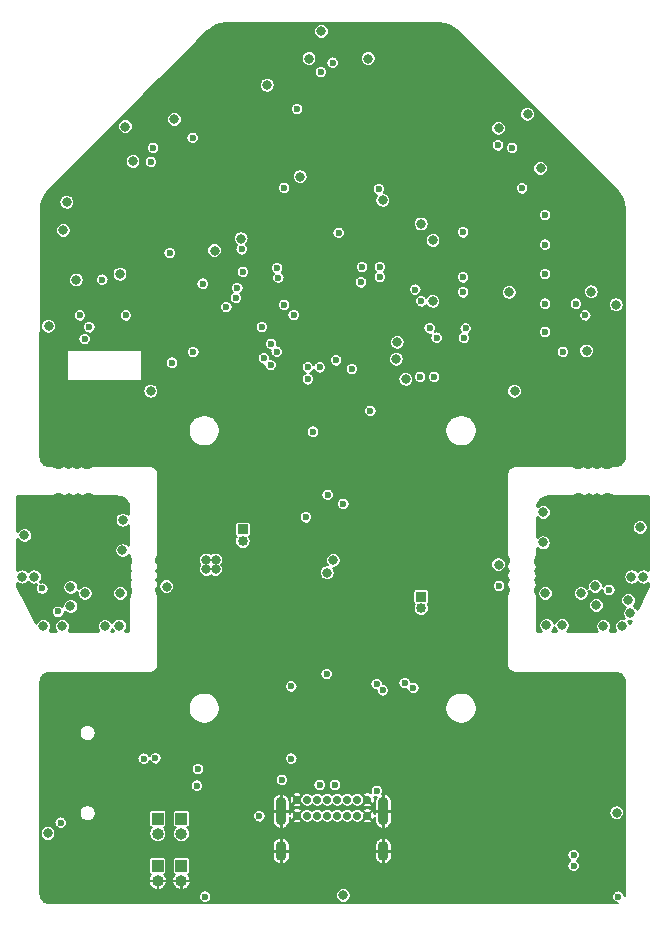
<source format=gbr>
G04 #@! TF.GenerationSoftware,KiCad,Pcbnew,5.1.7-a382d34a8~87~ubuntu18.04.1*
G04 #@! TF.CreationDate,2020-11-02T17:13:51+01:00*
G04 #@! TF.ProjectId,synermycha-electronics,73796e65-726d-4796-9368-612d656c6563,rev?*
G04 #@! TF.SameCoordinates,Original*
G04 #@! TF.FileFunction,Copper,L2,Inr*
G04 #@! TF.FilePolarity,Positive*
%FSLAX46Y46*%
G04 Gerber Fmt 4.6, Leading zero omitted, Abs format (unit mm)*
G04 Created by KiCad (PCBNEW 5.1.7-a382d34a8~87~ubuntu18.04.1) date 2020-11-02 17:13:51*
%MOMM*%
%LPD*%
G01*
G04 APERTURE LIST*
G04 #@! TA.AperFunction,ComponentPad*
%ADD10C,0.700000*%
G04 #@! TD*
G04 #@! TA.AperFunction,ComponentPad*
%ADD11O,0.900000X2.400000*%
G04 #@! TD*
G04 #@! TA.AperFunction,ComponentPad*
%ADD12O,0.900000X1.700000*%
G04 #@! TD*
G04 #@! TA.AperFunction,ComponentPad*
%ADD13O,0.850000X0.850000*%
G04 #@! TD*
G04 #@! TA.AperFunction,ComponentPad*
%ADD14R,0.850000X0.850000*%
G04 #@! TD*
G04 #@! TA.AperFunction,WasherPad*
%ADD15C,0.800000*%
G04 #@! TD*
G04 #@! TA.AperFunction,ComponentPad*
%ADD16O,1.000000X1.000000*%
G04 #@! TD*
G04 #@! TA.AperFunction,ComponentPad*
%ADD17R,1.000000X1.000000*%
G04 #@! TD*
G04 #@! TA.AperFunction,ViaPad*
%ADD18C,0.800000*%
G04 #@! TD*
G04 #@! TA.AperFunction,ViaPad*
%ADD19C,0.600000*%
G04 #@! TD*
G04 #@! TA.AperFunction,Conductor*
%ADD20C,0.152400*%
G04 #@! TD*
G04 #@! TA.AperFunction,Conductor*
%ADD21C,0.100000*%
G04 #@! TD*
G04 #@! TA.AperFunction,NonConductor*
%ADD22C,0.254000*%
G04 #@! TD*
G04 #@! TA.AperFunction,NonConductor*
%ADD23C,0.100000*%
G04 #@! TD*
G04 APERTURE END LIST*
D10*
X42000000Y-171000000D03*
X42850000Y-171000000D03*
X43700000Y-171000000D03*
X44550000Y-171000000D03*
X45400000Y-171000000D03*
X46250000Y-171000000D03*
X47100000Y-171000000D03*
X47950000Y-171000000D03*
X42850000Y-172350000D03*
X44550000Y-172350000D03*
X43700000Y-172350000D03*
X42000000Y-172350000D03*
X46250000Y-172350000D03*
X47100000Y-172350000D03*
X47950000Y-172350000D03*
X45400000Y-172350000D03*
D11*
X40650000Y-171980000D03*
X49300000Y-171980000D03*
D12*
X40650000Y-175360000D03*
X49300000Y-175360000D03*
D13*
X37400000Y-149100000D03*
D14*
X37400000Y-148100000D03*
D13*
X52500000Y-154800000D03*
D14*
X52500000Y-153800000D03*
D15*
X39450000Y-110500000D03*
D16*
X32200000Y-173870000D03*
D17*
X32200000Y-172600000D03*
D16*
X30200000Y-177870000D03*
D17*
X30200000Y-176600000D03*
D16*
X30200000Y-173870000D03*
D17*
X30200000Y-172600000D03*
D16*
X32200000Y-177870000D03*
D17*
X32200000Y-176600000D03*
D18*
X63000000Y-153500000D03*
X70300000Y-152100000D03*
X19700000Y-152100000D03*
X67300000Y-154500000D03*
X70000000Y-154100000D03*
X22800000Y-154600000D03*
X24000000Y-153500000D03*
X27000000Y-153500000D03*
X66000000Y-153500000D03*
X20500000Y-156300000D03*
X25700000Y-156300000D03*
X69500000Y-156300000D03*
X64400000Y-156200000D03*
X18700000Y-152100000D03*
X18900000Y-148600000D03*
X67200000Y-152900000D03*
X62788078Y-149211220D03*
X27211922Y-147288780D03*
X70998530Y-147925000D03*
X27198528Y-149875001D03*
X62801471Y-146625000D03*
D19*
X21729555Y-155057249D03*
D18*
X70200000Y-155200000D03*
X22800000Y-153000000D03*
X71300000Y-152100000D03*
D19*
X20373000Y-153100000D03*
D18*
X22100000Y-156300000D03*
X26920000Y-156250000D03*
X63100000Y-156200000D03*
D19*
X68373500Y-153200059D03*
D18*
X67912500Y-156300000D03*
X50700000Y-178000000D03*
X28200000Y-119800000D03*
X29000000Y-120600000D03*
X29000000Y-119000000D03*
X29800000Y-119800000D03*
X45800000Y-116800000D03*
X64400000Y-175800000D03*
X45550000Y-129600000D03*
X45550000Y-127350000D03*
X44550000Y-127350000D03*
X44550000Y-129600000D03*
X38900000Y-163400000D03*
X38900000Y-164400000D03*
X45300000Y-164900000D03*
X45300000Y-163900000D03*
X44300000Y-163900000D03*
X44300000Y-164900000D03*
X50700000Y-177000000D03*
X51700000Y-175000000D03*
X51700000Y-174000000D03*
X50700000Y-175000000D03*
X50700000Y-174000000D03*
X50700000Y-176000000D03*
X51700000Y-176000000D03*
X51700000Y-178000000D03*
X51700000Y-177000000D03*
X45000000Y-111600000D03*
X38700000Y-137600000D03*
X37700000Y-136600000D03*
X38700000Y-136600000D03*
X37700000Y-135600000D03*
X38700000Y-135600000D03*
X36700000Y-135600000D03*
X36700000Y-136600000D03*
X36700000Y-137600000D03*
X37700000Y-137600000D03*
X50600000Y-113900000D03*
X51600000Y-113900000D03*
X50600000Y-112900000D03*
X51600000Y-112900000D03*
X50600000Y-111900000D03*
X51600000Y-111900000D03*
X49600000Y-111900000D03*
X49600000Y-112900000D03*
X49600000Y-113900000D03*
X23300000Y-140800000D03*
X24300000Y-140800000D03*
X23300000Y-139800000D03*
X24300000Y-139800000D03*
X23300000Y-138800000D03*
X24300000Y-138800000D03*
X22300000Y-138800000D03*
X22300000Y-139800000D03*
X22300000Y-140800000D03*
X66800000Y-140900000D03*
X67800000Y-140900000D03*
X66800000Y-139900000D03*
X67800000Y-139900000D03*
X66800000Y-138900000D03*
X67800000Y-138900000D03*
X65800000Y-138900000D03*
X65800000Y-139900000D03*
X65800000Y-140900000D03*
X47000000Y-143400000D03*
X48000000Y-143400000D03*
X47000000Y-142400000D03*
X48000000Y-142400000D03*
X47000000Y-141400000D03*
X48000000Y-141400000D03*
X46000000Y-141400000D03*
X46000000Y-142400000D03*
X46000000Y-143400000D03*
X28200000Y-176600000D03*
X27200000Y-176600000D03*
X26200000Y-176600000D03*
X39900000Y-162400000D03*
X38900000Y-162400000D03*
D19*
X22200000Y-134200000D03*
D18*
X36200000Y-123500000D03*
X27200000Y-175600000D03*
X27200000Y-174600000D03*
X28200000Y-174600000D03*
X28200000Y-175600000D03*
X26200000Y-174600000D03*
X26200000Y-175600000D03*
D19*
X53600000Y-125700000D03*
D18*
X53600000Y-122200000D03*
X24500000Y-169250000D03*
X24500000Y-168250000D03*
X23500000Y-168250000D03*
X23500000Y-169250000D03*
X24600000Y-175100000D03*
X24600000Y-176100000D03*
X40600000Y-156500000D03*
X40600000Y-155500000D03*
X39600000Y-155500000D03*
X39600000Y-156500000D03*
X33400000Y-149300000D03*
D19*
X41600000Y-156750000D03*
D18*
X42250000Y-117250000D03*
D19*
X52000000Y-133700000D03*
X52100000Y-132200000D03*
X47497000Y-135400000D03*
D18*
X68400000Y-175500000D03*
X34400000Y-149300000D03*
X35400000Y-149300000D03*
X34400000Y-148300000D03*
X35400000Y-148300000D03*
X34400000Y-147300000D03*
X35400000Y-147300000D03*
X33400000Y-147300000D03*
X33400000Y-148300000D03*
X36300000Y-126900000D03*
X36850000Y-131850000D03*
D19*
X26000000Y-132750000D03*
X25200000Y-132750000D03*
X24400000Y-132750000D03*
X23600000Y-132750000D03*
X22800000Y-132750000D03*
X26800000Y-132750000D03*
X27600000Y-132750000D03*
X28400000Y-132750000D03*
X22800000Y-135800000D03*
X23600000Y-135800000D03*
X24400000Y-135800000D03*
X25200000Y-135800000D03*
X26000000Y-135800000D03*
X26800000Y-135800000D03*
X27600000Y-135800000D03*
X22200000Y-133400000D03*
X22200000Y-135000000D03*
X44550000Y-168750000D03*
D18*
X35900000Y-169400000D03*
X36900000Y-169400000D03*
X39900000Y-163400000D03*
X39900000Y-164400000D03*
D19*
X65400000Y-172800000D03*
D18*
X67000000Y-171450000D03*
X65000000Y-171450000D03*
X43200000Y-167400000D03*
D19*
X43500000Y-133500000D03*
X45800000Y-167400000D03*
D18*
X47425000Y-118025000D03*
D19*
X51700000Y-125800000D03*
D18*
X27000000Y-124000000D03*
D19*
X42900000Y-135400000D03*
X42900000Y-134400000D03*
X36000000Y-129300000D03*
D18*
X35000000Y-124500000D03*
X34300000Y-150700000D03*
X35100000Y-150700000D03*
X34300000Y-151500000D03*
X35100000Y-151500000D03*
X51200000Y-135400000D03*
D19*
X69200000Y-179200000D03*
D18*
X23300000Y-127000000D03*
X22200000Y-122800000D03*
X28100000Y-116950000D03*
X31600000Y-113400000D03*
X43000000Y-108250000D03*
X48000000Y-108250000D03*
X62600000Y-117550000D03*
X59050000Y-114150000D03*
X59050000Y-151100000D03*
X69050000Y-172100000D03*
X45900000Y-179100000D03*
X20900000Y-173850000D03*
X30950000Y-152950000D03*
X20950000Y-130900000D03*
X27450000Y-114000000D03*
X44050000Y-105950000D03*
X61500000Y-112950000D03*
X66500000Y-133000000D03*
X66900000Y-128000000D03*
X69000000Y-129100000D03*
X53500000Y-123650000D03*
X29600000Y-136400000D03*
X60400000Y-136400000D03*
X50389000Y-133694000D03*
D19*
X24000000Y-132000000D03*
X39007500Y-130992500D03*
X42740000Y-147085000D03*
D18*
X22494000Y-120411000D03*
D19*
X43337000Y-139837000D03*
D18*
X42250000Y-118250000D03*
X52500000Y-122250000D03*
X49250000Y-120250000D03*
X37250000Y-123500000D03*
X50470250Y-132270250D03*
D19*
X48200000Y-138080000D03*
X65400000Y-176600000D03*
X65400000Y-175700000D03*
X46635000Y-134550000D03*
D18*
X53485000Y-128800000D03*
X59950000Y-128040000D03*
X27000000Y-126500000D03*
D19*
X39171433Y-133634444D03*
X56050000Y-122960000D03*
X45500000Y-123000000D03*
X40900000Y-129100000D03*
X63000000Y-121500000D03*
X49000000Y-125900000D03*
X21965609Y-172935002D03*
X39740050Y-134210644D03*
X41700003Y-129974180D03*
X47495189Y-125900000D03*
D18*
X44534200Y-151784511D03*
X45058254Y-150730580D03*
D19*
X24400000Y-131000000D03*
X29600000Y-117000000D03*
X59000000Y-115600000D03*
X44000000Y-109400000D03*
X65600000Y-129000900D03*
X23600000Y-130000000D03*
X29800000Y-115800000D03*
X66400000Y-130000000D03*
X60200000Y-115800000D03*
X45000000Y-108600000D03*
X53800000Y-131881606D03*
X56100000Y-131900000D03*
X53206176Y-131081925D03*
X56250000Y-131100000D03*
X44569517Y-145180483D03*
X45900000Y-145955000D03*
X43900000Y-134400000D03*
X45300000Y-133800000D03*
X64500000Y-133085000D03*
X52000000Y-127800000D03*
X25500000Y-126965000D03*
X40300000Y-126000000D03*
X37300000Y-124400000D03*
X33142947Y-114957053D03*
X48908736Y-119308736D03*
X61042947Y-119242947D03*
X53600000Y-135200000D03*
X52515000Y-128800000D03*
X51099706Y-161127400D03*
X48717971Y-161217971D03*
X52400000Y-135200000D03*
X36800000Y-128500000D03*
X51839083Y-161523790D03*
X49250000Y-161750000D03*
X40900000Y-119200000D03*
X59100000Y-152900000D03*
X42000000Y-112535000D03*
X38800000Y-172400000D03*
X34200000Y-179200000D03*
X31200000Y-124723800D03*
X40413137Y-126791962D03*
X34000000Y-127310000D03*
X37400000Y-126300000D03*
X27500000Y-130000000D03*
X36924226Y-127675774D03*
X33200000Y-133100000D03*
X40258244Y-133058244D03*
X39796353Y-132397280D03*
X31400000Y-134000000D03*
X41500000Y-167510000D03*
X44490000Y-160360010D03*
X33500000Y-169800000D03*
X29000000Y-167515000D03*
X41500000Y-161410000D03*
X40700000Y-169325000D03*
X33600000Y-168400000D03*
X30000000Y-167490000D03*
X63000000Y-129000000D03*
X49000000Y-126750000D03*
X56050000Y-126770000D03*
X63000000Y-131400000D03*
X47400000Y-127200000D03*
X56050000Y-128040000D03*
X63000000Y-126500000D03*
X63000000Y-124000000D03*
X45200000Y-169750000D03*
X48750000Y-170250000D03*
X43900000Y-169750000D03*
D20*
X54436094Y-105297576D02*
X54855571Y-105424223D01*
X55242469Y-105629941D01*
X55591462Y-105914572D01*
X69079676Y-119402787D01*
X69365715Y-119751017D01*
X69572777Y-120137185D01*
X69700889Y-120556222D01*
X69746400Y-121004270D01*
X69746401Y-139987541D01*
X69746400Y-141987593D01*
X69730991Y-142144742D01*
X69688957Y-142283968D01*
X69620679Y-142412379D01*
X69528760Y-142525083D01*
X69416701Y-142617786D01*
X69288772Y-142686957D01*
X69149840Y-142729963D01*
X68993059Y-142746442D01*
X68984276Y-142746503D01*
X68972808Y-142747708D01*
X68961291Y-142747708D01*
X68957769Y-142748077D01*
X68763819Y-142769832D01*
X68741302Y-142774619D01*
X68718789Y-142779076D01*
X68715406Y-142780123D01*
X68529376Y-142839136D01*
X68508220Y-142848203D01*
X68487000Y-142856950D01*
X68483889Y-142858632D01*
X68483884Y-142858634D01*
X68483880Y-142858637D01*
X68365349Y-142923800D01*
X68100643Y-142923800D01*
X68055090Y-142878247D01*
X67976702Y-142825870D01*
X67889603Y-142789792D01*
X67797138Y-142771400D01*
X67702862Y-142771400D01*
X67610397Y-142789792D01*
X67523298Y-142825870D01*
X67444910Y-142878247D01*
X67399357Y-142923800D01*
X67350643Y-142923800D01*
X67305090Y-142878247D01*
X67226702Y-142825870D01*
X67139603Y-142789792D01*
X67047138Y-142771400D01*
X66952862Y-142771400D01*
X66860397Y-142789792D01*
X66773298Y-142825870D01*
X66694910Y-142878247D01*
X66649357Y-142923800D01*
X66600643Y-142923800D01*
X66555090Y-142878247D01*
X66476702Y-142825870D01*
X66389603Y-142789792D01*
X66297138Y-142771400D01*
X66202862Y-142771400D01*
X66110397Y-142789792D01*
X66023298Y-142825870D01*
X65944910Y-142878247D01*
X65899357Y-142923800D01*
X65636032Y-142923800D01*
X65500128Y-142851538D01*
X65478848Y-142842768D01*
X65457751Y-142833725D01*
X65454369Y-142832678D01*
X65267532Y-142776269D01*
X65244951Y-142771797D01*
X65222502Y-142767026D01*
X65218981Y-142766655D01*
X65024747Y-142747610D01*
X65024745Y-142747610D01*
X65012459Y-142746400D01*
X60487541Y-142746400D01*
X60476600Y-142747477D01*
X60473526Y-142747456D01*
X60470001Y-142747801D01*
X60372953Y-142758001D01*
X60350442Y-142762622D01*
X60327860Y-142766930D01*
X60324470Y-142767953D01*
X60231251Y-142796809D01*
X60210027Y-142805731D01*
X60188749Y-142814328D01*
X60185622Y-142815990D01*
X60099785Y-142862403D01*
X60080738Y-142875250D01*
X60061497Y-142887841D01*
X60058753Y-142890079D01*
X60017991Y-142923800D01*
X60000000Y-142923800D01*
X59985134Y-142925264D01*
X59970840Y-142929600D01*
X59957666Y-142936642D01*
X59946118Y-142946118D01*
X59936642Y-142957666D01*
X59929600Y-142970840D01*
X59925264Y-142985134D01*
X59923800Y-143000000D01*
X59923800Y-143017917D01*
X59887014Y-143063020D01*
X59874284Y-143082181D01*
X59861307Y-143101133D01*
X59859623Y-143104247D01*
X59813811Y-143190408D01*
X59805050Y-143211664D01*
X59795998Y-143232783D01*
X59794951Y-143236165D01*
X59766746Y-143329583D01*
X59762277Y-143352155D01*
X59757503Y-143374615D01*
X59757132Y-143378137D01*
X59747689Y-143474452D01*
X59746400Y-143487542D01*
X59746401Y-150012459D01*
X59746486Y-150013326D01*
X59746503Y-150015723D01*
X59747708Y-150027191D01*
X59747708Y-150038709D01*
X59748077Y-150042231D01*
X59769832Y-150236180D01*
X59774617Y-150258690D01*
X59779076Y-150281211D01*
X59780123Y-150284594D01*
X59839136Y-150470624D01*
X59848203Y-150491780D01*
X59856950Y-150513000D01*
X59858632Y-150516111D01*
X59858634Y-150516116D01*
X59858637Y-150516120D01*
X59923800Y-150634651D01*
X59923800Y-150899357D01*
X59878247Y-150944910D01*
X59825870Y-151023298D01*
X59789792Y-151110397D01*
X59771400Y-151202862D01*
X59771400Y-151297138D01*
X59789792Y-151389603D01*
X59825870Y-151476702D01*
X59878247Y-151555090D01*
X59923800Y-151600643D01*
X59923800Y-151649357D01*
X59878247Y-151694910D01*
X59825870Y-151773298D01*
X59789792Y-151860397D01*
X59771400Y-151952862D01*
X59771400Y-152047138D01*
X59789792Y-152139603D01*
X59825870Y-152226702D01*
X59878247Y-152305090D01*
X59923800Y-152350643D01*
X59923800Y-152399357D01*
X59878247Y-152444910D01*
X59825870Y-152523298D01*
X59789792Y-152610397D01*
X59771400Y-152702862D01*
X59771400Y-152797138D01*
X59789792Y-152889603D01*
X59825870Y-152976702D01*
X59878247Y-153055090D01*
X59923800Y-153100643D01*
X59923800Y-153363968D01*
X59851538Y-153499872D01*
X59842768Y-153521152D01*
X59833725Y-153542249D01*
X59832678Y-153545631D01*
X59776269Y-153732468D01*
X59771797Y-153755049D01*
X59767026Y-153777498D01*
X59766655Y-153781019D01*
X59747610Y-153975253D01*
X59746400Y-153987542D01*
X59746401Y-159512459D01*
X59747478Y-159523390D01*
X59747456Y-159526475D01*
X59747801Y-159529999D01*
X59758001Y-159627047D01*
X59762625Y-159649571D01*
X59766930Y-159672140D01*
X59767953Y-159675530D01*
X59796809Y-159768749D01*
X59805736Y-159789985D01*
X59814328Y-159811251D01*
X59815990Y-159814377D01*
X59862403Y-159900215D01*
X59875234Y-159919238D01*
X59887841Y-159938503D01*
X59890079Y-159941247D01*
X59923800Y-159982009D01*
X59923800Y-160000000D01*
X59925264Y-160014866D01*
X59929600Y-160029160D01*
X59936642Y-160042334D01*
X59946118Y-160053882D01*
X59957666Y-160063358D01*
X59970840Y-160070400D01*
X59985134Y-160074736D01*
X60000000Y-160076200D01*
X60017917Y-160076200D01*
X60063020Y-160112986D01*
X60082163Y-160125704D01*
X60101132Y-160138693D01*
X60104247Y-160140377D01*
X60190408Y-160186189D01*
X60211668Y-160194951D01*
X60232783Y-160204001D01*
X60236165Y-160205049D01*
X60329583Y-160233254D01*
X60352155Y-160237723D01*
X60374615Y-160242497D01*
X60378137Y-160242868D01*
X60475254Y-160252390D01*
X60475255Y-160252390D01*
X60487541Y-160253600D01*
X68987593Y-160253600D01*
X69144744Y-160269009D01*
X69283964Y-160311042D01*
X69412378Y-160379320D01*
X69525083Y-160471240D01*
X69617786Y-160583299D01*
X69686957Y-160711228D01*
X69729963Y-160850160D01*
X69746400Y-161006541D01*
X69746401Y-164987532D01*
X69746400Y-164987542D01*
X69746401Y-178987583D01*
X69730991Y-179144742D01*
X69728600Y-179152662D01*
X69728600Y-179147937D01*
X69708287Y-179045813D01*
X69668440Y-178949614D01*
X69610591Y-178863037D01*
X69536963Y-178789409D01*
X69450386Y-178731560D01*
X69354187Y-178691713D01*
X69252063Y-178671400D01*
X69147937Y-178671400D01*
X69045813Y-178691713D01*
X68949614Y-178731560D01*
X68863037Y-178789409D01*
X68789409Y-178863037D01*
X68731560Y-178949614D01*
X68691713Y-179045813D01*
X68671400Y-179147937D01*
X68671400Y-179252063D01*
X68691713Y-179354187D01*
X68731560Y-179450386D01*
X68789409Y-179536963D01*
X68863037Y-179610591D01*
X68949614Y-179668440D01*
X69045813Y-179708287D01*
X69147937Y-179728600D01*
X69154244Y-179728600D01*
X69149840Y-179729963D01*
X68993459Y-179746400D01*
X21012407Y-179746400D01*
X20855258Y-179730991D01*
X20716032Y-179688957D01*
X20587621Y-179620679D01*
X20474917Y-179528760D01*
X20382214Y-179416701D01*
X20313043Y-179288772D01*
X20270037Y-179149840D01*
X20269837Y-179147937D01*
X33671400Y-179147937D01*
X33671400Y-179252063D01*
X33691713Y-179354187D01*
X33731560Y-179450386D01*
X33789409Y-179536963D01*
X33863037Y-179610591D01*
X33949614Y-179668440D01*
X34045813Y-179708287D01*
X34147937Y-179728600D01*
X34252063Y-179728600D01*
X34354187Y-179708287D01*
X34450386Y-179668440D01*
X34536963Y-179610591D01*
X34610591Y-179536963D01*
X34668440Y-179450386D01*
X34708287Y-179354187D01*
X34728600Y-179252063D01*
X34728600Y-179147937D01*
X34708287Y-179045813D01*
X34705088Y-179038088D01*
X45271400Y-179038088D01*
X45271400Y-179161912D01*
X45295556Y-179283356D01*
X45342941Y-179397754D01*
X45411734Y-179500709D01*
X45499291Y-179588266D01*
X45602246Y-179657059D01*
X45716644Y-179704444D01*
X45838088Y-179728600D01*
X45961912Y-179728600D01*
X46083356Y-179704444D01*
X46197754Y-179657059D01*
X46300709Y-179588266D01*
X46388266Y-179500709D01*
X46457059Y-179397754D01*
X46504444Y-179283356D01*
X46528600Y-179161912D01*
X46528600Y-179038088D01*
X46504444Y-178916644D01*
X46457059Y-178802246D01*
X46388266Y-178699291D01*
X46300709Y-178611734D01*
X46197754Y-178542941D01*
X46083356Y-178495556D01*
X45961912Y-178471400D01*
X45838088Y-178471400D01*
X45716644Y-178495556D01*
X45602246Y-178542941D01*
X45499291Y-178611734D01*
X45411734Y-178699291D01*
X45342941Y-178802246D01*
X45295556Y-178916644D01*
X45271400Y-179038088D01*
X34705088Y-179038088D01*
X34668440Y-178949614D01*
X34610591Y-178863037D01*
X34536963Y-178789409D01*
X34450386Y-178731560D01*
X34354187Y-178691713D01*
X34252063Y-178671400D01*
X34147937Y-178671400D01*
X34045813Y-178691713D01*
X33949614Y-178731560D01*
X33863037Y-178789409D01*
X33789409Y-178863037D01*
X33731560Y-178949614D01*
X33691713Y-179045813D01*
X33671400Y-179147937D01*
X20269837Y-179147937D01*
X20253600Y-178993459D01*
X20253600Y-178016948D01*
X29434578Y-178016948D01*
X29436607Y-178027153D01*
X29481934Y-178173064D01*
X29554856Y-178307329D01*
X29652571Y-178424787D01*
X29771323Y-178520925D01*
X29906549Y-178592048D01*
X30053052Y-178635424D01*
X30174600Y-178579138D01*
X30174600Y-177895400D01*
X30225400Y-177895400D01*
X30225400Y-178579138D01*
X30346948Y-178635424D01*
X30493451Y-178592048D01*
X30628677Y-178520925D01*
X30747429Y-178424787D01*
X30845144Y-178307329D01*
X30918066Y-178173064D01*
X30963393Y-178027153D01*
X30965422Y-178016948D01*
X31434578Y-178016948D01*
X31436607Y-178027153D01*
X31481934Y-178173064D01*
X31554856Y-178307329D01*
X31652571Y-178424787D01*
X31771323Y-178520925D01*
X31906549Y-178592048D01*
X32053052Y-178635424D01*
X32174600Y-178579138D01*
X32174600Y-177895400D01*
X32225400Y-177895400D01*
X32225400Y-178579138D01*
X32346948Y-178635424D01*
X32493451Y-178592048D01*
X32628677Y-178520925D01*
X32747429Y-178424787D01*
X32845144Y-178307329D01*
X32918066Y-178173064D01*
X32963393Y-178027153D01*
X32965422Y-178016948D01*
X32909095Y-177895400D01*
X32225400Y-177895400D01*
X32174600Y-177895400D01*
X31490905Y-177895400D01*
X31434578Y-178016948D01*
X30965422Y-178016948D01*
X30909095Y-177895400D01*
X30225400Y-177895400D01*
X30174600Y-177895400D01*
X29490905Y-177895400D01*
X29434578Y-178016948D01*
X20253600Y-178016948D01*
X20253600Y-177723052D01*
X29434578Y-177723052D01*
X29490905Y-177844600D01*
X30174600Y-177844600D01*
X30174600Y-177824600D01*
X30225400Y-177824600D01*
X30225400Y-177844600D01*
X30909095Y-177844600D01*
X30965422Y-177723052D01*
X31434578Y-177723052D01*
X31490905Y-177844600D01*
X32174600Y-177844600D01*
X32174600Y-177824600D01*
X32225400Y-177824600D01*
X32225400Y-177844600D01*
X32909095Y-177844600D01*
X32965422Y-177723052D01*
X32963393Y-177712847D01*
X32918066Y-177566936D01*
X32845144Y-177432671D01*
X32753597Y-177322627D01*
X32787905Y-177312221D01*
X32827618Y-177290994D01*
X32862427Y-177262427D01*
X32890994Y-177227618D01*
X32912221Y-177187905D01*
X32925292Y-177144813D01*
X32929706Y-177100000D01*
X32929706Y-176100000D01*
X32925292Y-176055187D01*
X32912221Y-176012095D01*
X32890994Y-175972382D01*
X32862427Y-175937573D01*
X32827618Y-175909006D01*
X32787905Y-175887779D01*
X32744813Y-175874708D01*
X32700000Y-175870294D01*
X31700000Y-175870294D01*
X31655187Y-175874708D01*
X31612095Y-175887779D01*
X31572382Y-175909006D01*
X31537573Y-175937573D01*
X31509006Y-175972382D01*
X31487779Y-176012095D01*
X31474708Y-176055187D01*
X31470294Y-176100000D01*
X31470294Y-177100000D01*
X31474708Y-177144813D01*
X31487779Y-177187905D01*
X31509006Y-177227618D01*
X31537573Y-177262427D01*
X31572382Y-177290994D01*
X31612095Y-177312221D01*
X31646403Y-177322627D01*
X31554856Y-177432671D01*
X31481934Y-177566936D01*
X31436607Y-177712847D01*
X31434578Y-177723052D01*
X30965422Y-177723052D01*
X30963393Y-177712847D01*
X30918066Y-177566936D01*
X30845144Y-177432671D01*
X30753597Y-177322627D01*
X30787905Y-177312221D01*
X30827618Y-177290994D01*
X30862427Y-177262427D01*
X30890994Y-177227618D01*
X30912221Y-177187905D01*
X30925292Y-177144813D01*
X30929706Y-177100000D01*
X30929706Y-176100000D01*
X30925292Y-176055187D01*
X30912221Y-176012095D01*
X30890994Y-175972382D01*
X30862427Y-175937573D01*
X30827618Y-175909006D01*
X30787905Y-175887779D01*
X30744813Y-175874708D01*
X30700000Y-175870294D01*
X29700000Y-175870294D01*
X29655187Y-175874708D01*
X29612095Y-175887779D01*
X29572382Y-175909006D01*
X29537573Y-175937573D01*
X29509006Y-175972382D01*
X29487779Y-176012095D01*
X29474708Y-176055187D01*
X29470294Y-176100000D01*
X29470294Y-177100000D01*
X29474708Y-177144813D01*
X29487779Y-177187905D01*
X29509006Y-177227618D01*
X29537573Y-177262427D01*
X29572382Y-177290994D01*
X29612095Y-177312221D01*
X29646403Y-177322627D01*
X29554856Y-177432671D01*
X29481934Y-177566936D01*
X29436607Y-177712847D01*
X29434578Y-177723052D01*
X20253600Y-177723052D01*
X20253600Y-175385400D01*
X39920600Y-175385400D01*
X39920600Y-175785400D01*
X39939571Y-175927211D01*
X39985843Y-176062596D01*
X40057638Y-176186352D01*
X40152197Y-176293724D01*
X40265887Y-176380585D01*
X40394338Y-176443597D01*
X40510879Y-176476010D01*
X40624600Y-176419061D01*
X40624600Y-175385400D01*
X40675400Y-175385400D01*
X40675400Y-176419061D01*
X40789121Y-176476010D01*
X40905662Y-176443597D01*
X41034113Y-176380585D01*
X41147803Y-176293724D01*
X41242362Y-176186352D01*
X41314157Y-176062596D01*
X41360429Y-175927211D01*
X41379400Y-175785400D01*
X41379400Y-175385400D01*
X48570600Y-175385400D01*
X48570600Y-175785400D01*
X48589571Y-175927211D01*
X48635843Y-176062596D01*
X48707638Y-176186352D01*
X48802197Y-176293724D01*
X48915887Y-176380585D01*
X49044338Y-176443597D01*
X49160879Y-176476010D01*
X49274600Y-176419061D01*
X49274600Y-175385400D01*
X49325400Y-175385400D01*
X49325400Y-176419061D01*
X49439121Y-176476010D01*
X49555662Y-176443597D01*
X49684113Y-176380585D01*
X49797803Y-176293724D01*
X49892362Y-176186352D01*
X49964157Y-176062596D01*
X50010429Y-175927211D01*
X50029400Y-175785400D01*
X50029400Y-175647937D01*
X64871400Y-175647937D01*
X64871400Y-175752063D01*
X64891713Y-175854187D01*
X64931560Y-175950386D01*
X64989409Y-176036963D01*
X65063037Y-176110591D01*
X65122017Y-176150000D01*
X65063037Y-176189409D01*
X64989409Y-176263037D01*
X64931560Y-176349614D01*
X64891713Y-176445813D01*
X64871400Y-176547937D01*
X64871400Y-176652063D01*
X64891713Y-176754187D01*
X64931560Y-176850386D01*
X64989409Y-176936963D01*
X65063037Y-177010591D01*
X65149614Y-177068440D01*
X65245813Y-177108287D01*
X65347937Y-177128600D01*
X65452063Y-177128600D01*
X65554187Y-177108287D01*
X65650386Y-177068440D01*
X65736963Y-177010591D01*
X65810591Y-176936963D01*
X65868440Y-176850386D01*
X65908287Y-176754187D01*
X65928600Y-176652063D01*
X65928600Y-176547937D01*
X65908287Y-176445813D01*
X65868440Y-176349614D01*
X65810591Y-176263037D01*
X65736963Y-176189409D01*
X65677983Y-176150000D01*
X65736963Y-176110591D01*
X65810591Y-176036963D01*
X65868440Y-175950386D01*
X65908287Y-175854187D01*
X65928600Y-175752063D01*
X65928600Y-175647937D01*
X65908287Y-175545813D01*
X65868440Y-175449614D01*
X65810591Y-175363037D01*
X65736963Y-175289409D01*
X65650386Y-175231560D01*
X65554187Y-175191713D01*
X65452063Y-175171400D01*
X65347937Y-175171400D01*
X65245813Y-175191713D01*
X65149614Y-175231560D01*
X65063037Y-175289409D01*
X64989409Y-175363037D01*
X64931560Y-175449614D01*
X64891713Y-175545813D01*
X64871400Y-175647937D01*
X50029400Y-175647937D01*
X50029400Y-175385400D01*
X49325400Y-175385400D01*
X49274600Y-175385400D01*
X48570600Y-175385400D01*
X41379400Y-175385400D01*
X40675400Y-175385400D01*
X40624600Y-175385400D01*
X39920600Y-175385400D01*
X20253600Y-175385400D01*
X20253600Y-174934600D01*
X39920600Y-174934600D01*
X39920600Y-175334600D01*
X40624600Y-175334600D01*
X40624600Y-174300939D01*
X40675400Y-174300939D01*
X40675400Y-175334600D01*
X41379400Y-175334600D01*
X41379400Y-174934600D01*
X48570600Y-174934600D01*
X48570600Y-175334600D01*
X49274600Y-175334600D01*
X49274600Y-174300939D01*
X49325400Y-174300939D01*
X49325400Y-175334600D01*
X50029400Y-175334600D01*
X50029400Y-174934600D01*
X50010429Y-174792789D01*
X49964157Y-174657404D01*
X49892362Y-174533648D01*
X49797803Y-174426276D01*
X49684113Y-174339415D01*
X49555662Y-174276403D01*
X49439121Y-174243990D01*
X49325400Y-174300939D01*
X49274600Y-174300939D01*
X49160879Y-174243990D01*
X49044338Y-174276403D01*
X48915887Y-174339415D01*
X48802197Y-174426276D01*
X48707638Y-174533648D01*
X48635843Y-174657404D01*
X48589571Y-174792789D01*
X48570600Y-174934600D01*
X41379400Y-174934600D01*
X41360429Y-174792789D01*
X41314157Y-174657404D01*
X41242362Y-174533648D01*
X41147803Y-174426276D01*
X41034113Y-174339415D01*
X40905662Y-174276403D01*
X40789121Y-174243990D01*
X40675400Y-174300939D01*
X40624600Y-174300939D01*
X40510879Y-174243990D01*
X40394338Y-174276403D01*
X40265887Y-174339415D01*
X40152197Y-174426276D01*
X40057638Y-174533648D01*
X39985843Y-174657404D01*
X39939571Y-174792789D01*
X39920600Y-174934600D01*
X20253600Y-174934600D01*
X20253600Y-173788088D01*
X20271400Y-173788088D01*
X20271400Y-173911912D01*
X20295556Y-174033356D01*
X20342941Y-174147754D01*
X20411734Y-174250709D01*
X20499291Y-174338266D01*
X20602246Y-174407059D01*
X20716644Y-174454444D01*
X20838088Y-174478600D01*
X20961912Y-174478600D01*
X21083356Y-174454444D01*
X21197754Y-174407059D01*
X21300709Y-174338266D01*
X21388266Y-174250709D01*
X21457059Y-174147754D01*
X21504444Y-174033356D01*
X21528600Y-173911912D01*
X21528600Y-173788088D01*
X21504444Y-173666644D01*
X21457059Y-173552246D01*
X21388266Y-173449291D01*
X21300709Y-173361734D01*
X21197754Y-173292941D01*
X21083356Y-173245556D01*
X20961912Y-173221400D01*
X20838088Y-173221400D01*
X20716644Y-173245556D01*
X20602246Y-173292941D01*
X20499291Y-173361734D01*
X20411734Y-173449291D01*
X20342941Y-173552246D01*
X20295556Y-173666644D01*
X20271400Y-173788088D01*
X20253600Y-173788088D01*
X20253600Y-172882939D01*
X21437009Y-172882939D01*
X21437009Y-172987065D01*
X21457322Y-173089189D01*
X21497169Y-173185388D01*
X21555018Y-173271965D01*
X21628646Y-173345593D01*
X21715223Y-173403442D01*
X21811422Y-173443289D01*
X21913546Y-173463602D01*
X22017672Y-173463602D01*
X22119796Y-173443289D01*
X22215995Y-173403442D01*
X22302572Y-173345593D01*
X22376200Y-173271965D01*
X22434049Y-173185388D01*
X22473896Y-173089189D01*
X22494209Y-172987065D01*
X22494209Y-172882939D01*
X22473896Y-172780815D01*
X22434049Y-172684616D01*
X22376200Y-172598039D01*
X22302572Y-172524411D01*
X22215995Y-172466562D01*
X22119796Y-172426715D01*
X22017672Y-172406402D01*
X21913546Y-172406402D01*
X21811422Y-172426715D01*
X21715223Y-172466562D01*
X21628646Y-172524411D01*
X21555018Y-172598039D01*
X21497169Y-172684616D01*
X21457322Y-172780815D01*
X21437009Y-172882939D01*
X20253600Y-172882939D01*
X20253600Y-172083164D01*
X23571400Y-172083164D01*
X23571400Y-172216836D01*
X23597479Y-172347940D01*
X23648633Y-172471437D01*
X23722897Y-172582582D01*
X23817418Y-172677103D01*
X23928563Y-172751367D01*
X24052060Y-172802521D01*
X24183164Y-172828600D01*
X24316836Y-172828600D01*
X24447940Y-172802521D01*
X24571437Y-172751367D01*
X24682582Y-172677103D01*
X24777103Y-172582582D01*
X24851367Y-172471437D01*
X24902521Y-172347940D01*
X24928600Y-172216836D01*
X24928600Y-172100000D01*
X29470294Y-172100000D01*
X29470294Y-173100000D01*
X29474708Y-173144813D01*
X29487779Y-173187905D01*
X29509006Y-173227618D01*
X29537573Y-173262427D01*
X29572382Y-173290994D01*
X29612095Y-173312221D01*
X29655187Y-173325292D01*
X29700000Y-173329706D01*
X29709899Y-173329706D01*
X29634060Y-173405545D01*
X29554323Y-173524879D01*
X29499400Y-173657475D01*
X29471400Y-173798239D01*
X29471400Y-173941761D01*
X29499400Y-174082525D01*
X29554323Y-174215121D01*
X29634060Y-174334455D01*
X29735545Y-174435940D01*
X29854879Y-174515677D01*
X29987475Y-174570600D01*
X30128239Y-174598600D01*
X30271761Y-174598600D01*
X30412525Y-174570600D01*
X30545121Y-174515677D01*
X30664455Y-174435940D01*
X30765940Y-174334455D01*
X30845677Y-174215121D01*
X30900600Y-174082525D01*
X30928600Y-173941761D01*
X30928600Y-173798239D01*
X30900600Y-173657475D01*
X30845677Y-173524879D01*
X30765940Y-173405545D01*
X30690101Y-173329706D01*
X30700000Y-173329706D01*
X30744813Y-173325292D01*
X30787905Y-173312221D01*
X30827618Y-173290994D01*
X30862427Y-173262427D01*
X30890994Y-173227618D01*
X30912221Y-173187905D01*
X30925292Y-173144813D01*
X30929706Y-173100000D01*
X30929706Y-172100000D01*
X31470294Y-172100000D01*
X31470294Y-173100000D01*
X31474708Y-173144813D01*
X31487779Y-173187905D01*
X31509006Y-173227618D01*
X31537573Y-173262427D01*
X31572382Y-173290994D01*
X31612095Y-173312221D01*
X31655187Y-173325292D01*
X31700000Y-173329706D01*
X31709899Y-173329706D01*
X31634060Y-173405545D01*
X31554323Y-173524879D01*
X31499400Y-173657475D01*
X31471400Y-173798239D01*
X31471400Y-173941761D01*
X31499400Y-174082525D01*
X31554323Y-174215121D01*
X31634060Y-174334455D01*
X31735545Y-174435940D01*
X31854879Y-174515677D01*
X31987475Y-174570600D01*
X32128239Y-174598600D01*
X32271761Y-174598600D01*
X32412525Y-174570600D01*
X32545121Y-174515677D01*
X32664455Y-174435940D01*
X32765940Y-174334455D01*
X32845677Y-174215121D01*
X32900600Y-174082525D01*
X32928600Y-173941761D01*
X32928600Y-173798239D01*
X32900600Y-173657475D01*
X32845677Y-173524879D01*
X32765940Y-173405545D01*
X32690101Y-173329706D01*
X32700000Y-173329706D01*
X32744813Y-173325292D01*
X32787905Y-173312221D01*
X32827618Y-173290994D01*
X32862427Y-173262427D01*
X32890994Y-173227618D01*
X32912221Y-173187905D01*
X32925292Y-173144813D01*
X32929706Y-173100000D01*
X32929706Y-172347937D01*
X38271400Y-172347937D01*
X38271400Y-172452063D01*
X38291713Y-172554187D01*
X38331560Y-172650386D01*
X38389409Y-172736963D01*
X38463037Y-172810591D01*
X38549614Y-172868440D01*
X38645813Y-172908287D01*
X38747937Y-172928600D01*
X38852063Y-172928600D01*
X38954187Y-172908287D01*
X39050386Y-172868440D01*
X39136963Y-172810591D01*
X39210591Y-172736963D01*
X39268440Y-172650386D01*
X39308287Y-172554187D01*
X39328600Y-172452063D01*
X39328600Y-172347937D01*
X39308287Y-172245813D01*
X39268440Y-172149614D01*
X39210591Y-172063037D01*
X39152954Y-172005400D01*
X39920600Y-172005400D01*
X39920600Y-172755400D01*
X39939571Y-172897211D01*
X39985843Y-173032596D01*
X40057638Y-173156352D01*
X40152197Y-173263724D01*
X40265887Y-173350585D01*
X40394338Y-173413597D01*
X40510879Y-173446010D01*
X40624600Y-173389061D01*
X40624600Y-172005400D01*
X40675400Y-172005400D01*
X40675400Y-173389061D01*
X40789121Y-173446010D01*
X40905662Y-173413597D01*
X41034113Y-173350585D01*
X41147803Y-173263724D01*
X41242362Y-173156352D01*
X41314157Y-173032596D01*
X41360429Y-172897211D01*
X41378066Y-172765369D01*
X41620552Y-172765369D01*
X41649107Y-172876176D01*
X41758502Y-172934521D01*
X41877177Y-172970404D01*
X42000571Y-172982445D01*
X42123945Y-172970181D01*
X42242554Y-172934084D01*
X42350893Y-172876176D01*
X42379448Y-172765369D01*
X42000000Y-172385921D01*
X41620552Y-172765369D01*
X41378066Y-172765369D01*
X41379400Y-172755400D01*
X41379400Y-172469730D01*
X41379819Y-172473945D01*
X41415916Y-172592554D01*
X41473824Y-172700893D01*
X41584631Y-172729448D01*
X41964079Y-172350000D01*
X42035921Y-172350000D01*
X42392145Y-172706224D01*
X42400572Y-172718836D01*
X42481164Y-172799428D01*
X42575930Y-172862749D01*
X42681228Y-172906365D01*
X42793013Y-172928600D01*
X42906987Y-172928600D01*
X43018772Y-172906365D01*
X43124070Y-172862749D01*
X43218836Y-172799428D01*
X43275000Y-172743264D01*
X43331164Y-172799428D01*
X43425930Y-172862749D01*
X43531228Y-172906365D01*
X43643013Y-172928600D01*
X43756987Y-172928600D01*
X43868772Y-172906365D01*
X43974070Y-172862749D01*
X44068836Y-172799428D01*
X44125000Y-172743264D01*
X44181164Y-172799428D01*
X44275930Y-172862749D01*
X44381228Y-172906365D01*
X44493013Y-172928600D01*
X44606987Y-172928600D01*
X44718772Y-172906365D01*
X44824070Y-172862749D01*
X44918836Y-172799428D01*
X44975000Y-172743264D01*
X45031164Y-172799428D01*
X45125930Y-172862749D01*
X45231228Y-172906365D01*
X45343013Y-172928600D01*
X45456987Y-172928600D01*
X45568772Y-172906365D01*
X45674070Y-172862749D01*
X45768836Y-172799428D01*
X45825000Y-172743264D01*
X45881164Y-172799428D01*
X45975930Y-172862749D01*
X46081228Y-172906365D01*
X46193013Y-172928600D01*
X46306987Y-172928600D01*
X46418772Y-172906365D01*
X46524070Y-172862749D01*
X46618836Y-172799428D01*
X46675000Y-172743264D01*
X46731164Y-172799428D01*
X46825930Y-172862749D01*
X46931228Y-172906365D01*
X47043013Y-172928600D01*
X47156987Y-172928600D01*
X47268772Y-172906365D01*
X47374070Y-172862749D01*
X47468836Y-172799428D01*
X47502895Y-172765369D01*
X47570552Y-172765369D01*
X47599107Y-172876176D01*
X47708502Y-172934521D01*
X47827177Y-172970404D01*
X47950571Y-172982445D01*
X48073945Y-172970181D01*
X48192554Y-172934084D01*
X48300893Y-172876176D01*
X48329448Y-172765369D01*
X47950000Y-172385921D01*
X47570552Y-172765369D01*
X47502895Y-172765369D01*
X47549428Y-172718836D01*
X47557855Y-172706224D01*
X47914079Y-172350000D01*
X47985921Y-172350000D01*
X48365369Y-172729448D01*
X48476176Y-172700893D01*
X48534521Y-172591498D01*
X48570404Y-172472823D01*
X48570600Y-172470814D01*
X48570600Y-172755400D01*
X48589571Y-172897211D01*
X48635843Y-173032596D01*
X48707638Y-173156352D01*
X48802197Y-173263724D01*
X48915887Y-173350585D01*
X49044338Y-173413597D01*
X49160879Y-173446010D01*
X49274600Y-173389061D01*
X49274600Y-172005400D01*
X49325400Y-172005400D01*
X49325400Y-173389061D01*
X49439121Y-173446010D01*
X49555662Y-173413597D01*
X49684113Y-173350585D01*
X49797803Y-173263724D01*
X49892362Y-173156352D01*
X49964157Y-173032596D01*
X50010429Y-172897211D01*
X50029400Y-172755400D01*
X50029400Y-172038088D01*
X68421400Y-172038088D01*
X68421400Y-172161912D01*
X68445556Y-172283356D01*
X68492941Y-172397754D01*
X68561734Y-172500709D01*
X68649291Y-172588266D01*
X68752246Y-172657059D01*
X68866644Y-172704444D01*
X68988088Y-172728600D01*
X69111912Y-172728600D01*
X69233356Y-172704444D01*
X69347754Y-172657059D01*
X69450709Y-172588266D01*
X69538266Y-172500709D01*
X69607059Y-172397754D01*
X69654444Y-172283356D01*
X69678600Y-172161912D01*
X69678600Y-172038088D01*
X69654444Y-171916644D01*
X69607059Y-171802246D01*
X69538266Y-171699291D01*
X69450709Y-171611734D01*
X69347754Y-171542941D01*
X69233356Y-171495556D01*
X69111912Y-171471400D01*
X68988088Y-171471400D01*
X68866644Y-171495556D01*
X68752246Y-171542941D01*
X68649291Y-171611734D01*
X68561734Y-171699291D01*
X68492941Y-171802246D01*
X68445556Y-171916644D01*
X68421400Y-172038088D01*
X50029400Y-172038088D01*
X50029400Y-172005400D01*
X49325400Y-172005400D01*
X49274600Y-172005400D01*
X48570600Y-172005400D01*
X48570600Y-172230270D01*
X48570181Y-172226055D01*
X48534084Y-172107446D01*
X48476176Y-171999107D01*
X48365369Y-171970552D01*
X47985921Y-172350000D01*
X47914079Y-172350000D01*
X47557855Y-171993776D01*
X47549428Y-171981164D01*
X47502895Y-171934631D01*
X47570552Y-171934631D01*
X47950000Y-172314079D01*
X48329448Y-171934631D01*
X48300893Y-171823824D01*
X48191498Y-171765479D01*
X48072823Y-171729596D01*
X47949429Y-171717555D01*
X47826055Y-171729819D01*
X47707446Y-171765916D01*
X47599107Y-171823824D01*
X47570552Y-171934631D01*
X47502895Y-171934631D01*
X47468836Y-171900572D01*
X47374070Y-171837251D01*
X47268772Y-171793635D01*
X47156987Y-171771400D01*
X47043013Y-171771400D01*
X46931228Y-171793635D01*
X46825930Y-171837251D01*
X46731164Y-171900572D01*
X46675000Y-171956736D01*
X46618836Y-171900572D01*
X46524070Y-171837251D01*
X46418772Y-171793635D01*
X46306987Y-171771400D01*
X46193013Y-171771400D01*
X46081228Y-171793635D01*
X45975930Y-171837251D01*
X45881164Y-171900572D01*
X45825000Y-171956736D01*
X45768836Y-171900572D01*
X45674070Y-171837251D01*
X45568772Y-171793635D01*
X45456987Y-171771400D01*
X45343013Y-171771400D01*
X45231228Y-171793635D01*
X45125930Y-171837251D01*
X45031164Y-171900572D01*
X44975000Y-171956736D01*
X44918836Y-171900572D01*
X44824070Y-171837251D01*
X44718772Y-171793635D01*
X44606987Y-171771400D01*
X44493013Y-171771400D01*
X44381228Y-171793635D01*
X44275930Y-171837251D01*
X44181164Y-171900572D01*
X44125000Y-171956736D01*
X44068836Y-171900572D01*
X43974070Y-171837251D01*
X43868772Y-171793635D01*
X43756987Y-171771400D01*
X43643013Y-171771400D01*
X43531228Y-171793635D01*
X43425930Y-171837251D01*
X43331164Y-171900572D01*
X43275000Y-171956736D01*
X43218836Y-171900572D01*
X43124070Y-171837251D01*
X43018772Y-171793635D01*
X42906987Y-171771400D01*
X42793013Y-171771400D01*
X42681228Y-171793635D01*
X42575930Y-171837251D01*
X42481164Y-171900572D01*
X42400572Y-171981164D01*
X42392145Y-171993776D01*
X42035921Y-172350000D01*
X41964079Y-172350000D01*
X41584631Y-171970552D01*
X41473824Y-171999107D01*
X41415479Y-172108502D01*
X41379596Y-172227177D01*
X41379400Y-172229186D01*
X41379400Y-172005400D01*
X40675400Y-172005400D01*
X40624600Y-172005400D01*
X39920600Y-172005400D01*
X39152954Y-172005400D01*
X39136963Y-171989409D01*
X39050386Y-171931560D01*
X38954187Y-171891713D01*
X38852063Y-171871400D01*
X38747937Y-171871400D01*
X38645813Y-171891713D01*
X38549614Y-171931560D01*
X38463037Y-171989409D01*
X38389409Y-172063037D01*
X38331560Y-172149614D01*
X38291713Y-172245813D01*
X38271400Y-172347937D01*
X32929706Y-172347937D01*
X32929706Y-172100000D01*
X32925292Y-172055187D01*
X32912221Y-172012095D01*
X32890994Y-171972382D01*
X32862427Y-171937573D01*
X32827618Y-171909006D01*
X32787905Y-171887779D01*
X32744813Y-171874708D01*
X32700000Y-171870294D01*
X31700000Y-171870294D01*
X31655187Y-171874708D01*
X31612095Y-171887779D01*
X31572382Y-171909006D01*
X31537573Y-171937573D01*
X31509006Y-171972382D01*
X31487779Y-172012095D01*
X31474708Y-172055187D01*
X31470294Y-172100000D01*
X30929706Y-172100000D01*
X30925292Y-172055187D01*
X30912221Y-172012095D01*
X30890994Y-171972382D01*
X30862427Y-171937573D01*
X30827618Y-171909006D01*
X30787905Y-171887779D01*
X30744813Y-171874708D01*
X30700000Y-171870294D01*
X29700000Y-171870294D01*
X29655187Y-171874708D01*
X29612095Y-171887779D01*
X29572382Y-171909006D01*
X29537573Y-171937573D01*
X29509006Y-171972382D01*
X29487779Y-172012095D01*
X29474708Y-172055187D01*
X29470294Y-172100000D01*
X24928600Y-172100000D01*
X24928600Y-172083164D01*
X24902521Y-171952060D01*
X24851367Y-171828563D01*
X24777103Y-171717418D01*
X24682582Y-171622897D01*
X24571437Y-171548633D01*
X24447940Y-171497479D01*
X24316836Y-171471400D01*
X24183164Y-171471400D01*
X24052060Y-171497479D01*
X23928563Y-171548633D01*
X23817418Y-171622897D01*
X23722897Y-171717418D01*
X23648633Y-171828563D01*
X23597479Y-171952060D01*
X23571400Y-172083164D01*
X20253600Y-172083164D01*
X20253600Y-171204600D01*
X39920600Y-171204600D01*
X39920600Y-171954600D01*
X40624600Y-171954600D01*
X40624600Y-170570939D01*
X40675400Y-170570939D01*
X40675400Y-171954600D01*
X41379400Y-171954600D01*
X41379400Y-171934631D01*
X41620552Y-171934631D01*
X42000000Y-172314079D01*
X42379448Y-171934631D01*
X42350893Y-171823824D01*
X42241498Y-171765479D01*
X42122823Y-171729596D01*
X41999429Y-171717555D01*
X41876055Y-171729819D01*
X41757446Y-171765916D01*
X41649107Y-171823824D01*
X41620552Y-171934631D01*
X41379400Y-171934631D01*
X41379400Y-171415369D01*
X41620552Y-171415369D01*
X41649107Y-171526176D01*
X41758502Y-171584521D01*
X41877177Y-171620404D01*
X42000571Y-171632445D01*
X42123945Y-171620181D01*
X42242554Y-171584084D01*
X42350893Y-171526176D01*
X42379448Y-171415369D01*
X42000000Y-171035921D01*
X41620552Y-171415369D01*
X41379400Y-171415369D01*
X41379400Y-171204600D01*
X41360429Y-171062789D01*
X41339165Y-171000571D01*
X41367555Y-171000571D01*
X41379819Y-171123945D01*
X41415916Y-171242554D01*
X41473824Y-171350893D01*
X41584631Y-171379448D01*
X41964079Y-171000000D01*
X42035921Y-171000000D01*
X42392145Y-171356224D01*
X42400572Y-171368836D01*
X42481164Y-171449428D01*
X42575930Y-171512749D01*
X42681228Y-171556365D01*
X42793013Y-171578600D01*
X42906987Y-171578600D01*
X43018772Y-171556365D01*
X43124070Y-171512749D01*
X43218836Y-171449428D01*
X43275000Y-171393264D01*
X43331164Y-171449428D01*
X43425930Y-171512749D01*
X43531228Y-171556365D01*
X43643013Y-171578600D01*
X43756987Y-171578600D01*
X43868772Y-171556365D01*
X43974070Y-171512749D01*
X44068836Y-171449428D01*
X44125000Y-171393264D01*
X44181164Y-171449428D01*
X44275930Y-171512749D01*
X44381228Y-171556365D01*
X44493013Y-171578600D01*
X44606987Y-171578600D01*
X44718772Y-171556365D01*
X44824070Y-171512749D01*
X44918836Y-171449428D01*
X44975000Y-171393264D01*
X45031164Y-171449428D01*
X45125930Y-171512749D01*
X45231228Y-171556365D01*
X45343013Y-171578600D01*
X45456987Y-171578600D01*
X45568772Y-171556365D01*
X45674070Y-171512749D01*
X45768836Y-171449428D01*
X45825000Y-171393264D01*
X45881164Y-171449428D01*
X45975930Y-171512749D01*
X46081228Y-171556365D01*
X46193013Y-171578600D01*
X46306987Y-171578600D01*
X46418772Y-171556365D01*
X46524070Y-171512749D01*
X46618836Y-171449428D01*
X46675000Y-171393264D01*
X46731164Y-171449428D01*
X46825930Y-171512749D01*
X46931228Y-171556365D01*
X47043013Y-171578600D01*
X47156987Y-171578600D01*
X47268772Y-171556365D01*
X47374070Y-171512749D01*
X47468836Y-171449428D01*
X47502895Y-171415369D01*
X47570552Y-171415369D01*
X47599107Y-171526176D01*
X47708502Y-171584521D01*
X47827177Y-171620404D01*
X47950571Y-171632445D01*
X48073945Y-171620181D01*
X48192554Y-171584084D01*
X48300893Y-171526176D01*
X48329448Y-171415369D01*
X47950000Y-171035921D01*
X47570552Y-171415369D01*
X47502895Y-171415369D01*
X47549428Y-171368836D01*
X47557855Y-171356224D01*
X47914079Y-171000000D01*
X47557855Y-170643776D01*
X47549428Y-170631164D01*
X47502895Y-170584631D01*
X47570552Y-170584631D01*
X47950000Y-170964079D01*
X47964143Y-170949937D01*
X48000064Y-170985858D01*
X47985921Y-171000000D01*
X48365369Y-171379448D01*
X48476176Y-171350893D01*
X48534521Y-171241498D01*
X48570404Y-171122823D01*
X48582445Y-170999429D01*
X48570181Y-170876055D01*
X48534084Y-170757446D01*
X48517108Y-170725686D01*
X48595813Y-170758287D01*
X48697937Y-170778600D01*
X48729697Y-170778600D01*
X48707638Y-170803648D01*
X48635843Y-170927404D01*
X48589571Y-171062789D01*
X48570600Y-171204600D01*
X48570600Y-171954600D01*
X49274600Y-171954600D01*
X49274600Y-170570939D01*
X49325400Y-170570939D01*
X49325400Y-171954600D01*
X50029400Y-171954600D01*
X50029400Y-171204600D01*
X50010429Y-171062789D01*
X49964157Y-170927404D01*
X49892362Y-170803648D01*
X49797803Y-170696276D01*
X49684113Y-170609415D01*
X49555662Y-170546403D01*
X49439121Y-170513990D01*
X49325400Y-170570939D01*
X49274600Y-170570939D01*
X49197198Y-170532178D01*
X49218440Y-170500386D01*
X49258287Y-170404187D01*
X49278600Y-170302063D01*
X49278600Y-170197937D01*
X49258287Y-170095813D01*
X49218440Y-169999614D01*
X49160591Y-169913037D01*
X49086963Y-169839409D01*
X49000386Y-169781560D01*
X48904187Y-169741713D01*
X48802063Y-169721400D01*
X48697937Y-169721400D01*
X48595813Y-169741713D01*
X48499614Y-169781560D01*
X48413037Y-169839409D01*
X48339409Y-169913037D01*
X48281560Y-169999614D01*
X48241713Y-170095813D01*
X48221400Y-170197937D01*
X48221400Y-170302063D01*
X48241713Y-170404187D01*
X48261956Y-170453057D01*
X48191498Y-170415479D01*
X48072823Y-170379596D01*
X47949429Y-170367555D01*
X47826055Y-170379819D01*
X47707446Y-170415916D01*
X47599107Y-170473824D01*
X47570552Y-170584631D01*
X47502895Y-170584631D01*
X47468836Y-170550572D01*
X47374070Y-170487251D01*
X47268772Y-170443635D01*
X47156987Y-170421400D01*
X47043013Y-170421400D01*
X46931228Y-170443635D01*
X46825930Y-170487251D01*
X46731164Y-170550572D01*
X46675000Y-170606736D01*
X46618836Y-170550572D01*
X46524070Y-170487251D01*
X46418772Y-170443635D01*
X46306987Y-170421400D01*
X46193013Y-170421400D01*
X46081228Y-170443635D01*
X45975930Y-170487251D01*
X45881164Y-170550572D01*
X45825000Y-170606736D01*
X45768836Y-170550572D01*
X45674070Y-170487251D01*
X45568772Y-170443635D01*
X45456987Y-170421400D01*
X45343013Y-170421400D01*
X45231228Y-170443635D01*
X45125930Y-170487251D01*
X45031164Y-170550572D01*
X44975000Y-170606736D01*
X44918836Y-170550572D01*
X44824070Y-170487251D01*
X44718772Y-170443635D01*
X44606987Y-170421400D01*
X44493013Y-170421400D01*
X44381228Y-170443635D01*
X44275930Y-170487251D01*
X44181164Y-170550572D01*
X44125000Y-170606736D01*
X44068836Y-170550572D01*
X43974070Y-170487251D01*
X43868772Y-170443635D01*
X43756987Y-170421400D01*
X43643013Y-170421400D01*
X43531228Y-170443635D01*
X43425930Y-170487251D01*
X43331164Y-170550572D01*
X43275000Y-170606736D01*
X43218836Y-170550572D01*
X43124070Y-170487251D01*
X43018772Y-170443635D01*
X42906987Y-170421400D01*
X42793013Y-170421400D01*
X42681228Y-170443635D01*
X42575930Y-170487251D01*
X42481164Y-170550572D01*
X42400572Y-170631164D01*
X42392145Y-170643776D01*
X42035921Y-171000000D01*
X41964079Y-171000000D01*
X41584631Y-170620552D01*
X41473824Y-170649107D01*
X41415479Y-170758502D01*
X41379596Y-170877177D01*
X41367555Y-171000571D01*
X41339165Y-171000571D01*
X41314157Y-170927404D01*
X41242362Y-170803648D01*
X41147803Y-170696276D01*
X41034113Y-170609415D01*
X40983591Y-170584631D01*
X41620552Y-170584631D01*
X42000000Y-170964079D01*
X42379448Y-170584631D01*
X42350893Y-170473824D01*
X42241498Y-170415479D01*
X42122823Y-170379596D01*
X41999429Y-170367555D01*
X41876055Y-170379819D01*
X41757446Y-170415916D01*
X41649107Y-170473824D01*
X41620552Y-170584631D01*
X40983591Y-170584631D01*
X40905662Y-170546403D01*
X40789121Y-170513990D01*
X40675400Y-170570939D01*
X40624600Y-170570939D01*
X40510879Y-170513990D01*
X40394338Y-170546403D01*
X40265887Y-170609415D01*
X40152197Y-170696276D01*
X40057638Y-170803648D01*
X39985843Y-170927404D01*
X39939571Y-171062789D01*
X39920600Y-171204600D01*
X20253600Y-171204600D01*
X20253600Y-169747937D01*
X32971400Y-169747937D01*
X32971400Y-169852063D01*
X32991713Y-169954187D01*
X33031560Y-170050386D01*
X33089409Y-170136963D01*
X33163037Y-170210591D01*
X33249614Y-170268440D01*
X33345813Y-170308287D01*
X33447937Y-170328600D01*
X33552063Y-170328600D01*
X33654187Y-170308287D01*
X33750386Y-170268440D01*
X33836963Y-170210591D01*
X33910591Y-170136963D01*
X33968440Y-170050386D01*
X34008287Y-169954187D01*
X34028600Y-169852063D01*
X34028600Y-169747937D01*
X34008287Y-169645813D01*
X33968440Y-169549614D01*
X33910591Y-169463037D01*
X33836963Y-169389409D01*
X33750386Y-169331560D01*
X33654187Y-169291713D01*
X33559791Y-169272937D01*
X40171400Y-169272937D01*
X40171400Y-169377063D01*
X40191713Y-169479187D01*
X40231560Y-169575386D01*
X40289409Y-169661963D01*
X40363037Y-169735591D01*
X40449614Y-169793440D01*
X40545813Y-169833287D01*
X40647937Y-169853600D01*
X40752063Y-169853600D01*
X40854187Y-169833287D01*
X40950386Y-169793440D01*
X41036963Y-169735591D01*
X41074617Y-169697937D01*
X43371400Y-169697937D01*
X43371400Y-169802063D01*
X43391713Y-169904187D01*
X43431560Y-170000386D01*
X43489409Y-170086963D01*
X43563037Y-170160591D01*
X43649614Y-170218440D01*
X43745813Y-170258287D01*
X43847937Y-170278600D01*
X43952063Y-170278600D01*
X44054187Y-170258287D01*
X44150386Y-170218440D01*
X44236963Y-170160591D01*
X44310591Y-170086963D01*
X44368440Y-170000386D01*
X44408287Y-169904187D01*
X44428600Y-169802063D01*
X44428600Y-169697937D01*
X44671400Y-169697937D01*
X44671400Y-169802063D01*
X44691713Y-169904187D01*
X44731560Y-170000386D01*
X44789409Y-170086963D01*
X44863037Y-170160591D01*
X44949614Y-170218440D01*
X45045813Y-170258287D01*
X45147937Y-170278600D01*
X45252063Y-170278600D01*
X45354187Y-170258287D01*
X45450386Y-170218440D01*
X45536963Y-170160591D01*
X45610591Y-170086963D01*
X45668440Y-170000386D01*
X45708287Y-169904187D01*
X45728600Y-169802063D01*
X45728600Y-169697937D01*
X45708287Y-169595813D01*
X45668440Y-169499614D01*
X45610591Y-169413037D01*
X45536963Y-169339409D01*
X45450386Y-169281560D01*
X45354187Y-169241713D01*
X45252063Y-169221400D01*
X45147937Y-169221400D01*
X45045813Y-169241713D01*
X44949614Y-169281560D01*
X44863037Y-169339409D01*
X44789409Y-169413037D01*
X44731560Y-169499614D01*
X44691713Y-169595813D01*
X44671400Y-169697937D01*
X44428600Y-169697937D01*
X44408287Y-169595813D01*
X44368440Y-169499614D01*
X44310591Y-169413037D01*
X44236963Y-169339409D01*
X44150386Y-169281560D01*
X44054187Y-169241713D01*
X43952063Y-169221400D01*
X43847937Y-169221400D01*
X43745813Y-169241713D01*
X43649614Y-169281560D01*
X43563037Y-169339409D01*
X43489409Y-169413037D01*
X43431560Y-169499614D01*
X43391713Y-169595813D01*
X43371400Y-169697937D01*
X41074617Y-169697937D01*
X41110591Y-169661963D01*
X41168440Y-169575386D01*
X41208287Y-169479187D01*
X41228600Y-169377063D01*
X41228600Y-169272937D01*
X41208287Y-169170813D01*
X41168440Y-169074614D01*
X41110591Y-168988037D01*
X41036963Y-168914409D01*
X40950386Y-168856560D01*
X40854187Y-168816713D01*
X40752063Y-168796400D01*
X40647937Y-168796400D01*
X40545813Y-168816713D01*
X40449614Y-168856560D01*
X40363037Y-168914409D01*
X40289409Y-168988037D01*
X40231560Y-169074614D01*
X40191713Y-169170813D01*
X40171400Y-169272937D01*
X33559791Y-169272937D01*
X33552063Y-169271400D01*
X33447937Y-169271400D01*
X33345813Y-169291713D01*
X33249614Y-169331560D01*
X33163037Y-169389409D01*
X33089409Y-169463037D01*
X33031560Y-169549614D01*
X32991713Y-169645813D01*
X32971400Y-169747937D01*
X20253600Y-169747937D01*
X20253600Y-168347937D01*
X33071400Y-168347937D01*
X33071400Y-168452063D01*
X33091713Y-168554187D01*
X33131560Y-168650386D01*
X33189409Y-168736963D01*
X33263037Y-168810591D01*
X33349614Y-168868440D01*
X33445813Y-168908287D01*
X33547937Y-168928600D01*
X33652063Y-168928600D01*
X33754187Y-168908287D01*
X33850386Y-168868440D01*
X33936963Y-168810591D01*
X34010591Y-168736963D01*
X34068440Y-168650386D01*
X34108287Y-168554187D01*
X34128600Y-168452063D01*
X34128600Y-168347937D01*
X34108287Y-168245813D01*
X34068440Y-168149614D01*
X34010591Y-168063037D01*
X33936963Y-167989409D01*
X33850386Y-167931560D01*
X33754187Y-167891713D01*
X33652063Y-167871400D01*
X33547937Y-167871400D01*
X33445813Y-167891713D01*
X33349614Y-167931560D01*
X33263037Y-167989409D01*
X33189409Y-168063037D01*
X33131560Y-168149614D01*
X33091713Y-168245813D01*
X33071400Y-168347937D01*
X20253600Y-168347937D01*
X20253600Y-167462937D01*
X28471400Y-167462937D01*
X28471400Y-167567063D01*
X28491713Y-167669187D01*
X28531560Y-167765386D01*
X28589409Y-167851963D01*
X28663037Y-167925591D01*
X28749614Y-167983440D01*
X28845813Y-168023287D01*
X28947937Y-168043600D01*
X29052063Y-168043600D01*
X29154187Y-168023287D01*
X29250386Y-167983440D01*
X29336963Y-167925591D01*
X29410591Y-167851963D01*
X29468440Y-167765386D01*
X29505178Y-167676694D01*
X29531560Y-167740386D01*
X29589409Y-167826963D01*
X29663037Y-167900591D01*
X29749614Y-167958440D01*
X29845813Y-167998287D01*
X29947937Y-168018600D01*
X30052063Y-168018600D01*
X30154187Y-167998287D01*
X30250386Y-167958440D01*
X30336963Y-167900591D01*
X30410591Y-167826963D01*
X30468440Y-167740386D01*
X30508287Y-167644187D01*
X30528600Y-167542063D01*
X30528600Y-167457937D01*
X40971400Y-167457937D01*
X40971400Y-167562063D01*
X40991713Y-167664187D01*
X41031560Y-167760386D01*
X41089409Y-167846963D01*
X41163037Y-167920591D01*
X41249614Y-167978440D01*
X41345813Y-168018287D01*
X41447937Y-168038600D01*
X41552063Y-168038600D01*
X41654187Y-168018287D01*
X41750386Y-167978440D01*
X41836963Y-167920591D01*
X41910591Y-167846963D01*
X41968440Y-167760386D01*
X42008287Y-167664187D01*
X42028600Y-167562063D01*
X42028600Y-167457937D01*
X42008287Y-167355813D01*
X41968440Y-167259614D01*
X41910591Y-167173037D01*
X41836963Y-167099409D01*
X41750386Y-167041560D01*
X41654187Y-167001713D01*
X41552063Y-166981400D01*
X41447937Y-166981400D01*
X41345813Y-167001713D01*
X41249614Y-167041560D01*
X41163037Y-167099409D01*
X41089409Y-167173037D01*
X41031560Y-167259614D01*
X40991713Y-167355813D01*
X40971400Y-167457937D01*
X30528600Y-167457937D01*
X30528600Y-167437937D01*
X30508287Y-167335813D01*
X30468440Y-167239614D01*
X30410591Y-167153037D01*
X30336963Y-167079409D01*
X30250386Y-167021560D01*
X30154187Y-166981713D01*
X30052063Y-166961400D01*
X29947937Y-166961400D01*
X29845813Y-166981713D01*
X29749614Y-167021560D01*
X29663037Y-167079409D01*
X29589409Y-167153037D01*
X29531560Y-167239614D01*
X29494822Y-167328306D01*
X29468440Y-167264614D01*
X29410591Y-167178037D01*
X29336963Y-167104409D01*
X29250386Y-167046560D01*
X29154187Y-167006713D01*
X29052063Y-166986400D01*
X28947937Y-166986400D01*
X28845813Y-167006713D01*
X28749614Y-167046560D01*
X28663037Y-167104409D01*
X28589409Y-167178037D01*
X28531560Y-167264614D01*
X28491713Y-167360813D01*
X28471400Y-167462937D01*
X20253600Y-167462937D01*
X20253600Y-165283164D01*
X23571400Y-165283164D01*
X23571400Y-165416836D01*
X23597479Y-165547940D01*
X23648633Y-165671437D01*
X23722897Y-165782582D01*
X23817418Y-165877103D01*
X23928563Y-165951367D01*
X24052060Y-166002521D01*
X24183164Y-166028600D01*
X24316836Y-166028600D01*
X24447940Y-166002521D01*
X24571437Y-165951367D01*
X24682582Y-165877103D01*
X24777103Y-165782582D01*
X24851367Y-165671437D01*
X24902521Y-165547940D01*
X24928600Y-165416836D01*
X24928600Y-165283164D01*
X24902521Y-165152060D01*
X24851367Y-165028563D01*
X24777103Y-164917418D01*
X24682582Y-164822897D01*
X24571437Y-164748633D01*
X24447940Y-164697479D01*
X24316836Y-164671400D01*
X24183164Y-164671400D01*
X24052060Y-164697479D01*
X23928563Y-164748633D01*
X23817418Y-164822897D01*
X23722897Y-164917418D01*
X23648633Y-165028563D01*
X23597479Y-165152060D01*
X23571400Y-165283164D01*
X20253600Y-165283164D01*
X20253600Y-163119144D01*
X32796400Y-163119144D01*
X32796400Y-163380856D01*
X32847457Y-163637538D01*
X32947610Y-163879328D01*
X33093009Y-164096933D01*
X33278067Y-164281991D01*
X33495672Y-164427390D01*
X33737462Y-164527543D01*
X33994144Y-164578600D01*
X34255856Y-164578600D01*
X34512538Y-164527543D01*
X34754328Y-164427390D01*
X34971933Y-164281991D01*
X35156991Y-164096933D01*
X35302390Y-163879328D01*
X35402543Y-163637538D01*
X35453600Y-163380856D01*
X35453600Y-163119144D01*
X54546400Y-163119144D01*
X54546400Y-163380856D01*
X54597457Y-163637538D01*
X54697610Y-163879328D01*
X54843009Y-164096933D01*
X55028067Y-164281991D01*
X55245672Y-164427390D01*
X55487462Y-164527543D01*
X55744144Y-164578600D01*
X56005856Y-164578600D01*
X56262538Y-164527543D01*
X56504328Y-164427390D01*
X56721933Y-164281991D01*
X56906991Y-164096933D01*
X57052390Y-163879328D01*
X57152543Y-163637538D01*
X57203600Y-163380856D01*
X57203600Y-163119144D01*
X57152543Y-162862462D01*
X57052390Y-162620672D01*
X56906991Y-162403067D01*
X56721933Y-162218009D01*
X56504328Y-162072610D01*
X56262538Y-161972457D01*
X56005856Y-161921400D01*
X55744144Y-161921400D01*
X55487462Y-161972457D01*
X55245672Y-162072610D01*
X55028067Y-162218009D01*
X54843009Y-162403067D01*
X54697610Y-162620672D01*
X54597457Y-162862462D01*
X54546400Y-163119144D01*
X35453600Y-163119144D01*
X35402543Y-162862462D01*
X35302390Y-162620672D01*
X35156991Y-162403067D01*
X34971933Y-162218009D01*
X34754328Y-162072610D01*
X34512538Y-161972457D01*
X34255856Y-161921400D01*
X33994144Y-161921400D01*
X33737462Y-161972457D01*
X33495672Y-162072610D01*
X33278067Y-162218009D01*
X33093009Y-162403067D01*
X32947610Y-162620672D01*
X32847457Y-162862462D01*
X32796400Y-163119144D01*
X20253600Y-163119144D01*
X20253600Y-161357937D01*
X40971400Y-161357937D01*
X40971400Y-161462063D01*
X40991713Y-161564187D01*
X41031560Y-161660386D01*
X41089409Y-161746963D01*
X41163037Y-161820591D01*
X41249614Y-161878440D01*
X41345813Y-161918287D01*
X41447937Y-161938600D01*
X41552063Y-161938600D01*
X41654187Y-161918287D01*
X41750386Y-161878440D01*
X41836963Y-161820591D01*
X41910591Y-161746963D01*
X41968440Y-161660386D01*
X42008287Y-161564187D01*
X42028600Y-161462063D01*
X42028600Y-161357937D01*
X42008287Y-161255813D01*
X41971048Y-161165908D01*
X48189371Y-161165908D01*
X48189371Y-161270034D01*
X48209684Y-161372158D01*
X48249531Y-161468357D01*
X48307380Y-161554934D01*
X48381008Y-161628562D01*
X48467585Y-161686411D01*
X48563784Y-161726258D01*
X48665908Y-161746571D01*
X48721400Y-161746571D01*
X48721400Y-161802063D01*
X48741713Y-161904187D01*
X48781560Y-162000386D01*
X48839409Y-162086963D01*
X48913037Y-162160591D01*
X48999614Y-162218440D01*
X49095813Y-162258287D01*
X49197937Y-162278600D01*
X49302063Y-162278600D01*
X49404187Y-162258287D01*
X49500386Y-162218440D01*
X49586963Y-162160591D01*
X49660591Y-162086963D01*
X49718440Y-162000386D01*
X49758287Y-161904187D01*
X49778600Y-161802063D01*
X49778600Y-161697937D01*
X49758287Y-161595813D01*
X49718440Y-161499614D01*
X49660591Y-161413037D01*
X49586963Y-161339409D01*
X49500386Y-161281560D01*
X49404187Y-161241713D01*
X49302063Y-161221400D01*
X49246571Y-161221400D01*
X49246571Y-161165908D01*
X49228556Y-161075337D01*
X50571106Y-161075337D01*
X50571106Y-161179463D01*
X50591419Y-161281587D01*
X50631266Y-161377786D01*
X50689115Y-161464363D01*
X50762743Y-161537991D01*
X50849320Y-161595840D01*
X50945519Y-161635687D01*
X51047643Y-161656000D01*
X51151769Y-161656000D01*
X51253893Y-161635687D01*
X51317171Y-161609476D01*
X51330796Y-161677977D01*
X51370643Y-161774176D01*
X51428492Y-161860753D01*
X51502120Y-161934381D01*
X51588697Y-161992230D01*
X51684896Y-162032077D01*
X51787020Y-162052390D01*
X51891146Y-162052390D01*
X51993270Y-162032077D01*
X52089469Y-161992230D01*
X52176046Y-161934381D01*
X52249674Y-161860753D01*
X52307523Y-161774176D01*
X52347370Y-161677977D01*
X52367683Y-161575853D01*
X52367683Y-161471727D01*
X52347370Y-161369603D01*
X52307523Y-161273404D01*
X52249674Y-161186827D01*
X52176046Y-161113199D01*
X52089469Y-161055350D01*
X51993270Y-161015503D01*
X51891146Y-160995190D01*
X51787020Y-160995190D01*
X51684896Y-161015503D01*
X51621618Y-161041714D01*
X51607993Y-160973213D01*
X51568146Y-160877014D01*
X51510297Y-160790437D01*
X51436669Y-160716809D01*
X51350092Y-160658960D01*
X51253893Y-160619113D01*
X51151769Y-160598800D01*
X51047643Y-160598800D01*
X50945519Y-160619113D01*
X50849320Y-160658960D01*
X50762743Y-160716809D01*
X50689115Y-160790437D01*
X50631266Y-160877014D01*
X50591419Y-160973213D01*
X50571106Y-161075337D01*
X49228556Y-161075337D01*
X49226258Y-161063784D01*
X49186411Y-160967585D01*
X49128562Y-160881008D01*
X49054934Y-160807380D01*
X48968357Y-160749531D01*
X48872158Y-160709684D01*
X48770034Y-160689371D01*
X48665908Y-160689371D01*
X48563784Y-160709684D01*
X48467585Y-160749531D01*
X48381008Y-160807380D01*
X48307380Y-160881008D01*
X48249531Y-160967585D01*
X48209684Y-161063784D01*
X48189371Y-161165908D01*
X41971048Y-161165908D01*
X41968440Y-161159614D01*
X41910591Y-161073037D01*
X41836963Y-160999409D01*
X41750386Y-160941560D01*
X41654187Y-160901713D01*
X41552063Y-160881400D01*
X41447937Y-160881400D01*
X41345813Y-160901713D01*
X41249614Y-160941560D01*
X41163037Y-160999409D01*
X41089409Y-161073037D01*
X41031560Y-161159614D01*
X40991713Y-161255813D01*
X40971400Y-161357937D01*
X20253600Y-161357937D01*
X20253600Y-161012407D01*
X20269009Y-160855256D01*
X20311042Y-160716036D01*
X20379320Y-160587622D01*
X20471240Y-160474917D01*
X20583299Y-160382214D01*
X20711228Y-160313043D01*
X20727690Y-160307947D01*
X43961400Y-160307947D01*
X43961400Y-160412073D01*
X43981713Y-160514197D01*
X44021560Y-160610396D01*
X44079409Y-160696973D01*
X44153037Y-160770601D01*
X44239614Y-160828450D01*
X44335813Y-160868297D01*
X44437937Y-160888610D01*
X44542063Y-160888610D01*
X44644187Y-160868297D01*
X44740386Y-160828450D01*
X44826963Y-160770601D01*
X44900591Y-160696973D01*
X44958440Y-160610396D01*
X44998287Y-160514197D01*
X45018600Y-160412073D01*
X45018600Y-160307947D01*
X44998287Y-160205823D01*
X44958440Y-160109624D01*
X44900591Y-160023047D01*
X44826963Y-159949419D01*
X44740386Y-159891570D01*
X44644187Y-159851723D01*
X44542063Y-159831410D01*
X44437937Y-159831410D01*
X44335813Y-159851723D01*
X44239614Y-159891570D01*
X44153037Y-159949419D01*
X44079409Y-160023047D01*
X44021560Y-160109624D01*
X43981713Y-160205823D01*
X43961400Y-160307947D01*
X20727690Y-160307947D01*
X20850160Y-160270037D01*
X21006541Y-160253600D01*
X29512459Y-160253600D01*
X29523400Y-160252523D01*
X29526475Y-160252544D01*
X29529999Y-160252199D01*
X29627047Y-160241999D01*
X29649571Y-160237375D01*
X29672140Y-160233070D01*
X29675530Y-160232047D01*
X29768749Y-160203191D01*
X29789985Y-160194264D01*
X29811251Y-160185672D01*
X29814372Y-160184013D01*
X29814376Y-160184011D01*
X29814379Y-160184009D01*
X29900215Y-160137597D01*
X29919238Y-160124766D01*
X29938503Y-160112159D01*
X29941247Y-160109921D01*
X29982009Y-160076200D01*
X30000000Y-160076200D01*
X30014866Y-160074736D01*
X30029160Y-160070400D01*
X30042334Y-160063358D01*
X30053882Y-160053882D01*
X30063358Y-160042334D01*
X30070400Y-160029160D01*
X30074736Y-160014866D01*
X30076200Y-160000000D01*
X30076200Y-159982083D01*
X30112986Y-159936980D01*
X30125704Y-159917837D01*
X30138693Y-159898868D01*
X30140377Y-159895753D01*
X30186189Y-159809592D01*
X30194951Y-159788332D01*
X30204001Y-159767217D01*
X30205049Y-159763835D01*
X30233254Y-159670417D01*
X30237723Y-159647845D01*
X30242497Y-159625385D01*
X30242868Y-159621863D01*
X30252390Y-159524746D01*
X30252390Y-159524745D01*
X30253600Y-159512459D01*
X30253600Y-153987541D01*
X30253514Y-153986664D01*
X30253497Y-153984276D01*
X30252292Y-153972808D01*
X30252292Y-153961291D01*
X30251923Y-153957769D01*
X30230168Y-153763819D01*
X30225381Y-153741302D01*
X30220924Y-153718789D01*
X30219877Y-153715406D01*
X30160864Y-153529376D01*
X30151797Y-153508220D01*
X30143050Y-153487000D01*
X30141366Y-153483885D01*
X30141366Y-153483884D01*
X30141363Y-153483880D01*
X30076200Y-153365349D01*
X30076200Y-153100643D01*
X30121753Y-153055090D01*
X30174130Y-152976702D01*
X30210208Y-152889603D01*
X30210509Y-152888088D01*
X30321400Y-152888088D01*
X30321400Y-153011912D01*
X30345556Y-153133356D01*
X30392941Y-153247754D01*
X30461734Y-153350709D01*
X30549291Y-153438266D01*
X30652246Y-153507059D01*
X30766644Y-153554444D01*
X30888088Y-153578600D01*
X31011912Y-153578600D01*
X31133356Y-153554444D01*
X31247754Y-153507059D01*
X31350709Y-153438266D01*
X31413975Y-153375000D01*
X51845294Y-153375000D01*
X51845294Y-154225000D01*
X51849708Y-154269813D01*
X51862779Y-154312905D01*
X51884006Y-154352618D01*
X51912573Y-154387427D01*
X51947382Y-154415994D01*
X51964422Y-154425102D01*
X51920788Y-154490405D01*
X51871518Y-154609352D01*
X51846400Y-154735626D01*
X51846400Y-154864374D01*
X51871518Y-154990648D01*
X51920788Y-155109595D01*
X51992316Y-155216645D01*
X52083355Y-155307684D01*
X52190405Y-155379212D01*
X52309352Y-155428482D01*
X52435626Y-155453600D01*
X52564374Y-155453600D01*
X52690648Y-155428482D01*
X52809595Y-155379212D01*
X52916645Y-155307684D01*
X53007684Y-155216645D01*
X53079212Y-155109595D01*
X53128482Y-154990648D01*
X53153600Y-154864374D01*
X53153600Y-154735626D01*
X53128482Y-154609352D01*
X53079212Y-154490405D01*
X53035578Y-154425102D01*
X53052618Y-154415994D01*
X53087427Y-154387427D01*
X53115994Y-154352618D01*
X53137221Y-154312905D01*
X53150292Y-154269813D01*
X53154706Y-154225000D01*
X53154706Y-153375000D01*
X53150292Y-153330187D01*
X53137221Y-153287095D01*
X53115994Y-153247382D01*
X53087427Y-153212573D01*
X53052618Y-153184006D01*
X53012905Y-153162779D01*
X52969813Y-153149708D01*
X52925000Y-153145294D01*
X52075000Y-153145294D01*
X52030187Y-153149708D01*
X51987095Y-153162779D01*
X51947382Y-153184006D01*
X51912573Y-153212573D01*
X51884006Y-153247382D01*
X51862779Y-153287095D01*
X51849708Y-153330187D01*
X51845294Y-153375000D01*
X31413975Y-153375000D01*
X31438266Y-153350709D01*
X31507059Y-153247754D01*
X31554444Y-153133356D01*
X31578600Y-153011912D01*
X31578600Y-152888088D01*
X31570614Y-152847937D01*
X58571400Y-152847937D01*
X58571400Y-152952063D01*
X58591713Y-153054187D01*
X58631560Y-153150386D01*
X58689409Y-153236963D01*
X58763037Y-153310591D01*
X58849614Y-153368440D01*
X58945813Y-153408287D01*
X59047937Y-153428600D01*
X59152063Y-153428600D01*
X59254187Y-153408287D01*
X59350386Y-153368440D01*
X59436963Y-153310591D01*
X59510591Y-153236963D01*
X59568440Y-153150386D01*
X59608287Y-153054187D01*
X59628600Y-152952063D01*
X59628600Y-152847937D01*
X59608287Y-152745813D01*
X59568440Y-152649614D01*
X59510591Y-152563037D01*
X59436963Y-152489409D01*
X59350386Y-152431560D01*
X59254187Y-152391713D01*
X59152063Y-152371400D01*
X59047937Y-152371400D01*
X58945813Y-152391713D01*
X58849614Y-152431560D01*
X58763037Y-152489409D01*
X58689409Y-152563037D01*
X58631560Y-152649614D01*
X58591713Y-152745813D01*
X58571400Y-152847937D01*
X31570614Y-152847937D01*
X31554444Y-152766644D01*
X31507059Y-152652246D01*
X31438266Y-152549291D01*
X31350709Y-152461734D01*
X31247754Y-152392941D01*
X31133356Y-152345556D01*
X31011912Y-152321400D01*
X30888088Y-152321400D01*
X30766644Y-152345556D01*
X30652246Y-152392941D01*
X30549291Y-152461734D01*
X30461734Y-152549291D01*
X30392941Y-152652246D01*
X30345556Y-152766644D01*
X30321400Y-152888088D01*
X30210509Y-152888088D01*
X30228600Y-152797138D01*
X30228600Y-152702862D01*
X30210208Y-152610397D01*
X30174130Y-152523298D01*
X30121753Y-152444910D01*
X30076200Y-152399357D01*
X30076200Y-152350643D01*
X30121753Y-152305090D01*
X30174130Y-152226702D01*
X30210208Y-152139603D01*
X30228600Y-152047138D01*
X30228600Y-151952862D01*
X30210208Y-151860397D01*
X30174130Y-151773298D01*
X30121753Y-151694910D01*
X30076200Y-151649357D01*
X30076200Y-151600643D01*
X30121753Y-151555090D01*
X30174130Y-151476702D01*
X30210208Y-151389603D01*
X30228600Y-151297138D01*
X30228600Y-151202862D01*
X30210208Y-151110397D01*
X30174130Y-151023298D01*
X30121753Y-150944910D01*
X30076200Y-150899357D01*
X30076200Y-150638088D01*
X33671400Y-150638088D01*
X33671400Y-150761912D01*
X33695556Y-150883356D01*
X33742941Y-150997754D01*
X33811260Y-151100000D01*
X33742941Y-151202246D01*
X33695556Y-151316644D01*
X33671400Y-151438088D01*
X33671400Y-151561912D01*
X33695556Y-151683356D01*
X33742941Y-151797754D01*
X33811734Y-151900709D01*
X33899291Y-151988266D01*
X34002246Y-152057059D01*
X34116644Y-152104444D01*
X34238088Y-152128600D01*
X34361912Y-152128600D01*
X34483356Y-152104444D01*
X34597754Y-152057059D01*
X34700000Y-151988740D01*
X34802246Y-152057059D01*
X34916644Y-152104444D01*
X35038088Y-152128600D01*
X35161912Y-152128600D01*
X35283356Y-152104444D01*
X35397754Y-152057059D01*
X35500709Y-151988266D01*
X35588266Y-151900709D01*
X35657059Y-151797754D01*
X35688189Y-151722599D01*
X43905600Y-151722599D01*
X43905600Y-151846423D01*
X43929756Y-151967867D01*
X43977141Y-152082265D01*
X44045934Y-152185220D01*
X44133491Y-152272777D01*
X44236446Y-152341570D01*
X44350844Y-152388955D01*
X44472288Y-152413111D01*
X44596112Y-152413111D01*
X44717556Y-152388955D01*
X44831954Y-152341570D01*
X44934909Y-152272777D01*
X45022466Y-152185220D01*
X45091259Y-152082265D01*
X45138644Y-151967867D01*
X45162800Y-151846423D01*
X45162800Y-151722599D01*
X45138644Y-151601155D01*
X45091259Y-151486757D01*
X45022466Y-151383802D01*
X44997844Y-151359180D01*
X45120166Y-151359180D01*
X45241610Y-151335024D01*
X45356008Y-151287639D01*
X45458963Y-151218846D01*
X45546520Y-151131289D01*
X45608795Y-151038088D01*
X58421400Y-151038088D01*
X58421400Y-151161912D01*
X58445556Y-151283356D01*
X58492941Y-151397754D01*
X58561734Y-151500709D01*
X58649291Y-151588266D01*
X58752246Y-151657059D01*
X58866644Y-151704444D01*
X58988088Y-151728600D01*
X59111912Y-151728600D01*
X59233356Y-151704444D01*
X59347754Y-151657059D01*
X59450709Y-151588266D01*
X59538266Y-151500709D01*
X59607059Y-151397754D01*
X59654444Y-151283356D01*
X59678600Y-151161912D01*
X59678600Y-151038088D01*
X59654444Y-150916644D01*
X59607059Y-150802246D01*
X59538266Y-150699291D01*
X59450709Y-150611734D01*
X59347754Y-150542941D01*
X59233356Y-150495556D01*
X59111912Y-150471400D01*
X58988088Y-150471400D01*
X58866644Y-150495556D01*
X58752246Y-150542941D01*
X58649291Y-150611734D01*
X58561734Y-150699291D01*
X58492941Y-150802246D01*
X58445556Y-150916644D01*
X58421400Y-151038088D01*
X45608795Y-151038088D01*
X45615313Y-151028334D01*
X45662698Y-150913936D01*
X45686854Y-150792492D01*
X45686854Y-150668668D01*
X45662698Y-150547224D01*
X45615313Y-150432826D01*
X45546520Y-150329871D01*
X45458963Y-150242314D01*
X45356008Y-150173521D01*
X45241610Y-150126136D01*
X45120166Y-150101980D01*
X44996342Y-150101980D01*
X44874898Y-150126136D01*
X44760500Y-150173521D01*
X44657545Y-150242314D01*
X44569988Y-150329871D01*
X44501195Y-150432826D01*
X44453810Y-150547224D01*
X44429654Y-150668668D01*
X44429654Y-150792492D01*
X44453810Y-150913936D01*
X44501195Y-151028334D01*
X44569988Y-151131289D01*
X44594610Y-151155911D01*
X44472288Y-151155911D01*
X44350844Y-151180067D01*
X44236446Y-151227452D01*
X44133491Y-151296245D01*
X44045934Y-151383802D01*
X43977141Y-151486757D01*
X43929756Y-151601155D01*
X43905600Y-151722599D01*
X35688189Y-151722599D01*
X35704444Y-151683356D01*
X35728600Y-151561912D01*
X35728600Y-151438088D01*
X35704444Y-151316644D01*
X35657059Y-151202246D01*
X35588740Y-151100000D01*
X35657059Y-150997754D01*
X35704444Y-150883356D01*
X35728600Y-150761912D01*
X35728600Y-150638088D01*
X35704444Y-150516644D01*
X35657059Y-150402246D01*
X35588266Y-150299291D01*
X35500709Y-150211734D01*
X35397754Y-150142941D01*
X35283356Y-150095556D01*
X35161912Y-150071400D01*
X35038088Y-150071400D01*
X34916644Y-150095556D01*
X34802246Y-150142941D01*
X34700000Y-150211260D01*
X34597754Y-150142941D01*
X34483356Y-150095556D01*
X34361912Y-150071400D01*
X34238088Y-150071400D01*
X34116644Y-150095556D01*
X34002246Y-150142941D01*
X33899291Y-150211734D01*
X33811734Y-150299291D01*
X33742941Y-150402246D01*
X33695556Y-150516644D01*
X33671400Y-150638088D01*
X30076200Y-150638088D01*
X30076200Y-150636033D01*
X30148462Y-150500127D01*
X30157227Y-150478862D01*
X30166275Y-150457751D01*
X30167322Y-150454368D01*
X30223731Y-150267532D01*
X30228198Y-150244972D01*
X30232974Y-150222503D01*
X30233345Y-150218981D01*
X30252390Y-150024748D01*
X30252390Y-150024745D01*
X30253600Y-150012459D01*
X30253600Y-147675000D01*
X36745294Y-147675000D01*
X36745294Y-148525000D01*
X36749708Y-148569813D01*
X36762779Y-148612905D01*
X36784006Y-148652618D01*
X36812573Y-148687427D01*
X36847382Y-148715994D01*
X36864422Y-148725102D01*
X36820788Y-148790405D01*
X36771518Y-148909352D01*
X36746400Y-149035626D01*
X36746400Y-149164374D01*
X36771518Y-149290648D01*
X36820788Y-149409595D01*
X36892316Y-149516645D01*
X36983355Y-149607684D01*
X37090405Y-149679212D01*
X37209352Y-149728482D01*
X37335626Y-149753600D01*
X37464374Y-149753600D01*
X37590648Y-149728482D01*
X37709595Y-149679212D01*
X37816645Y-149607684D01*
X37907684Y-149516645D01*
X37979212Y-149409595D01*
X38028482Y-149290648D01*
X38053600Y-149164374D01*
X38053600Y-149035626D01*
X38028482Y-148909352D01*
X37979212Y-148790405D01*
X37935578Y-148725102D01*
X37952618Y-148715994D01*
X37987427Y-148687427D01*
X38015994Y-148652618D01*
X38037221Y-148612905D01*
X38050292Y-148569813D01*
X38054706Y-148525000D01*
X38054706Y-147675000D01*
X38050292Y-147630187D01*
X38037221Y-147587095D01*
X38015994Y-147547382D01*
X37987427Y-147512573D01*
X37952618Y-147484006D01*
X37912905Y-147462779D01*
X37869813Y-147449708D01*
X37825000Y-147445294D01*
X36975000Y-147445294D01*
X36930187Y-147449708D01*
X36887095Y-147462779D01*
X36847382Y-147484006D01*
X36812573Y-147512573D01*
X36784006Y-147547382D01*
X36762779Y-147587095D01*
X36749708Y-147630187D01*
X36745294Y-147675000D01*
X30253600Y-147675000D01*
X30253600Y-147032937D01*
X42211400Y-147032937D01*
X42211400Y-147137063D01*
X42231713Y-147239187D01*
X42271560Y-147335386D01*
X42329409Y-147421963D01*
X42403037Y-147495591D01*
X42489614Y-147553440D01*
X42585813Y-147593287D01*
X42687937Y-147613600D01*
X42792063Y-147613600D01*
X42894187Y-147593287D01*
X42990386Y-147553440D01*
X43076963Y-147495591D01*
X43150591Y-147421963D01*
X43208440Y-147335386D01*
X43248287Y-147239187D01*
X43268600Y-147137063D01*
X43268600Y-147032937D01*
X43248287Y-146930813D01*
X43208440Y-146834614D01*
X43150591Y-146748037D01*
X43076963Y-146674409D01*
X42990386Y-146616560D01*
X42894187Y-146576713D01*
X42792063Y-146556400D01*
X42687937Y-146556400D01*
X42585813Y-146576713D01*
X42489614Y-146616560D01*
X42403037Y-146674409D01*
X42329409Y-146748037D01*
X42271560Y-146834614D01*
X42231713Y-146930813D01*
X42211400Y-147032937D01*
X30253600Y-147032937D01*
X30253600Y-145902937D01*
X45371400Y-145902937D01*
X45371400Y-146007063D01*
X45391713Y-146109187D01*
X45431560Y-146205386D01*
X45489409Y-146291963D01*
X45563037Y-146365591D01*
X45649614Y-146423440D01*
X45745813Y-146463287D01*
X45847937Y-146483600D01*
X45952063Y-146483600D01*
X46054187Y-146463287D01*
X46150386Y-146423440D01*
X46236963Y-146365591D01*
X46310591Y-146291963D01*
X46368440Y-146205386D01*
X46408287Y-146109187D01*
X46428600Y-146007063D01*
X46428600Y-145902937D01*
X46408287Y-145800813D01*
X46368440Y-145704614D01*
X46310591Y-145618037D01*
X46236963Y-145544409D01*
X46150386Y-145486560D01*
X46054187Y-145446713D01*
X45952063Y-145426400D01*
X45847937Y-145426400D01*
X45745813Y-145446713D01*
X45649614Y-145486560D01*
X45563037Y-145544409D01*
X45489409Y-145618037D01*
X45431560Y-145704614D01*
X45391713Y-145800813D01*
X45371400Y-145902937D01*
X30253600Y-145902937D01*
X30253600Y-145128420D01*
X44040917Y-145128420D01*
X44040917Y-145232546D01*
X44061230Y-145334670D01*
X44101077Y-145430869D01*
X44158926Y-145517446D01*
X44232554Y-145591074D01*
X44319131Y-145648923D01*
X44415330Y-145688770D01*
X44517454Y-145709083D01*
X44621580Y-145709083D01*
X44723704Y-145688770D01*
X44819903Y-145648923D01*
X44906480Y-145591074D01*
X44980108Y-145517446D01*
X45037957Y-145430869D01*
X45077804Y-145334670D01*
X45098117Y-145232546D01*
X45098117Y-145128420D01*
X45077804Y-145026296D01*
X45037957Y-144930097D01*
X44980108Y-144843520D01*
X44906480Y-144769892D01*
X44819903Y-144712043D01*
X44723704Y-144672196D01*
X44621580Y-144651883D01*
X44517454Y-144651883D01*
X44415330Y-144672196D01*
X44319131Y-144712043D01*
X44232554Y-144769892D01*
X44158926Y-144843520D01*
X44101077Y-144930097D01*
X44061230Y-145026296D01*
X44040917Y-145128420D01*
X30253600Y-145128420D01*
X30253600Y-143487541D01*
X30252523Y-143476600D01*
X30252544Y-143473526D01*
X30252199Y-143470001D01*
X30241999Y-143372953D01*
X30237378Y-143350442D01*
X30233070Y-143327860D01*
X30232047Y-143324470D01*
X30203191Y-143231251D01*
X30194269Y-143210027D01*
X30185672Y-143188749D01*
X30184010Y-143185622D01*
X30137597Y-143099785D01*
X30124750Y-143080738D01*
X30112159Y-143061497D01*
X30109921Y-143058753D01*
X30076200Y-143017991D01*
X30076200Y-143000000D01*
X30074736Y-142985134D01*
X30070400Y-142970840D01*
X30063358Y-142957666D01*
X30053882Y-142946118D01*
X30042334Y-142936642D01*
X30029160Y-142929600D01*
X30014866Y-142925264D01*
X30000000Y-142923800D01*
X29982083Y-142923800D01*
X29936980Y-142887014D01*
X29917819Y-142874284D01*
X29898867Y-142861307D01*
X29895753Y-142859623D01*
X29809592Y-142813811D01*
X29788336Y-142805050D01*
X29767217Y-142795998D01*
X29763835Y-142794951D01*
X29670417Y-142766746D01*
X29647845Y-142762277D01*
X29625385Y-142757503D01*
X29621863Y-142757132D01*
X29524746Y-142747610D01*
X29524745Y-142747610D01*
X29512459Y-142746400D01*
X24987541Y-142746400D01*
X24986664Y-142746486D01*
X24984276Y-142746503D01*
X24972808Y-142747708D01*
X24961291Y-142747708D01*
X24957769Y-142748077D01*
X24763819Y-142769832D01*
X24741302Y-142774619D01*
X24718789Y-142779076D01*
X24715406Y-142780123D01*
X24529376Y-142839136D01*
X24508220Y-142848203D01*
X24487000Y-142856950D01*
X24483889Y-142858632D01*
X24483884Y-142858634D01*
X24483880Y-142858637D01*
X24365349Y-142923800D01*
X24100643Y-142923800D01*
X24055090Y-142878247D01*
X23976702Y-142825870D01*
X23889603Y-142789792D01*
X23797138Y-142771400D01*
X23702862Y-142771400D01*
X23610397Y-142789792D01*
X23523298Y-142825870D01*
X23444910Y-142878247D01*
X23399357Y-142923800D01*
X23350643Y-142923800D01*
X23305090Y-142878247D01*
X23226702Y-142825870D01*
X23139603Y-142789792D01*
X23047138Y-142771400D01*
X22952862Y-142771400D01*
X22860397Y-142789792D01*
X22773298Y-142825870D01*
X22694910Y-142878247D01*
X22649357Y-142923800D01*
X22600643Y-142923800D01*
X22555090Y-142878247D01*
X22476702Y-142825870D01*
X22389603Y-142789792D01*
X22297138Y-142771400D01*
X22202862Y-142771400D01*
X22110397Y-142789792D01*
X22023298Y-142825870D01*
X21944910Y-142878247D01*
X21899357Y-142923800D01*
X21636032Y-142923800D01*
X21500128Y-142851538D01*
X21478848Y-142842768D01*
X21457751Y-142833725D01*
X21454369Y-142832678D01*
X21267532Y-142776269D01*
X21244951Y-142771797D01*
X21222502Y-142767026D01*
X21218981Y-142766655D01*
X21024747Y-142747610D01*
X20855258Y-142730991D01*
X20716032Y-142688957D01*
X20587621Y-142620679D01*
X20474917Y-142528760D01*
X20382214Y-142416701D01*
X20313043Y-142288772D01*
X20270037Y-142149840D01*
X20253600Y-141993459D01*
X20253600Y-139999940D01*
X20254103Y-139619144D01*
X32796400Y-139619144D01*
X32796400Y-139880856D01*
X32847457Y-140137538D01*
X32947610Y-140379328D01*
X33093009Y-140596933D01*
X33278067Y-140781991D01*
X33495672Y-140927390D01*
X33737462Y-141027543D01*
X33994144Y-141078600D01*
X34255856Y-141078600D01*
X34512538Y-141027543D01*
X34754328Y-140927390D01*
X34971933Y-140781991D01*
X35156991Y-140596933D01*
X35302390Y-140379328D01*
X35402543Y-140137538D01*
X35453600Y-139880856D01*
X35453600Y-139784937D01*
X42808400Y-139784937D01*
X42808400Y-139889063D01*
X42828713Y-139991187D01*
X42868560Y-140087386D01*
X42926409Y-140173963D01*
X43000037Y-140247591D01*
X43086614Y-140305440D01*
X43182813Y-140345287D01*
X43284937Y-140365600D01*
X43389063Y-140365600D01*
X43491187Y-140345287D01*
X43587386Y-140305440D01*
X43673963Y-140247591D01*
X43747591Y-140173963D01*
X43805440Y-140087386D01*
X43845287Y-139991187D01*
X43865600Y-139889063D01*
X43865600Y-139784937D01*
X43845287Y-139682813D01*
X43818915Y-139619144D01*
X54546400Y-139619144D01*
X54546400Y-139880856D01*
X54597457Y-140137538D01*
X54697610Y-140379328D01*
X54843009Y-140596933D01*
X55028067Y-140781991D01*
X55245672Y-140927390D01*
X55487462Y-141027543D01*
X55744144Y-141078600D01*
X56005856Y-141078600D01*
X56262538Y-141027543D01*
X56504328Y-140927390D01*
X56721933Y-140781991D01*
X56906991Y-140596933D01*
X57052390Y-140379328D01*
X57152543Y-140137538D01*
X57203600Y-139880856D01*
X57203600Y-139619144D01*
X57152543Y-139362462D01*
X57052390Y-139120672D01*
X56906991Y-138903067D01*
X56721933Y-138718009D01*
X56504328Y-138572610D01*
X56262538Y-138472457D01*
X56005856Y-138421400D01*
X55744144Y-138421400D01*
X55487462Y-138472457D01*
X55245672Y-138572610D01*
X55028067Y-138718009D01*
X54843009Y-138903067D01*
X54697610Y-139120672D01*
X54597457Y-139362462D01*
X54546400Y-139619144D01*
X43818915Y-139619144D01*
X43805440Y-139586614D01*
X43747591Y-139500037D01*
X43673963Y-139426409D01*
X43587386Y-139368560D01*
X43491187Y-139328713D01*
X43389063Y-139308400D01*
X43284937Y-139308400D01*
X43182813Y-139328713D01*
X43086614Y-139368560D01*
X43000037Y-139426409D01*
X42926409Y-139500037D01*
X42868560Y-139586614D01*
X42828713Y-139682813D01*
X42808400Y-139784937D01*
X35453600Y-139784937D01*
X35453600Y-139619144D01*
X35402543Y-139362462D01*
X35302390Y-139120672D01*
X35156991Y-138903067D01*
X34971933Y-138718009D01*
X34754328Y-138572610D01*
X34512538Y-138472457D01*
X34255856Y-138421400D01*
X33994144Y-138421400D01*
X33737462Y-138472457D01*
X33495672Y-138572610D01*
X33278067Y-138718009D01*
X33093009Y-138903067D01*
X32947610Y-139120672D01*
X32847457Y-139362462D01*
X32796400Y-139619144D01*
X20254103Y-139619144D01*
X20256207Y-138027937D01*
X47671400Y-138027937D01*
X47671400Y-138132063D01*
X47691713Y-138234187D01*
X47731560Y-138330386D01*
X47789409Y-138416963D01*
X47863037Y-138490591D01*
X47949614Y-138548440D01*
X48045813Y-138588287D01*
X48147937Y-138608600D01*
X48252063Y-138608600D01*
X48354187Y-138588287D01*
X48450386Y-138548440D01*
X48536963Y-138490591D01*
X48610591Y-138416963D01*
X48668440Y-138330386D01*
X48708287Y-138234187D01*
X48728600Y-138132063D01*
X48728600Y-138027937D01*
X48708287Y-137925813D01*
X48668440Y-137829614D01*
X48610591Y-137743037D01*
X48536963Y-137669409D01*
X48450386Y-137611560D01*
X48354187Y-137571713D01*
X48252063Y-137551400D01*
X48147937Y-137551400D01*
X48045813Y-137571713D01*
X47949614Y-137611560D01*
X47863037Y-137669409D01*
X47789409Y-137743037D01*
X47731560Y-137829614D01*
X47691713Y-137925813D01*
X47671400Y-138027937D01*
X20256207Y-138027937D01*
X20258442Y-136338088D01*
X28971400Y-136338088D01*
X28971400Y-136461912D01*
X28995556Y-136583356D01*
X29042941Y-136697754D01*
X29111734Y-136800709D01*
X29199291Y-136888266D01*
X29302246Y-136957059D01*
X29416644Y-137004444D01*
X29538088Y-137028600D01*
X29661912Y-137028600D01*
X29783356Y-137004444D01*
X29897754Y-136957059D01*
X30000709Y-136888266D01*
X30088266Y-136800709D01*
X30157059Y-136697754D01*
X30204444Y-136583356D01*
X30228600Y-136461912D01*
X30228600Y-136338088D01*
X59771400Y-136338088D01*
X59771400Y-136461912D01*
X59795556Y-136583356D01*
X59842941Y-136697754D01*
X59911734Y-136800709D01*
X59999291Y-136888266D01*
X60102246Y-136957059D01*
X60216644Y-137004444D01*
X60338088Y-137028600D01*
X60461912Y-137028600D01*
X60583356Y-137004444D01*
X60697754Y-136957059D01*
X60800709Y-136888266D01*
X60888266Y-136800709D01*
X60957059Y-136697754D01*
X61004444Y-136583356D01*
X61028600Y-136461912D01*
X61028600Y-136338088D01*
X61004444Y-136216644D01*
X60957059Y-136102246D01*
X60888266Y-135999291D01*
X60800709Y-135911734D01*
X60697754Y-135842941D01*
X60583356Y-135795556D01*
X60461912Y-135771400D01*
X60338088Y-135771400D01*
X60216644Y-135795556D01*
X60102246Y-135842941D01*
X59999291Y-135911734D01*
X59911734Y-135999291D01*
X59842941Y-136102246D01*
X59795556Y-136216644D01*
X59771400Y-136338088D01*
X30228600Y-136338088D01*
X30204444Y-136216644D01*
X30157059Y-136102246D01*
X30088266Y-135999291D01*
X30000709Y-135911734D01*
X29897754Y-135842941D01*
X29783356Y-135795556D01*
X29661912Y-135771400D01*
X29538088Y-135771400D01*
X29416644Y-135795556D01*
X29302246Y-135842941D01*
X29199291Y-135911734D01*
X29111734Y-135999291D01*
X29042941Y-136102246D01*
X28995556Y-136216644D01*
X28971400Y-136338088D01*
X20258442Y-136338088D01*
X20262857Y-133000000D01*
X22510384Y-133000000D01*
X22510384Y-135500000D01*
X22511848Y-135514866D01*
X22516184Y-135529160D01*
X22523226Y-135542334D01*
X22532702Y-135553882D01*
X22544250Y-135563358D01*
X22557424Y-135570400D01*
X22571718Y-135574736D01*
X22586584Y-135576200D01*
X28823826Y-135576200D01*
X28838692Y-135574736D01*
X28852986Y-135570400D01*
X28866160Y-135563358D01*
X28877708Y-135553882D01*
X28887184Y-135542334D01*
X28894226Y-135529160D01*
X28898562Y-135514866D01*
X28900026Y-135500000D01*
X28900026Y-133947937D01*
X30871400Y-133947937D01*
X30871400Y-134052063D01*
X30891713Y-134154187D01*
X30931560Y-134250386D01*
X30989409Y-134336963D01*
X31063037Y-134410591D01*
X31149614Y-134468440D01*
X31245813Y-134508287D01*
X31347937Y-134528600D01*
X31452063Y-134528600D01*
X31554187Y-134508287D01*
X31650386Y-134468440D01*
X31736963Y-134410591D01*
X31810591Y-134336963D01*
X31868440Y-134250386D01*
X31908287Y-134154187D01*
X31928600Y-134052063D01*
X31928600Y-133947937D01*
X31908287Y-133845813D01*
X31868440Y-133749614D01*
X31810591Y-133663037D01*
X31736963Y-133589409D01*
X31650386Y-133531560D01*
X31554187Y-133491713D01*
X31452063Y-133471400D01*
X31347937Y-133471400D01*
X31245813Y-133491713D01*
X31149614Y-133531560D01*
X31063037Y-133589409D01*
X30989409Y-133663037D01*
X30931560Y-133749614D01*
X30891713Y-133845813D01*
X30871400Y-133947937D01*
X28900026Y-133947937D01*
X28900026Y-133047937D01*
X32671400Y-133047937D01*
X32671400Y-133152063D01*
X32691713Y-133254187D01*
X32731560Y-133350386D01*
X32789409Y-133436963D01*
X32863037Y-133510591D01*
X32949614Y-133568440D01*
X33045813Y-133608287D01*
X33147937Y-133628600D01*
X33252063Y-133628600D01*
X33354187Y-133608287D01*
X33416729Y-133582381D01*
X38642833Y-133582381D01*
X38642833Y-133686507D01*
X38663146Y-133788631D01*
X38702993Y-133884830D01*
X38760842Y-133971407D01*
X38834470Y-134045035D01*
X38921047Y-134102884D01*
X39017246Y-134142731D01*
X39119370Y-134163044D01*
X39211450Y-134163044D01*
X39211450Y-134262707D01*
X39231763Y-134364831D01*
X39271610Y-134461030D01*
X39329459Y-134547607D01*
X39403087Y-134621235D01*
X39489664Y-134679084D01*
X39585863Y-134718931D01*
X39687987Y-134739244D01*
X39792113Y-134739244D01*
X39894237Y-134718931D01*
X39990436Y-134679084D01*
X40077013Y-134621235D01*
X40150641Y-134547607D01*
X40208490Y-134461030D01*
X40248337Y-134364831D01*
X40251697Y-134347937D01*
X42371400Y-134347937D01*
X42371400Y-134452063D01*
X42391713Y-134554187D01*
X42431560Y-134650386D01*
X42489409Y-134736963D01*
X42563037Y-134810591D01*
X42649614Y-134868440D01*
X42725806Y-134900000D01*
X42649614Y-134931560D01*
X42563037Y-134989409D01*
X42489409Y-135063037D01*
X42431560Y-135149614D01*
X42391713Y-135245813D01*
X42371400Y-135347937D01*
X42371400Y-135452063D01*
X42391713Y-135554187D01*
X42431560Y-135650386D01*
X42489409Y-135736963D01*
X42563037Y-135810591D01*
X42649614Y-135868440D01*
X42745813Y-135908287D01*
X42847937Y-135928600D01*
X42952063Y-135928600D01*
X43054187Y-135908287D01*
X43150386Y-135868440D01*
X43236963Y-135810591D01*
X43310591Y-135736963D01*
X43368440Y-135650386D01*
X43408287Y-135554187D01*
X43428600Y-135452063D01*
X43428600Y-135347937D01*
X43426641Y-135338088D01*
X50571400Y-135338088D01*
X50571400Y-135461912D01*
X50595556Y-135583356D01*
X50642941Y-135697754D01*
X50711734Y-135800709D01*
X50799291Y-135888266D01*
X50902246Y-135957059D01*
X51016644Y-136004444D01*
X51138088Y-136028600D01*
X51261912Y-136028600D01*
X51383356Y-136004444D01*
X51497754Y-135957059D01*
X51600709Y-135888266D01*
X51688266Y-135800709D01*
X51757059Y-135697754D01*
X51804444Y-135583356D01*
X51828600Y-135461912D01*
X51828600Y-135338088D01*
X51804444Y-135216644D01*
X51775985Y-135147937D01*
X51871400Y-135147937D01*
X51871400Y-135252063D01*
X51891713Y-135354187D01*
X51931560Y-135450386D01*
X51989409Y-135536963D01*
X52063037Y-135610591D01*
X52149614Y-135668440D01*
X52245813Y-135708287D01*
X52347937Y-135728600D01*
X52452063Y-135728600D01*
X52554187Y-135708287D01*
X52650386Y-135668440D01*
X52736963Y-135610591D01*
X52810591Y-135536963D01*
X52868440Y-135450386D01*
X52908287Y-135354187D01*
X52928600Y-135252063D01*
X52928600Y-135147937D01*
X53071400Y-135147937D01*
X53071400Y-135252063D01*
X53091713Y-135354187D01*
X53131560Y-135450386D01*
X53189409Y-135536963D01*
X53263037Y-135610591D01*
X53349614Y-135668440D01*
X53445813Y-135708287D01*
X53547937Y-135728600D01*
X53652063Y-135728600D01*
X53754187Y-135708287D01*
X53850386Y-135668440D01*
X53936963Y-135610591D01*
X54010591Y-135536963D01*
X54068440Y-135450386D01*
X54108287Y-135354187D01*
X54128600Y-135252063D01*
X54128600Y-135147937D01*
X54108287Y-135045813D01*
X54068440Y-134949614D01*
X54010591Y-134863037D01*
X53936963Y-134789409D01*
X53850386Y-134731560D01*
X53754187Y-134691713D01*
X53652063Y-134671400D01*
X53547937Y-134671400D01*
X53445813Y-134691713D01*
X53349614Y-134731560D01*
X53263037Y-134789409D01*
X53189409Y-134863037D01*
X53131560Y-134949614D01*
X53091713Y-135045813D01*
X53071400Y-135147937D01*
X52928600Y-135147937D01*
X52908287Y-135045813D01*
X52868440Y-134949614D01*
X52810591Y-134863037D01*
X52736963Y-134789409D01*
X52650386Y-134731560D01*
X52554187Y-134691713D01*
X52452063Y-134671400D01*
X52347937Y-134671400D01*
X52245813Y-134691713D01*
X52149614Y-134731560D01*
X52063037Y-134789409D01*
X51989409Y-134863037D01*
X51931560Y-134949614D01*
X51891713Y-135045813D01*
X51871400Y-135147937D01*
X51775985Y-135147937D01*
X51757059Y-135102246D01*
X51688266Y-134999291D01*
X51600709Y-134911734D01*
X51497754Y-134842941D01*
X51383356Y-134795556D01*
X51261912Y-134771400D01*
X51138088Y-134771400D01*
X51016644Y-134795556D01*
X50902246Y-134842941D01*
X50799291Y-134911734D01*
X50711734Y-134999291D01*
X50642941Y-135102246D01*
X50595556Y-135216644D01*
X50571400Y-135338088D01*
X43426641Y-135338088D01*
X43408287Y-135245813D01*
X43368440Y-135149614D01*
X43310591Y-135063037D01*
X43236963Y-134989409D01*
X43150386Y-134931560D01*
X43074194Y-134900000D01*
X43150386Y-134868440D01*
X43236963Y-134810591D01*
X43310591Y-134736963D01*
X43368440Y-134650386D01*
X43400000Y-134574194D01*
X43431560Y-134650386D01*
X43489409Y-134736963D01*
X43563037Y-134810591D01*
X43649614Y-134868440D01*
X43745813Y-134908287D01*
X43847937Y-134928600D01*
X43952063Y-134928600D01*
X44054187Y-134908287D01*
X44150386Y-134868440D01*
X44236963Y-134810591D01*
X44310591Y-134736963D01*
X44368440Y-134650386D01*
X44408287Y-134554187D01*
X44419475Y-134497937D01*
X46106400Y-134497937D01*
X46106400Y-134602063D01*
X46126713Y-134704187D01*
X46166560Y-134800386D01*
X46224409Y-134886963D01*
X46298037Y-134960591D01*
X46384614Y-135018440D01*
X46480813Y-135058287D01*
X46582937Y-135078600D01*
X46687063Y-135078600D01*
X46789187Y-135058287D01*
X46885386Y-135018440D01*
X46971963Y-134960591D01*
X47045591Y-134886963D01*
X47103440Y-134800386D01*
X47143287Y-134704187D01*
X47163600Y-134602063D01*
X47163600Y-134497937D01*
X47143287Y-134395813D01*
X47103440Y-134299614D01*
X47045591Y-134213037D01*
X46971963Y-134139409D01*
X46885386Y-134081560D01*
X46789187Y-134041713D01*
X46687063Y-134021400D01*
X46582937Y-134021400D01*
X46480813Y-134041713D01*
X46384614Y-134081560D01*
X46298037Y-134139409D01*
X46224409Y-134213037D01*
X46166560Y-134299614D01*
X46126713Y-134395813D01*
X46106400Y-134497937D01*
X44419475Y-134497937D01*
X44428600Y-134452063D01*
X44428600Y-134347937D01*
X44408287Y-134245813D01*
X44368440Y-134149614D01*
X44310591Y-134063037D01*
X44236963Y-133989409D01*
X44150386Y-133931560D01*
X44054187Y-133891713D01*
X43952063Y-133871400D01*
X43847937Y-133871400D01*
X43745813Y-133891713D01*
X43649614Y-133931560D01*
X43563037Y-133989409D01*
X43489409Y-134063037D01*
X43431560Y-134149614D01*
X43400000Y-134225806D01*
X43368440Y-134149614D01*
X43310591Y-134063037D01*
X43236963Y-133989409D01*
X43150386Y-133931560D01*
X43054187Y-133891713D01*
X42952063Y-133871400D01*
X42847937Y-133871400D01*
X42745813Y-133891713D01*
X42649614Y-133931560D01*
X42563037Y-133989409D01*
X42489409Y-134063037D01*
X42431560Y-134149614D01*
X42391713Y-134245813D01*
X42371400Y-134347937D01*
X40251697Y-134347937D01*
X40268650Y-134262707D01*
X40268650Y-134158581D01*
X40248337Y-134056457D01*
X40208490Y-133960258D01*
X40150641Y-133873681D01*
X40077013Y-133800053D01*
X39999017Y-133747937D01*
X44771400Y-133747937D01*
X44771400Y-133852063D01*
X44791713Y-133954187D01*
X44831560Y-134050386D01*
X44889409Y-134136963D01*
X44963037Y-134210591D01*
X45049614Y-134268440D01*
X45145813Y-134308287D01*
X45247937Y-134328600D01*
X45352063Y-134328600D01*
X45454187Y-134308287D01*
X45550386Y-134268440D01*
X45636963Y-134210591D01*
X45710591Y-134136963D01*
X45768440Y-134050386D01*
X45808287Y-133954187D01*
X45828600Y-133852063D01*
X45828600Y-133747937D01*
X45808287Y-133645813D01*
X45802602Y-133632088D01*
X49760400Y-133632088D01*
X49760400Y-133755912D01*
X49784556Y-133877356D01*
X49831941Y-133991754D01*
X49900734Y-134094709D01*
X49988291Y-134182266D01*
X50091246Y-134251059D01*
X50205644Y-134298444D01*
X50327088Y-134322600D01*
X50450912Y-134322600D01*
X50572356Y-134298444D01*
X50686754Y-134251059D01*
X50789709Y-134182266D01*
X50877266Y-134094709D01*
X50946059Y-133991754D01*
X50993444Y-133877356D01*
X51017600Y-133755912D01*
X51017600Y-133632088D01*
X50993444Y-133510644D01*
X50946059Y-133396246D01*
X50877266Y-133293291D01*
X50789709Y-133205734D01*
X50686754Y-133136941D01*
X50572356Y-133089556D01*
X50450912Y-133065400D01*
X50327088Y-133065400D01*
X50205644Y-133089556D01*
X50091246Y-133136941D01*
X49988291Y-133205734D01*
X49900734Y-133293291D01*
X49831941Y-133396246D01*
X49784556Y-133510644D01*
X49760400Y-133632088D01*
X45802602Y-133632088D01*
X45768440Y-133549614D01*
X45710591Y-133463037D01*
X45636963Y-133389409D01*
X45550386Y-133331560D01*
X45454187Y-133291713D01*
X45352063Y-133271400D01*
X45247937Y-133271400D01*
X45145813Y-133291713D01*
X45049614Y-133331560D01*
X44963037Y-133389409D01*
X44889409Y-133463037D01*
X44831560Y-133549614D01*
X44791713Y-133645813D01*
X44771400Y-133747937D01*
X39999017Y-133747937D01*
X39990436Y-133742204D01*
X39894237Y-133702357D01*
X39792113Y-133682044D01*
X39700033Y-133682044D01*
X39700033Y-133582381D01*
X39679720Y-133480257D01*
X39639873Y-133384058D01*
X39582024Y-133297481D01*
X39508396Y-133223853D01*
X39421819Y-133166004D01*
X39325620Y-133126157D01*
X39223496Y-133105844D01*
X39119370Y-133105844D01*
X39017246Y-133126157D01*
X38921047Y-133166004D01*
X38834470Y-133223853D01*
X38760842Y-133297481D01*
X38702993Y-133384058D01*
X38663146Y-133480257D01*
X38642833Y-133582381D01*
X33416729Y-133582381D01*
X33450386Y-133568440D01*
X33536963Y-133510591D01*
X33610591Y-133436963D01*
X33668440Y-133350386D01*
X33708287Y-133254187D01*
X33728600Y-133152063D01*
X33728600Y-133047937D01*
X33708287Y-132945813D01*
X33668440Y-132849614D01*
X33610591Y-132763037D01*
X33536963Y-132689409D01*
X33450386Y-132631560D01*
X33354187Y-132591713D01*
X33252063Y-132571400D01*
X33147937Y-132571400D01*
X33045813Y-132591713D01*
X32949614Y-132631560D01*
X32863037Y-132689409D01*
X32789409Y-132763037D01*
X32731560Y-132849614D01*
X32691713Y-132945813D01*
X32671400Y-133047937D01*
X28900026Y-133047937D01*
X28900026Y-133000000D01*
X28898562Y-132985134D01*
X28894226Y-132970840D01*
X28887184Y-132957666D01*
X28877708Y-132946118D01*
X28866160Y-132936642D01*
X28852986Y-132929600D01*
X28838692Y-132925264D01*
X28823826Y-132923800D01*
X22586584Y-132923800D01*
X22571718Y-132925264D01*
X22557424Y-132929600D01*
X22544250Y-132936642D01*
X22532702Y-132946118D01*
X22523226Y-132957666D01*
X22516184Y-132970840D01*
X22511848Y-132985134D01*
X22510384Y-133000000D01*
X20262857Y-133000000D01*
X20264248Y-131947937D01*
X23471400Y-131947937D01*
X23471400Y-132052063D01*
X23491713Y-132154187D01*
X23531560Y-132250386D01*
X23589409Y-132336963D01*
X23663037Y-132410591D01*
X23749614Y-132468440D01*
X23845813Y-132508287D01*
X23947937Y-132528600D01*
X24052063Y-132528600D01*
X24154187Y-132508287D01*
X24250386Y-132468440D01*
X24336963Y-132410591D01*
X24402337Y-132345217D01*
X39267753Y-132345217D01*
X39267753Y-132449343D01*
X39288066Y-132551467D01*
X39327913Y-132647666D01*
X39385762Y-132734243D01*
X39459390Y-132807871D01*
X39545967Y-132865720D01*
X39642166Y-132905567D01*
X39744290Y-132925880D01*
X39745616Y-132925880D01*
X39729644Y-133006181D01*
X39729644Y-133110307D01*
X39749957Y-133212431D01*
X39789804Y-133308630D01*
X39847653Y-133395207D01*
X39921281Y-133468835D01*
X40007858Y-133526684D01*
X40104057Y-133566531D01*
X40206181Y-133586844D01*
X40310307Y-133586844D01*
X40412431Y-133566531D01*
X40508630Y-133526684D01*
X40595207Y-133468835D01*
X40668835Y-133395207D01*
X40726684Y-133308630D01*
X40766531Y-133212431D01*
X40786844Y-133110307D01*
X40786844Y-133032937D01*
X63971400Y-133032937D01*
X63971400Y-133137063D01*
X63991713Y-133239187D01*
X64031560Y-133335386D01*
X64089409Y-133421963D01*
X64163037Y-133495591D01*
X64249614Y-133553440D01*
X64345813Y-133593287D01*
X64447937Y-133613600D01*
X64552063Y-133613600D01*
X64654187Y-133593287D01*
X64750386Y-133553440D01*
X64836963Y-133495591D01*
X64910591Y-133421963D01*
X64968440Y-133335386D01*
X65008287Y-133239187D01*
X65028600Y-133137063D01*
X65028600Y-133032937D01*
X65009735Y-132938088D01*
X65871400Y-132938088D01*
X65871400Y-133061912D01*
X65895556Y-133183356D01*
X65942941Y-133297754D01*
X66011734Y-133400709D01*
X66099291Y-133488266D01*
X66202246Y-133557059D01*
X66316644Y-133604444D01*
X66438088Y-133628600D01*
X66561912Y-133628600D01*
X66683356Y-133604444D01*
X66797754Y-133557059D01*
X66900709Y-133488266D01*
X66988266Y-133400709D01*
X67057059Y-133297754D01*
X67104444Y-133183356D01*
X67128600Y-133061912D01*
X67128600Y-132938088D01*
X67104444Y-132816644D01*
X67057059Y-132702246D01*
X66988266Y-132599291D01*
X66900709Y-132511734D01*
X66797754Y-132442941D01*
X66683356Y-132395556D01*
X66561912Y-132371400D01*
X66438088Y-132371400D01*
X66316644Y-132395556D01*
X66202246Y-132442941D01*
X66099291Y-132511734D01*
X66011734Y-132599291D01*
X65942941Y-132702246D01*
X65895556Y-132816644D01*
X65871400Y-132938088D01*
X65009735Y-132938088D01*
X65008287Y-132930813D01*
X64968440Y-132834614D01*
X64910591Y-132748037D01*
X64836963Y-132674409D01*
X64750386Y-132616560D01*
X64654187Y-132576713D01*
X64552063Y-132556400D01*
X64447937Y-132556400D01*
X64345813Y-132576713D01*
X64249614Y-132616560D01*
X64163037Y-132674409D01*
X64089409Y-132748037D01*
X64031560Y-132834614D01*
X63991713Y-132930813D01*
X63971400Y-133032937D01*
X40786844Y-133032937D01*
X40786844Y-133006181D01*
X40766531Y-132904057D01*
X40726684Y-132807858D01*
X40668835Y-132721281D01*
X40595207Y-132647653D01*
X40508630Y-132589804D01*
X40412431Y-132549957D01*
X40310307Y-132529644D01*
X40308981Y-132529644D01*
X40324953Y-132449343D01*
X40324953Y-132345217D01*
X40304640Y-132243093D01*
X40290244Y-132208338D01*
X49841650Y-132208338D01*
X49841650Y-132332162D01*
X49865806Y-132453606D01*
X49913191Y-132568004D01*
X49981984Y-132670959D01*
X50069541Y-132758516D01*
X50172496Y-132827309D01*
X50286894Y-132874694D01*
X50408338Y-132898850D01*
X50532162Y-132898850D01*
X50653606Y-132874694D01*
X50768004Y-132827309D01*
X50870959Y-132758516D01*
X50958516Y-132670959D01*
X51027309Y-132568004D01*
X51074694Y-132453606D01*
X51098850Y-132332162D01*
X51098850Y-132208338D01*
X51074694Y-132086894D01*
X51027309Y-131972496D01*
X50958516Y-131869541D01*
X50870959Y-131781984D01*
X50768004Y-131713191D01*
X50653606Y-131665806D01*
X50532162Y-131641650D01*
X50408338Y-131641650D01*
X50286894Y-131665806D01*
X50172496Y-131713191D01*
X50069541Y-131781984D01*
X49981984Y-131869541D01*
X49913191Y-131972496D01*
X49865806Y-132086894D01*
X49841650Y-132208338D01*
X40290244Y-132208338D01*
X40264793Y-132146894D01*
X40206944Y-132060317D01*
X40133316Y-131986689D01*
X40046739Y-131928840D01*
X39950540Y-131888993D01*
X39848416Y-131868680D01*
X39744290Y-131868680D01*
X39642166Y-131888993D01*
X39545967Y-131928840D01*
X39459390Y-131986689D01*
X39385762Y-132060317D01*
X39327913Y-132146894D01*
X39288066Y-132243093D01*
X39267753Y-132345217D01*
X24402337Y-132345217D01*
X24410591Y-132336963D01*
X24468440Y-132250386D01*
X24508287Y-132154187D01*
X24528600Y-132052063D01*
X24528600Y-131947937D01*
X24508287Y-131845813D01*
X24468440Y-131749614D01*
X24410591Y-131663037D01*
X24336963Y-131589409D01*
X24250386Y-131531560D01*
X24154187Y-131491713D01*
X24052063Y-131471400D01*
X23947937Y-131471400D01*
X23845813Y-131491713D01*
X23749614Y-131531560D01*
X23663037Y-131589409D01*
X23589409Y-131663037D01*
X23531560Y-131749614D01*
X23491713Y-131845813D01*
X23471400Y-131947937D01*
X20264248Y-131947937D01*
X20265716Y-130838088D01*
X20321400Y-130838088D01*
X20321400Y-130961912D01*
X20345556Y-131083356D01*
X20392941Y-131197754D01*
X20461734Y-131300709D01*
X20549291Y-131388266D01*
X20652246Y-131457059D01*
X20766644Y-131504444D01*
X20888088Y-131528600D01*
X21011912Y-131528600D01*
X21133356Y-131504444D01*
X21247754Y-131457059D01*
X21350709Y-131388266D01*
X21438266Y-131300709D01*
X21507059Y-131197754D01*
X21554444Y-131083356D01*
X21578600Y-130961912D01*
X21578600Y-130947937D01*
X23871400Y-130947937D01*
X23871400Y-131052063D01*
X23891713Y-131154187D01*
X23931560Y-131250386D01*
X23989409Y-131336963D01*
X24063037Y-131410591D01*
X24149614Y-131468440D01*
X24245813Y-131508287D01*
X24347937Y-131528600D01*
X24452063Y-131528600D01*
X24554187Y-131508287D01*
X24650386Y-131468440D01*
X24736963Y-131410591D01*
X24810591Y-131336963D01*
X24868440Y-131250386D01*
X24908287Y-131154187D01*
X24928600Y-131052063D01*
X24928600Y-130947937D01*
X24927109Y-130940437D01*
X38478900Y-130940437D01*
X38478900Y-131044563D01*
X38499213Y-131146687D01*
X38539060Y-131242886D01*
X38596909Y-131329463D01*
X38670537Y-131403091D01*
X38757114Y-131460940D01*
X38853313Y-131500787D01*
X38955437Y-131521100D01*
X39059563Y-131521100D01*
X39161687Y-131500787D01*
X39257886Y-131460940D01*
X39344463Y-131403091D01*
X39418091Y-131329463D01*
X39475940Y-131242886D01*
X39515787Y-131146687D01*
X39536100Y-131044563D01*
X39536100Y-131029862D01*
X52677576Y-131029862D01*
X52677576Y-131133988D01*
X52697889Y-131236112D01*
X52737736Y-131332311D01*
X52795585Y-131418888D01*
X52869213Y-131492516D01*
X52955790Y-131550365D01*
X53051989Y-131590212D01*
X53154113Y-131610525D01*
X53258239Y-131610525D01*
X53358746Y-131590534D01*
X53331560Y-131631220D01*
X53291713Y-131727419D01*
X53271400Y-131829543D01*
X53271400Y-131933669D01*
X53291713Y-132035793D01*
X53331560Y-132131992D01*
X53389409Y-132218569D01*
X53463037Y-132292197D01*
X53549614Y-132350046D01*
X53645813Y-132389893D01*
X53747937Y-132410206D01*
X53852063Y-132410206D01*
X53954187Y-132389893D01*
X54050386Y-132350046D01*
X54136963Y-132292197D01*
X54210591Y-132218569D01*
X54268440Y-132131992D01*
X54308287Y-132035793D01*
X54328600Y-131933669D01*
X54328600Y-131847937D01*
X55571400Y-131847937D01*
X55571400Y-131952063D01*
X55591713Y-132054187D01*
X55631560Y-132150386D01*
X55689409Y-132236963D01*
X55763037Y-132310591D01*
X55849614Y-132368440D01*
X55945813Y-132408287D01*
X56047937Y-132428600D01*
X56152063Y-132428600D01*
X56254187Y-132408287D01*
X56350386Y-132368440D01*
X56436963Y-132310591D01*
X56510591Y-132236963D01*
X56568440Y-132150386D01*
X56608287Y-132054187D01*
X56628600Y-131952063D01*
X56628600Y-131847937D01*
X56608287Y-131745813D01*
X56568440Y-131649614D01*
X56510591Y-131563037D01*
X56509742Y-131562188D01*
X56586963Y-131510591D01*
X56660591Y-131436963D01*
X56718440Y-131350386D01*
X56719454Y-131347937D01*
X62471400Y-131347937D01*
X62471400Y-131452063D01*
X62491713Y-131554187D01*
X62531560Y-131650386D01*
X62589409Y-131736963D01*
X62663037Y-131810591D01*
X62749614Y-131868440D01*
X62845813Y-131908287D01*
X62947937Y-131928600D01*
X63052063Y-131928600D01*
X63154187Y-131908287D01*
X63250386Y-131868440D01*
X63336963Y-131810591D01*
X63410591Y-131736963D01*
X63468440Y-131650386D01*
X63508287Y-131554187D01*
X63528600Y-131452063D01*
X63528600Y-131347937D01*
X63508287Y-131245813D01*
X63468440Y-131149614D01*
X63410591Y-131063037D01*
X63336963Y-130989409D01*
X63250386Y-130931560D01*
X63154187Y-130891713D01*
X63052063Y-130871400D01*
X62947937Y-130871400D01*
X62845813Y-130891713D01*
X62749614Y-130931560D01*
X62663037Y-130989409D01*
X62589409Y-131063037D01*
X62531560Y-131149614D01*
X62491713Y-131245813D01*
X62471400Y-131347937D01*
X56719454Y-131347937D01*
X56758287Y-131254187D01*
X56778600Y-131152063D01*
X56778600Y-131047937D01*
X56758287Y-130945813D01*
X56718440Y-130849614D01*
X56660591Y-130763037D01*
X56586963Y-130689409D01*
X56500386Y-130631560D01*
X56404187Y-130591713D01*
X56302063Y-130571400D01*
X56197937Y-130571400D01*
X56095813Y-130591713D01*
X55999614Y-130631560D01*
X55913037Y-130689409D01*
X55839409Y-130763037D01*
X55781560Y-130849614D01*
X55741713Y-130945813D01*
X55721400Y-131047937D01*
X55721400Y-131152063D01*
X55741713Y-131254187D01*
X55781560Y-131350386D01*
X55839409Y-131436963D01*
X55840258Y-131437812D01*
X55763037Y-131489409D01*
X55689409Y-131563037D01*
X55631560Y-131649614D01*
X55591713Y-131745813D01*
X55571400Y-131847937D01*
X54328600Y-131847937D01*
X54328600Y-131829543D01*
X54308287Y-131727419D01*
X54268440Y-131631220D01*
X54210591Y-131544643D01*
X54136963Y-131471015D01*
X54050386Y-131413166D01*
X53954187Y-131373319D01*
X53852063Y-131353006D01*
X53747937Y-131353006D01*
X53647430Y-131372997D01*
X53674616Y-131332311D01*
X53714463Y-131236112D01*
X53734776Y-131133988D01*
X53734776Y-131029862D01*
X53714463Y-130927738D01*
X53674616Y-130831539D01*
X53616767Y-130744962D01*
X53543139Y-130671334D01*
X53456562Y-130613485D01*
X53360363Y-130573638D01*
X53258239Y-130553325D01*
X53154113Y-130553325D01*
X53051989Y-130573638D01*
X52955790Y-130613485D01*
X52869213Y-130671334D01*
X52795585Y-130744962D01*
X52737736Y-130831539D01*
X52697889Y-130927738D01*
X52677576Y-131029862D01*
X39536100Y-131029862D01*
X39536100Y-130940437D01*
X39515787Y-130838313D01*
X39475940Y-130742114D01*
X39418091Y-130655537D01*
X39344463Y-130581909D01*
X39257886Y-130524060D01*
X39161687Y-130484213D01*
X39059563Y-130463900D01*
X38955437Y-130463900D01*
X38853313Y-130484213D01*
X38757114Y-130524060D01*
X38670537Y-130581909D01*
X38596909Y-130655537D01*
X38539060Y-130742114D01*
X38499213Y-130838313D01*
X38478900Y-130940437D01*
X24927109Y-130940437D01*
X24908287Y-130845813D01*
X24868440Y-130749614D01*
X24810591Y-130663037D01*
X24736963Y-130589409D01*
X24650386Y-130531560D01*
X24554187Y-130491713D01*
X24452063Y-130471400D01*
X24347937Y-130471400D01*
X24245813Y-130491713D01*
X24149614Y-130531560D01*
X24063037Y-130589409D01*
X23989409Y-130663037D01*
X23931560Y-130749614D01*
X23891713Y-130845813D01*
X23871400Y-130947937D01*
X21578600Y-130947937D01*
X21578600Y-130838088D01*
X21554444Y-130716644D01*
X21507059Y-130602246D01*
X21438266Y-130499291D01*
X21350709Y-130411734D01*
X21247754Y-130342941D01*
X21133356Y-130295556D01*
X21011912Y-130271400D01*
X20888088Y-130271400D01*
X20766644Y-130295556D01*
X20652246Y-130342941D01*
X20549291Y-130411734D01*
X20461734Y-130499291D01*
X20392941Y-130602246D01*
X20345556Y-130716644D01*
X20321400Y-130838088D01*
X20265716Y-130838088D01*
X20266893Y-129947937D01*
X23071400Y-129947937D01*
X23071400Y-130052063D01*
X23091713Y-130154187D01*
X23131560Y-130250386D01*
X23189409Y-130336963D01*
X23263037Y-130410591D01*
X23349614Y-130468440D01*
X23445813Y-130508287D01*
X23547937Y-130528600D01*
X23652063Y-130528600D01*
X23754187Y-130508287D01*
X23850386Y-130468440D01*
X23936963Y-130410591D01*
X24010591Y-130336963D01*
X24068440Y-130250386D01*
X24108287Y-130154187D01*
X24128600Y-130052063D01*
X24128600Y-129947937D01*
X26971400Y-129947937D01*
X26971400Y-130052063D01*
X26991713Y-130154187D01*
X27031560Y-130250386D01*
X27089409Y-130336963D01*
X27163037Y-130410591D01*
X27249614Y-130468440D01*
X27345813Y-130508287D01*
X27447937Y-130528600D01*
X27552063Y-130528600D01*
X27654187Y-130508287D01*
X27750386Y-130468440D01*
X27836963Y-130410591D01*
X27910591Y-130336963D01*
X27968440Y-130250386D01*
X28008287Y-130154187D01*
X28028600Y-130052063D01*
X28028600Y-129947937D01*
X28023465Y-129922117D01*
X41171403Y-129922117D01*
X41171403Y-130026243D01*
X41191716Y-130128367D01*
X41231563Y-130224566D01*
X41289412Y-130311143D01*
X41363040Y-130384771D01*
X41449617Y-130442620D01*
X41545816Y-130482467D01*
X41647940Y-130502780D01*
X41752066Y-130502780D01*
X41854190Y-130482467D01*
X41950389Y-130442620D01*
X42036966Y-130384771D01*
X42110594Y-130311143D01*
X42168443Y-130224566D01*
X42208290Y-130128367D01*
X42228603Y-130026243D01*
X42228603Y-129947937D01*
X65871400Y-129947937D01*
X65871400Y-130052063D01*
X65891713Y-130154187D01*
X65931560Y-130250386D01*
X65989409Y-130336963D01*
X66063037Y-130410591D01*
X66149614Y-130468440D01*
X66245813Y-130508287D01*
X66347937Y-130528600D01*
X66452063Y-130528600D01*
X66554187Y-130508287D01*
X66650386Y-130468440D01*
X66736963Y-130410591D01*
X66810591Y-130336963D01*
X66868440Y-130250386D01*
X66908287Y-130154187D01*
X66928600Y-130052063D01*
X66928600Y-129947937D01*
X66908287Y-129845813D01*
X66868440Y-129749614D01*
X66810591Y-129663037D01*
X66736963Y-129589409D01*
X66650386Y-129531560D01*
X66554187Y-129491713D01*
X66452063Y-129471400D01*
X66347937Y-129471400D01*
X66245813Y-129491713D01*
X66149614Y-129531560D01*
X66063037Y-129589409D01*
X65989409Y-129663037D01*
X65931560Y-129749614D01*
X65891713Y-129845813D01*
X65871400Y-129947937D01*
X42228603Y-129947937D01*
X42228603Y-129922117D01*
X42208290Y-129819993D01*
X42168443Y-129723794D01*
X42110594Y-129637217D01*
X42036966Y-129563589D01*
X41950389Y-129505740D01*
X41854190Y-129465893D01*
X41752066Y-129445580D01*
X41647940Y-129445580D01*
X41545816Y-129465893D01*
X41449617Y-129505740D01*
X41363040Y-129563589D01*
X41289412Y-129637217D01*
X41231563Y-129723794D01*
X41191716Y-129819993D01*
X41171403Y-129922117D01*
X28023465Y-129922117D01*
X28008287Y-129845813D01*
X27968440Y-129749614D01*
X27910591Y-129663037D01*
X27836963Y-129589409D01*
X27750386Y-129531560D01*
X27654187Y-129491713D01*
X27552063Y-129471400D01*
X27447937Y-129471400D01*
X27345813Y-129491713D01*
X27249614Y-129531560D01*
X27163037Y-129589409D01*
X27089409Y-129663037D01*
X27031560Y-129749614D01*
X26991713Y-129845813D01*
X26971400Y-129947937D01*
X24128600Y-129947937D01*
X24108287Y-129845813D01*
X24068440Y-129749614D01*
X24010591Y-129663037D01*
X23936963Y-129589409D01*
X23850386Y-129531560D01*
X23754187Y-129491713D01*
X23652063Y-129471400D01*
X23547937Y-129471400D01*
X23445813Y-129491713D01*
X23349614Y-129531560D01*
X23263037Y-129589409D01*
X23189409Y-129663037D01*
X23131560Y-129749614D01*
X23091713Y-129845813D01*
X23071400Y-129947937D01*
X20266893Y-129947937D01*
X20267818Y-129247937D01*
X35471400Y-129247937D01*
X35471400Y-129352063D01*
X35491713Y-129454187D01*
X35531560Y-129550386D01*
X35589409Y-129636963D01*
X35663037Y-129710591D01*
X35749614Y-129768440D01*
X35845813Y-129808287D01*
X35947937Y-129828600D01*
X36052063Y-129828600D01*
X36154187Y-129808287D01*
X36250386Y-129768440D01*
X36336963Y-129710591D01*
X36410591Y-129636963D01*
X36468440Y-129550386D01*
X36508287Y-129454187D01*
X36528600Y-129352063D01*
X36528600Y-129247937D01*
X36508287Y-129145813D01*
X36468440Y-129049614D01*
X36467320Y-129047937D01*
X40371400Y-129047937D01*
X40371400Y-129152063D01*
X40391713Y-129254187D01*
X40431560Y-129350386D01*
X40489409Y-129436963D01*
X40563037Y-129510591D01*
X40649614Y-129568440D01*
X40745813Y-129608287D01*
X40847937Y-129628600D01*
X40952063Y-129628600D01*
X41054187Y-129608287D01*
X41150386Y-129568440D01*
X41236963Y-129510591D01*
X41310591Y-129436963D01*
X41368440Y-129350386D01*
X41408287Y-129254187D01*
X41428600Y-129152063D01*
X41428600Y-129047937D01*
X41408287Y-128945813D01*
X41368440Y-128849614D01*
X41310591Y-128763037D01*
X41295491Y-128747937D01*
X51986400Y-128747937D01*
X51986400Y-128852063D01*
X52006713Y-128954187D01*
X52046560Y-129050386D01*
X52104409Y-129136963D01*
X52178037Y-129210591D01*
X52264614Y-129268440D01*
X52360813Y-129308287D01*
X52462937Y-129328600D01*
X52567063Y-129328600D01*
X52669187Y-129308287D01*
X52765386Y-129268440D01*
X52851963Y-129210591D01*
X52925591Y-129136963D01*
X52939865Y-129115600D01*
X52996734Y-129200709D01*
X53084291Y-129288266D01*
X53187246Y-129357059D01*
X53301644Y-129404444D01*
X53423088Y-129428600D01*
X53546912Y-129428600D01*
X53668356Y-129404444D01*
X53782754Y-129357059D01*
X53885709Y-129288266D01*
X53973266Y-129200709D01*
X54042059Y-129097754D01*
X54089444Y-128983356D01*
X54096489Y-128947937D01*
X62471400Y-128947937D01*
X62471400Y-129052063D01*
X62491713Y-129154187D01*
X62531560Y-129250386D01*
X62589409Y-129336963D01*
X62663037Y-129410591D01*
X62749614Y-129468440D01*
X62845813Y-129508287D01*
X62947937Y-129528600D01*
X63052063Y-129528600D01*
X63154187Y-129508287D01*
X63250386Y-129468440D01*
X63336963Y-129410591D01*
X63410591Y-129336963D01*
X63468440Y-129250386D01*
X63508287Y-129154187D01*
X63528600Y-129052063D01*
X63528600Y-128948837D01*
X65071400Y-128948837D01*
X65071400Y-129052963D01*
X65091713Y-129155087D01*
X65131560Y-129251286D01*
X65189409Y-129337863D01*
X65263037Y-129411491D01*
X65349614Y-129469340D01*
X65445813Y-129509187D01*
X65547937Y-129529500D01*
X65652063Y-129529500D01*
X65754187Y-129509187D01*
X65850386Y-129469340D01*
X65936963Y-129411491D01*
X66010591Y-129337863D01*
X66068440Y-129251286D01*
X66108287Y-129155087D01*
X66128600Y-129052963D01*
X66128600Y-129038088D01*
X68371400Y-129038088D01*
X68371400Y-129161912D01*
X68395556Y-129283356D01*
X68442941Y-129397754D01*
X68511734Y-129500709D01*
X68599291Y-129588266D01*
X68702246Y-129657059D01*
X68816644Y-129704444D01*
X68938088Y-129728600D01*
X69061912Y-129728600D01*
X69183356Y-129704444D01*
X69297754Y-129657059D01*
X69400709Y-129588266D01*
X69488266Y-129500709D01*
X69557059Y-129397754D01*
X69604444Y-129283356D01*
X69628600Y-129161912D01*
X69628600Y-129038088D01*
X69604444Y-128916644D01*
X69557059Y-128802246D01*
X69488266Y-128699291D01*
X69400709Y-128611734D01*
X69297754Y-128542941D01*
X69183356Y-128495556D01*
X69061912Y-128471400D01*
X68938088Y-128471400D01*
X68816644Y-128495556D01*
X68702246Y-128542941D01*
X68599291Y-128611734D01*
X68511734Y-128699291D01*
X68442941Y-128802246D01*
X68395556Y-128916644D01*
X68371400Y-129038088D01*
X66128600Y-129038088D01*
X66128600Y-128948837D01*
X66108287Y-128846713D01*
X66068440Y-128750514D01*
X66010591Y-128663937D01*
X65936963Y-128590309D01*
X65850386Y-128532460D01*
X65754187Y-128492613D01*
X65652063Y-128472300D01*
X65547937Y-128472300D01*
X65445813Y-128492613D01*
X65349614Y-128532460D01*
X65263037Y-128590309D01*
X65189409Y-128663937D01*
X65131560Y-128750514D01*
X65091713Y-128846713D01*
X65071400Y-128948837D01*
X63528600Y-128948837D01*
X63528600Y-128947937D01*
X63508287Y-128845813D01*
X63468440Y-128749614D01*
X63410591Y-128663037D01*
X63336963Y-128589409D01*
X63250386Y-128531560D01*
X63154187Y-128491713D01*
X63052063Y-128471400D01*
X62947937Y-128471400D01*
X62845813Y-128491713D01*
X62749614Y-128531560D01*
X62663037Y-128589409D01*
X62589409Y-128663037D01*
X62531560Y-128749614D01*
X62491713Y-128845813D01*
X62471400Y-128947937D01*
X54096489Y-128947937D01*
X54113600Y-128861912D01*
X54113600Y-128738088D01*
X54089444Y-128616644D01*
X54042059Y-128502246D01*
X53973266Y-128399291D01*
X53885709Y-128311734D01*
X53782754Y-128242941D01*
X53668356Y-128195556D01*
X53546912Y-128171400D01*
X53423088Y-128171400D01*
X53301644Y-128195556D01*
X53187246Y-128242941D01*
X53084291Y-128311734D01*
X52996734Y-128399291D01*
X52939865Y-128484400D01*
X52925591Y-128463037D01*
X52851963Y-128389409D01*
X52765386Y-128331560D01*
X52669187Y-128291713D01*
X52567063Y-128271400D01*
X52462937Y-128271400D01*
X52360813Y-128291713D01*
X52264614Y-128331560D01*
X52178037Y-128389409D01*
X52104409Y-128463037D01*
X52046560Y-128549614D01*
X52006713Y-128645813D01*
X51986400Y-128747937D01*
X41295491Y-128747937D01*
X41236963Y-128689409D01*
X41150386Y-128631560D01*
X41054187Y-128591713D01*
X40952063Y-128571400D01*
X40847937Y-128571400D01*
X40745813Y-128591713D01*
X40649614Y-128631560D01*
X40563037Y-128689409D01*
X40489409Y-128763037D01*
X40431560Y-128849614D01*
X40391713Y-128945813D01*
X40371400Y-129047937D01*
X36467320Y-129047937D01*
X36410591Y-128963037D01*
X36336963Y-128889409D01*
X36250386Y-128831560D01*
X36154187Y-128791713D01*
X36052063Y-128771400D01*
X35947937Y-128771400D01*
X35845813Y-128791713D01*
X35749614Y-128831560D01*
X35663037Y-128889409D01*
X35589409Y-128963037D01*
X35531560Y-129049614D01*
X35491713Y-129145813D01*
X35471400Y-129247937D01*
X20267818Y-129247937D01*
X20268876Y-128447937D01*
X36271400Y-128447937D01*
X36271400Y-128552063D01*
X36291713Y-128654187D01*
X36331560Y-128750386D01*
X36389409Y-128836963D01*
X36463037Y-128910591D01*
X36549614Y-128968440D01*
X36645813Y-129008287D01*
X36747937Y-129028600D01*
X36852063Y-129028600D01*
X36954187Y-129008287D01*
X37050386Y-128968440D01*
X37136963Y-128910591D01*
X37210591Y-128836963D01*
X37268440Y-128750386D01*
X37308287Y-128654187D01*
X37328600Y-128552063D01*
X37328600Y-128447937D01*
X37308287Y-128345813D01*
X37268440Y-128249614D01*
X37210591Y-128163037D01*
X37184896Y-128137342D01*
X37261189Y-128086365D01*
X37334817Y-128012737D01*
X37392666Y-127926160D01*
X37432513Y-127829961D01*
X37448828Y-127747937D01*
X51471400Y-127747937D01*
X51471400Y-127852063D01*
X51491713Y-127954187D01*
X51531560Y-128050386D01*
X51589409Y-128136963D01*
X51663037Y-128210591D01*
X51749614Y-128268440D01*
X51845813Y-128308287D01*
X51947937Y-128328600D01*
X52052063Y-128328600D01*
X52154187Y-128308287D01*
X52250386Y-128268440D01*
X52336963Y-128210591D01*
X52410591Y-128136963D01*
X52468440Y-128050386D01*
X52494307Y-127987937D01*
X55521400Y-127987937D01*
X55521400Y-128092063D01*
X55541713Y-128194187D01*
X55581560Y-128290386D01*
X55639409Y-128376963D01*
X55713037Y-128450591D01*
X55799614Y-128508440D01*
X55895813Y-128548287D01*
X55997937Y-128568600D01*
X56102063Y-128568600D01*
X56204187Y-128548287D01*
X56300386Y-128508440D01*
X56386963Y-128450591D01*
X56460591Y-128376963D01*
X56518440Y-128290386D01*
X56558287Y-128194187D01*
X56578600Y-128092063D01*
X56578600Y-127987937D01*
X56576641Y-127978088D01*
X59321400Y-127978088D01*
X59321400Y-128101912D01*
X59345556Y-128223356D01*
X59392941Y-128337754D01*
X59461734Y-128440709D01*
X59549291Y-128528266D01*
X59652246Y-128597059D01*
X59766644Y-128644444D01*
X59888088Y-128668600D01*
X60011912Y-128668600D01*
X60133356Y-128644444D01*
X60247754Y-128597059D01*
X60350709Y-128528266D01*
X60438266Y-128440709D01*
X60507059Y-128337754D01*
X60554444Y-128223356D01*
X60578600Y-128101912D01*
X60578600Y-127978088D01*
X60570644Y-127938088D01*
X66271400Y-127938088D01*
X66271400Y-128061912D01*
X66295556Y-128183356D01*
X66342941Y-128297754D01*
X66411734Y-128400709D01*
X66499291Y-128488266D01*
X66602246Y-128557059D01*
X66716644Y-128604444D01*
X66838088Y-128628600D01*
X66961912Y-128628600D01*
X67083356Y-128604444D01*
X67197754Y-128557059D01*
X67300709Y-128488266D01*
X67388266Y-128400709D01*
X67457059Y-128297754D01*
X67504444Y-128183356D01*
X67528600Y-128061912D01*
X67528600Y-127938088D01*
X67504444Y-127816644D01*
X67457059Y-127702246D01*
X67388266Y-127599291D01*
X67300709Y-127511734D01*
X67197754Y-127442941D01*
X67083356Y-127395556D01*
X66961912Y-127371400D01*
X66838088Y-127371400D01*
X66716644Y-127395556D01*
X66602246Y-127442941D01*
X66499291Y-127511734D01*
X66411734Y-127599291D01*
X66342941Y-127702246D01*
X66295556Y-127816644D01*
X66271400Y-127938088D01*
X60570644Y-127938088D01*
X60554444Y-127856644D01*
X60507059Y-127742246D01*
X60438266Y-127639291D01*
X60350709Y-127551734D01*
X60247754Y-127482941D01*
X60133356Y-127435556D01*
X60011912Y-127411400D01*
X59888088Y-127411400D01*
X59766644Y-127435556D01*
X59652246Y-127482941D01*
X59549291Y-127551734D01*
X59461734Y-127639291D01*
X59392941Y-127742246D01*
X59345556Y-127856644D01*
X59321400Y-127978088D01*
X56576641Y-127978088D01*
X56558287Y-127885813D01*
X56518440Y-127789614D01*
X56460591Y-127703037D01*
X56386963Y-127629409D01*
X56300386Y-127571560D01*
X56204187Y-127531713D01*
X56102063Y-127511400D01*
X55997937Y-127511400D01*
X55895813Y-127531713D01*
X55799614Y-127571560D01*
X55713037Y-127629409D01*
X55639409Y-127703037D01*
X55581560Y-127789614D01*
X55541713Y-127885813D01*
X55521400Y-127987937D01*
X52494307Y-127987937D01*
X52508287Y-127954187D01*
X52528600Y-127852063D01*
X52528600Y-127747937D01*
X52508287Y-127645813D01*
X52468440Y-127549614D01*
X52410591Y-127463037D01*
X52336963Y-127389409D01*
X52250386Y-127331560D01*
X52154187Y-127291713D01*
X52052063Y-127271400D01*
X51947937Y-127271400D01*
X51845813Y-127291713D01*
X51749614Y-127331560D01*
X51663037Y-127389409D01*
X51589409Y-127463037D01*
X51531560Y-127549614D01*
X51491713Y-127645813D01*
X51471400Y-127747937D01*
X37448828Y-127747937D01*
X37452826Y-127727837D01*
X37452826Y-127623711D01*
X37432513Y-127521587D01*
X37392666Y-127425388D01*
X37334817Y-127338811D01*
X37261189Y-127265183D01*
X37174612Y-127207334D01*
X37078413Y-127167487D01*
X36976289Y-127147174D01*
X36872163Y-127147174D01*
X36770039Y-127167487D01*
X36673840Y-127207334D01*
X36587263Y-127265183D01*
X36513635Y-127338811D01*
X36455786Y-127425388D01*
X36415939Y-127521587D01*
X36395626Y-127623711D01*
X36395626Y-127727837D01*
X36415939Y-127829961D01*
X36455786Y-127926160D01*
X36513635Y-128012737D01*
X36539330Y-128038432D01*
X36463037Y-128089409D01*
X36389409Y-128163037D01*
X36331560Y-128249614D01*
X36291713Y-128345813D01*
X36271400Y-128447937D01*
X20268876Y-128447937D01*
X20270873Y-126938088D01*
X22671400Y-126938088D01*
X22671400Y-127061912D01*
X22695556Y-127183356D01*
X22742941Y-127297754D01*
X22811734Y-127400709D01*
X22899291Y-127488266D01*
X23002246Y-127557059D01*
X23116644Y-127604444D01*
X23238088Y-127628600D01*
X23361912Y-127628600D01*
X23483356Y-127604444D01*
X23597754Y-127557059D01*
X23700709Y-127488266D01*
X23788266Y-127400709D01*
X23857059Y-127297754D01*
X23904444Y-127183356D01*
X23928600Y-127061912D01*
X23928600Y-126938088D01*
X23923598Y-126912937D01*
X24971400Y-126912937D01*
X24971400Y-127017063D01*
X24991713Y-127119187D01*
X25031560Y-127215386D01*
X25089409Y-127301963D01*
X25163037Y-127375591D01*
X25249614Y-127433440D01*
X25345813Y-127473287D01*
X25447937Y-127493600D01*
X25552063Y-127493600D01*
X25654187Y-127473287D01*
X25750386Y-127433440D01*
X25836963Y-127375591D01*
X25910591Y-127301963D01*
X25940008Y-127257937D01*
X33471400Y-127257937D01*
X33471400Y-127362063D01*
X33491713Y-127464187D01*
X33531560Y-127560386D01*
X33589409Y-127646963D01*
X33663037Y-127720591D01*
X33749614Y-127778440D01*
X33845813Y-127818287D01*
X33947937Y-127838600D01*
X34052063Y-127838600D01*
X34154187Y-127818287D01*
X34250386Y-127778440D01*
X34336963Y-127720591D01*
X34410591Y-127646963D01*
X34468440Y-127560386D01*
X34508287Y-127464187D01*
X34528600Y-127362063D01*
X34528600Y-127257937D01*
X34508287Y-127155813D01*
X34468440Y-127059614D01*
X34410591Y-126973037D01*
X34336963Y-126899409D01*
X34250386Y-126841560D01*
X34154187Y-126801713D01*
X34052063Y-126781400D01*
X33947937Y-126781400D01*
X33845813Y-126801713D01*
X33749614Y-126841560D01*
X33663037Y-126899409D01*
X33589409Y-126973037D01*
X33531560Y-127059614D01*
X33491713Y-127155813D01*
X33471400Y-127257937D01*
X25940008Y-127257937D01*
X25968440Y-127215386D01*
X26008287Y-127119187D01*
X26028600Y-127017063D01*
X26028600Y-126912937D01*
X26008287Y-126810813D01*
X25968440Y-126714614D01*
X25910591Y-126628037D01*
X25836963Y-126554409D01*
X25750386Y-126496560D01*
X25654187Y-126456713D01*
X25560550Y-126438088D01*
X26371400Y-126438088D01*
X26371400Y-126561912D01*
X26395556Y-126683356D01*
X26442941Y-126797754D01*
X26511734Y-126900709D01*
X26599291Y-126988266D01*
X26702246Y-127057059D01*
X26816644Y-127104444D01*
X26938088Y-127128600D01*
X27061912Y-127128600D01*
X27183356Y-127104444D01*
X27297754Y-127057059D01*
X27400709Y-126988266D01*
X27488266Y-126900709D01*
X27557059Y-126797754D01*
X27604444Y-126683356D01*
X27628600Y-126561912D01*
X27628600Y-126438088D01*
X27604444Y-126316644D01*
X27575985Y-126247937D01*
X36871400Y-126247937D01*
X36871400Y-126352063D01*
X36891713Y-126454187D01*
X36931560Y-126550386D01*
X36989409Y-126636963D01*
X37063037Y-126710591D01*
X37149614Y-126768440D01*
X37245813Y-126808287D01*
X37347937Y-126828600D01*
X37452063Y-126828600D01*
X37554187Y-126808287D01*
X37650386Y-126768440D01*
X37736963Y-126710591D01*
X37810591Y-126636963D01*
X37868440Y-126550386D01*
X37908287Y-126454187D01*
X37928600Y-126352063D01*
X37928600Y-126247937D01*
X37908287Y-126145813D01*
X37868440Y-126049614D01*
X37810591Y-125963037D01*
X37795491Y-125947937D01*
X39771400Y-125947937D01*
X39771400Y-126052063D01*
X39791713Y-126154187D01*
X39831560Y-126250386D01*
X39889409Y-126336963D01*
X39963037Y-126410591D01*
X40013342Y-126444203D01*
X40002546Y-126454999D01*
X39944697Y-126541576D01*
X39904850Y-126637775D01*
X39884537Y-126739899D01*
X39884537Y-126844025D01*
X39904850Y-126946149D01*
X39944697Y-127042348D01*
X40002546Y-127128925D01*
X40076174Y-127202553D01*
X40162751Y-127260402D01*
X40258950Y-127300249D01*
X40361074Y-127320562D01*
X40465200Y-127320562D01*
X40567324Y-127300249D01*
X40663523Y-127260402D01*
X40750100Y-127202553D01*
X40804716Y-127147937D01*
X46871400Y-127147937D01*
X46871400Y-127252063D01*
X46891713Y-127354187D01*
X46931560Y-127450386D01*
X46989409Y-127536963D01*
X47063037Y-127610591D01*
X47149614Y-127668440D01*
X47245813Y-127708287D01*
X47347937Y-127728600D01*
X47452063Y-127728600D01*
X47554187Y-127708287D01*
X47650386Y-127668440D01*
X47736963Y-127610591D01*
X47810591Y-127536963D01*
X47868440Y-127450386D01*
X47908287Y-127354187D01*
X47928600Y-127252063D01*
X47928600Y-127147937D01*
X47908287Y-127045813D01*
X47868440Y-126949614D01*
X47810591Y-126863037D01*
X47736963Y-126789409D01*
X47650386Y-126731560D01*
X47554187Y-126691713D01*
X47452063Y-126671400D01*
X47347937Y-126671400D01*
X47245813Y-126691713D01*
X47149614Y-126731560D01*
X47063037Y-126789409D01*
X46989409Y-126863037D01*
X46931560Y-126949614D01*
X46891713Y-127045813D01*
X46871400Y-127147937D01*
X40804716Y-127147937D01*
X40823728Y-127128925D01*
X40881577Y-127042348D01*
X40921424Y-126946149D01*
X40941737Y-126844025D01*
X40941737Y-126739899D01*
X40921424Y-126637775D01*
X40881577Y-126541576D01*
X40823728Y-126454999D01*
X40750100Y-126381371D01*
X40699795Y-126347759D01*
X40710591Y-126336963D01*
X40768440Y-126250386D01*
X40808287Y-126154187D01*
X40828600Y-126052063D01*
X40828600Y-125947937D01*
X40808710Y-125847937D01*
X46966589Y-125847937D01*
X46966589Y-125952063D01*
X46986902Y-126054187D01*
X47026749Y-126150386D01*
X47084598Y-126236963D01*
X47158226Y-126310591D01*
X47244803Y-126368440D01*
X47341002Y-126408287D01*
X47443126Y-126428600D01*
X47547252Y-126428600D01*
X47649376Y-126408287D01*
X47745575Y-126368440D01*
X47832152Y-126310591D01*
X47905780Y-126236963D01*
X47963629Y-126150386D01*
X48003476Y-126054187D01*
X48023789Y-125952063D01*
X48023789Y-125847937D01*
X48471400Y-125847937D01*
X48471400Y-125952063D01*
X48491713Y-126054187D01*
X48531560Y-126150386D01*
X48589409Y-126236963D01*
X48663037Y-126310591D01*
X48684602Y-126325000D01*
X48663037Y-126339409D01*
X48589409Y-126413037D01*
X48531560Y-126499614D01*
X48491713Y-126595813D01*
X48471400Y-126697937D01*
X48471400Y-126802063D01*
X48491713Y-126904187D01*
X48531560Y-127000386D01*
X48589409Y-127086963D01*
X48663037Y-127160591D01*
X48749614Y-127218440D01*
X48845813Y-127258287D01*
X48947937Y-127278600D01*
X49052063Y-127278600D01*
X49154187Y-127258287D01*
X49250386Y-127218440D01*
X49336963Y-127160591D01*
X49410591Y-127086963D01*
X49468440Y-127000386D01*
X49508287Y-126904187D01*
X49528600Y-126802063D01*
X49528600Y-126717937D01*
X55521400Y-126717937D01*
X55521400Y-126822063D01*
X55541713Y-126924187D01*
X55581560Y-127020386D01*
X55639409Y-127106963D01*
X55713037Y-127180591D01*
X55799614Y-127238440D01*
X55895813Y-127278287D01*
X55997937Y-127298600D01*
X56102063Y-127298600D01*
X56204187Y-127278287D01*
X56300386Y-127238440D01*
X56386963Y-127180591D01*
X56460591Y-127106963D01*
X56518440Y-127020386D01*
X56558287Y-126924187D01*
X56578600Y-126822063D01*
X56578600Y-126717937D01*
X56558287Y-126615813D01*
X56518440Y-126519614D01*
X56470547Y-126447937D01*
X62471400Y-126447937D01*
X62471400Y-126552063D01*
X62491713Y-126654187D01*
X62531560Y-126750386D01*
X62589409Y-126836963D01*
X62663037Y-126910591D01*
X62749614Y-126968440D01*
X62845813Y-127008287D01*
X62947937Y-127028600D01*
X63052063Y-127028600D01*
X63154187Y-127008287D01*
X63250386Y-126968440D01*
X63336963Y-126910591D01*
X63410591Y-126836963D01*
X63468440Y-126750386D01*
X63508287Y-126654187D01*
X63528600Y-126552063D01*
X63528600Y-126447937D01*
X63508287Y-126345813D01*
X63468440Y-126249614D01*
X63410591Y-126163037D01*
X63336963Y-126089409D01*
X63250386Y-126031560D01*
X63154187Y-125991713D01*
X63052063Y-125971400D01*
X62947937Y-125971400D01*
X62845813Y-125991713D01*
X62749614Y-126031560D01*
X62663037Y-126089409D01*
X62589409Y-126163037D01*
X62531560Y-126249614D01*
X62491713Y-126345813D01*
X62471400Y-126447937D01*
X56470547Y-126447937D01*
X56460591Y-126433037D01*
X56386963Y-126359409D01*
X56300386Y-126301560D01*
X56204187Y-126261713D01*
X56102063Y-126241400D01*
X55997937Y-126241400D01*
X55895813Y-126261713D01*
X55799614Y-126301560D01*
X55713037Y-126359409D01*
X55639409Y-126433037D01*
X55581560Y-126519614D01*
X55541713Y-126615813D01*
X55521400Y-126717937D01*
X49528600Y-126717937D01*
X49528600Y-126697937D01*
X49508287Y-126595813D01*
X49468440Y-126499614D01*
X49410591Y-126413037D01*
X49336963Y-126339409D01*
X49315398Y-126325000D01*
X49336963Y-126310591D01*
X49410591Y-126236963D01*
X49468440Y-126150386D01*
X49508287Y-126054187D01*
X49528600Y-125952063D01*
X49528600Y-125847937D01*
X49508287Y-125745813D01*
X49468440Y-125649614D01*
X49410591Y-125563037D01*
X49336963Y-125489409D01*
X49250386Y-125431560D01*
X49154187Y-125391713D01*
X49052063Y-125371400D01*
X48947937Y-125371400D01*
X48845813Y-125391713D01*
X48749614Y-125431560D01*
X48663037Y-125489409D01*
X48589409Y-125563037D01*
X48531560Y-125649614D01*
X48491713Y-125745813D01*
X48471400Y-125847937D01*
X48023789Y-125847937D01*
X48003476Y-125745813D01*
X47963629Y-125649614D01*
X47905780Y-125563037D01*
X47832152Y-125489409D01*
X47745575Y-125431560D01*
X47649376Y-125391713D01*
X47547252Y-125371400D01*
X47443126Y-125371400D01*
X47341002Y-125391713D01*
X47244803Y-125431560D01*
X47158226Y-125489409D01*
X47084598Y-125563037D01*
X47026749Y-125649614D01*
X46986902Y-125745813D01*
X46966589Y-125847937D01*
X40808710Y-125847937D01*
X40808287Y-125845813D01*
X40768440Y-125749614D01*
X40710591Y-125663037D01*
X40636963Y-125589409D01*
X40550386Y-125531560D01*
X40454187Y-125491713D01*
X40352063Y-125471400D01*
X40247937Y-125471400D01*
X40145813Y-125491713D01*
X40049614Y-125531560D01*
X39963037Y-125589409D01*
X39889409Y-125663037D01*
X39831560Y-125749614D01*
X39791713Y-125845813D01*
X39771400Y-125947937D01*
X37795491Y-125947937D01*
X37736963Y-125889409D01*
X37650386Y-125831560D01*
X37554187Y-125791713D01*
X37452063Y-125771400D01*
X37347937Y-125771400D01*
X37245813Y-125791713D01*
X37149614Y-125831560D01*
X37063037Y-125889409D01*
X36989409Y-125963037D01*
X36931560Y-126049614D01*
X36891713Y-126145813D01*
X36871400Y-126247937D01*
X27575985Y-126247937D01*
X27557059Y-126202246D01*
X27488266Y-126099291D01*
X27400709Y-126011734D01*
X27297754Y-125942941D01*
X27183356Y-125895556D01*
X27061912Y-125871400D01*
X26938088Y-125871400D01*
X26816644Y-125895556D01*
X26702246Y-125942941D01*
X26599291Y-126011734D01*
X26511734Y-126099291D01*
X26442941Y-126202246D01*
X26395556Y-126316644D01*
X26371400Y-126438088D01*
X25560550Y-126438088D01*
X25552063Y-126436400D01*
X25447937Y-126436400D01*
X25345813Y-126456713D01*
X25249614Y-126496560D01*
X25163037Y-126554409D01*
X25089409Y-126628037D01*
X25031560Y-126714614D01*
X24991713Y-126810813D01*
X24971400Y-126912937D01*
X23923598Y-126912937D01*
X23904444Y-126816644D01*
X23857059Y-126702246D01*
X23788266Y-126599291D01*
X23700709Y-126511734D01*
X23597754Y-126442941D01*
X23483356Y-126395556D01*
X23361912Y-126371400D01*
X23238088Y-126371400D01*
X23116644Y-126395556D01*
X23002246Y-126442941D01*
X22899291Y-126511734D01*
X22811734Y-126599291D01*
X22742941Y-126702246D01*
X22695556Y-126816644D01*
X22671400Y-126938088D01*
X20270873Y-126938088D01*
X20273870Y-124671737D01*
X30671400Y-124671737D01*
X30671400Y-124775863D01*
X30691713Y-124877987D01*
X30731560Y-124974186D01*
X30789409Y-125060763D01*
X30863037Y-125134391D01*
X30949614Y-125192240D01*
X31045813Y-125232087D01*
X31147937Y-125252400D01*
X31252063Y-125252400D01*
X31354187Y-125232087D01*
X31450386Y-125192240D01*
X31536963Y-125134391D01*
X31610591Y-125060763D01*
X31668440Y-124974186D01*
X31708287Y-124877987D01*
X31728600Y-124775863D01*
X31728600Y-124671737D01*
X31708287Y-124569613D01*
X31668440Y-124473414D01*
X31644836Y-124438088D01*
X34371400Y-124438088D01*
X34371400Y-124561912D01*
X34395556Y-124683356D01*
X34442941Y-124797754D01*
X34511734Y-124900709D01*
X34599291Y-124988266D01*
X34702246Y-125057059D01*
X34816644Y-125104444D01*
X34938088Y-125128600D01*
X35061912Y-125128600D01*
X35183356Y-125104444D01*
X35297754Y-125057059D01*
X35400709Y-124988266D01*
X35488266Y-124900709D01*
X35557059Y-124797754D01*
X35604444Y-124683356D01*
X35628600Y-124561912D01*
X35628600Y-124438088D01*
X35604444Y-124316644D01*
X35557059Y-124202246D01*
X35488266Y-124099291D01*
X35400709Y-124011734D01*
X35297754Y-123942941D01*
X35183356Y-123895556D01*
X35061912Y-123871400D01*
X34938088Y-123871400D01*
X34816644Y-123895556D01*
X34702246Y-123942941D01*
X34599291Y-124011734D01*
X34511734Y-124099291D01*
X34442941Y-124202246D01*
X34395556Y-124316644D01*
X34371400Y-124438088D01*
X31644836Y-124438088D01*
X31610591Y-124386837D01*
X31536963Y-124313209D01*
X31450386Y-124255360D01*
X31354187Y-124215513D01*
X31252063Y-124195200D01*
X31147937Y-124195200D01*
X31045813Y-124215513D01*
X30949614Y-124255360D01*
X30863037Y-124313209D01*
X30789409Y-124386837D01*
X30731560Y-124473414D01*
X30691713Y-124569613D01*
X30671400Y-124671737D01*
X20273870Y-124671737D01*
X20275501Y-123438088D01*
X36621400Y-123438088D01*
X36621400Y-123561912D01*
X36645556Y-123683356D01*
X36692941Y-123797754D01*
X36761734Y-123900709D01*
X36849291Y-123988266D01*
X36918162Y-124034284D01*
X36889409Y-124063037D01*
X36831560Y-124149614D01*
X36791713Y-124245813D01*
X36771400Y-124347937D01*
X36771400Y-124452063D01*
X36791713Y-124554187D01*
X36831560Y-124650386D01*
X36889409Y-124736963D01*
X36963037Y-124810591D01*
X37049614Y-124868440D01*
X37145813Y-124908287D01*
X37247937Y-124928600D01*
X37352063Y-124928600D01*
X37454187Y-124908287D01*
X37550386Y-124868440D01*
X37636963Y-124810591D01*
X37710591Y-124736963D01*
X37768440Y-124650386D01*
X37808287Y-124554187D01*
X37828600Y-124452063D01*
X37828600Y-124347937D01*
X37808287Y-124245813D01*
X37768440Y-124149614D01*
X37710591Y-124063037D01*
X37641784Y-123994230D01*
X37650709Y-123988266D01*
X37738266Y-123900709D01*
X37807059Y-123797754D01*
X37854444Y-123683356D01*
X37873393Y-123588088D01*
X52871400Y-123588088D01*
X52871400Y-123711912D01*
X52895556Y-123833356D01*
X52942941Y-123947754D01*
X53011734Y-124050709D01*
X53099291Y-124138266D01*
X53202246Y-124207059D01*
X53316644Y-124254444D01*
X53438088Y-124278600D01*
X53561912Y-124278600D01*
X53683356Y-124254444D01*
X53797754Y-124207059D01*
X53900709Y-124138266D01*
X53988266Y-124050709D01*
X54056936Y-123947937D01*
X62471400Y-123947937D01*
X62471400Y-124052063D01*
X62491713Y-124154187D01*
X62531560Y-124250386D01*
X62589409Y-124336963D01*
X62663037Y-124410591D01*
X62749614Y-124468440D01*
X62845813Y-124508287D01*
X62947937Y-124528600D01*
X63052063Y-124528600D01*
X63154187Y-124508287D01*
X63250386Y-124468440D01*
X63336963Y-124410591D01*
X63410591Y-124336963D01*
X63468440Y-124250386D01*
X63508287Y-124154187D01*
X63528600Y-124052063D01*
X63528600Y-123947937D01*
X63508287Y-123845813D01*
X63468440Y-123749614D01*
X63410591Y-123663037D01*
X63336963Y-123589409D01*
X63250386Y-123531560D01*
X63154187Y-123491713D01*
X63052063Y-123471400D01*
X62947937Y-123471400D01*
X62845813Y-123491713D01*
X62749614Y-123531560D01*
X62663037Y-123589409D01*
X62589409Y-123663037D01*
X62531560Y-123749614D01*
X62491713Y-123845813D01*
X62471400Y-123947937D01*
X54056936Y-123947937D01*
X54057059Y-123947754D01*
X54104444Y-123833356D01*
X54128600Y-123711912D01*
X54128600Y-123588088D01*
X54104444Y-123466644D01*
X54057059Y-123352246D01*
X53988266Y-123249291D01*
X53900709Y-123161734D01*
X53797754Y-123092941D01*
X53683356Y-123045556D01*
X53561912Y-123021400D01*
X53438088Y-123021400D01*
X53316644Y-123045556D01*
X53202246Y-123092941D01*
X53099291Y-123161734D01*
X53011734Y-123249291D01*
X52942941Y-123352246D01*
X52895556Y-123466644D01*
X52871400Y-123588088D01*
X37873393Y-123588088D01*
X37878600Y-123561912D01*
X37878600Y-123438088D01*
X37854444Y-123316644D01*
X37807059Y-123202246D01*
X37738266Y-123099291D01*
X37650709Y-123011734D01*
X37555231Y-122947937D01*
X44971400Y-122947937D01*
X44971400Y-123052063D01*
X44991713Y-123154187D01*
X45031560Y-123250386D01*
X45089409Y-123336963D01*
X45163037Y-123410591D01*
X45249614Y-123468440D01*
X45345813Y-123508287D01*
X45447937Y-123528600D01*
X45552063Y-123528600D01*
X45654187Y-123508287D01*
X45750386Y-123468440D01*
X45836963Y-123410591D01*
X45910591Y-123336963D01*
X45968440Y-123250386D01*
X46008287Y-123154187D01*
X46028600Y-123052063D01*
X46028600Y-122947937D01*
X46020644Y-122907937D01*
X55521400Y-122907937D01*
X55521400Y-123012063D01*
X55541713Y-123114187D01*
X55581560Y-123210386D01*
X55639409Y-123296963D01*
X55713037Y-123370591D01*
X55799614Y-123428440D01*
X55895813Y-123468287D01*
X55997937Y-123488600D01*
X56102063Y-123488600D01*
X56204187Y-123468287D01*
X56300386Y-123428440D01*
X56386963Y-123370591D01*
X56460591Y-123296963D01*
X56518440Y-123210386D01*
X56558287Y-123114187D01*
X56578600Y-123012063D01*
X56578600Y-122907937D01*
X56558287Y-122805813D01*
X56518440Y-122709614D01*
X56460591Y-122623037D01*
X56386963Y-122549409D01*
X56300386Y-122491560D01*
X56204187Y-122451713D01*
X56102063Y-122431400D01*
X55997937Y-122431400D01*
X55895813Y-122451713D01*
X55799614Y-122491560D01*
X55713037Y-122549409D01*
X55639409Y-122623037D01*
X55581560Y-122709614D01*
X55541713Y-122805813D01*
X55521400Y-122907937D01*
X46020644Y-122907937D01*
X46008287Y-122845813D01*
X45968440Y-122749614D01*
X45910591Y-122663037D01*
X45836963Y-122589409D01*
X45750386Y-122531560D01*
X45654187Y-122491713D01*
X45552063Y-122471400D01*
X45447937Y-122471400D01*
X45345813Y-122491713D01*
X45249614Y-122531560D01*
X45163037Y-122589409D01*
X45089409Y-122663037D01*
X45031560Y-122749614D01*
X44991713Y-122845813D01*
X44971400Y-122947937D01*
X37555231Y-122947937D01*
X37547754Y-122942941D01*
X37433356Y-122895556D01*
X37311912Y-122871400D01*
X37188088Y-122871400D01*
X37066644Y-122895556D01*
X36952246Y-122942941D01*
X36849291Y-123011734D01*
X36761734Y-123099291D01*
X36692941Y-123202246D01*
X36645556Y-123316644D01*
X36621400Y-123438088D01*
X20275501Y-123438088D01*
X20276428Y-122738088D01*
X21571400Y-122738088D01*
X21571400Y-122861912D01*
X21595556Y-122983356D01*
X21642941Y-123097754D01*
X21711734Y-123200709D01*
X21799291Y-123288266D01*
X21902246Y-123357059D01*
X22016644Y-123404444D01*
X22138088Y-123428600D01*
X22261912Y-123428600D01*
X22383356Y-123404444D01*
X22497754Y-123357059D01*
X22600709Y-123288266D01*
X22688266Y-123200709D01*
X22757059Y-123097754D01*
X22804444Y-122983356D01*
X22828600Y-122861912D01*
X22828600Y-122738088D01*
X22804444Y-122616644D01*
X22757059Y-122502246D01*
X22688266Y-122399291D01*
X22600709Y-122311734D01*
X22497754Y-122242941D01*
X22383356Y-122195556D01*
X22345811Y-122188088D01*
X51871400Y-122188088D01*
X51871400Y-122311912D01*
X51895556Y-122433356D01*
X51942941Y-122547754D01*
X52011734Y-122650709D01*
X52099291Y-122738266D01*
X52202246Y-122807059D01*
X52316644Y-122854444D01*
X52438088Y-122878600D01*
X52561912Y-122878600D01*
X52683356Y-122854444D01*
X52797754Y-122807059D01*
X52900709Y-122738266D01*
X52988266Y-122650709D01*
X53057059Y-122547754D01*
X53104444Y-122433356D01*
X53128600Y-122311912D01*
X53128600Y-122188088D01*
X53104444Y-122066644D01*
X53057059Y-121952246D01*
X52988266Y-121849291D01*
X52900709Y-121761734D01*
X52797754Y-121692941D01*
X52683356Y-121645556D01*
X52561912Y-121621400D01*
X52438088Y-121621400D01*
X52316644Y-121645556D01*
X52202246Y-121692941D01*
X52099291Y-121761734D01*
X52011734Y-121849291D01*
X51942941Y-121952246D01*
X51895556Y-122066644D01*
X51871400Y-122188088D01*
X22345811Y-122188088D01*
X22261912Y-122171400D01*
X22138088Y-122171400D01*
X22016644Y-122195556D01*
X21902246Y-122242941D01*
X21799291Y-122311734D01*
X21711734Y-122399291D01*
X21642941Y-122502246D01*
X21595556Y-122616644D01*
X21571400Y-122738088D01*
X20276428Y-122738088D01*
X20278134Y-121447937D01*
X62471400Y-121447937D01*
X62471400Y-121552063D01*
X62491713Y-121654187D01*
X62531560Y-121750386D01*
X62589409Y-121836963D01*
X62663037Y-121910591D01*
X62749614Y-121968440D01*
X62845813Y-122008287D01*
X62947937Y-122028600D01*
X63052063Y-122028600D01*
X63154187Y-122008287D01*
X63250386Y-121968440D01*
X63336963Y-121910591D01*
X63410591Y-121836963D01*
X63468440Y-121750386D01*
X63508287Y-121654187D01*
X63528600Y-121552063D01*
X63528600Y-121447937D01*
X63508287Y-121345813D01*
X63468440Y-121249614D01*
X63410591Y-121163037D01*
X63336963Y-121089409D01*
X63250386Y-121031560D01*
X63154187Y-120991713D01*
X63052063Y-120971400D01*
X62947937Y-120971400D01*
X62845813Y-120991713D01*
X62749614Y-121031560D01*
X62663037Y-121089409D01*
X62589409Y-121163037D01*
X62531560Y-121249614D01*
X62491713Y-121345813D01*
X62471400Y-121447937D01*
X20278134Y-121447937D01*
X20278711Y-121012577D01*
X20322226Y-120568785D01*
X20388556Y-120349088D01*
X21865400Y-120349088D01*
X21865400Y-120472912D01*
X21889556Y-120594356D01*
X21936941Y-120708754D01*
X22005734Y-120811709D01*
X22093291Y-120899266D01*
X22196246Y-120968059D01*
X22310644Y-121015444D01*
X22432088Y-121039600D01*
X22555912Y-121039600D01*
X22677356Y-121015444D01*
X22791754Y-120968059D01*
X22894709Y-120899266D01*
X22982266Y-120811709D01*
X23051059Y-120708754D01*
X23098444Y-120594356D01*
X23122600Y-120472912D01*
X23122600Y-120349088D01*
X23098444Y-120227644D01*
X23051059Y-120113246D01*
X22982266Y-120010291D01*
X22894709Y-119922734D01*
X22791754Y-119853941D01*
X22677356Y-119806556D01*
X22555912Y-119782400D01*
X22432088Y-119782400D01*
X22310644Y-119806556D01*
X22196246Y-119853941D01*
X22093291Y-119922734D01*
X22005734Y-120010291D01*
X21936941Y-120113246D01*
X21889556Y-120227644D01*
X21865400Y-120349088D01*
X20388556Y-120349088D01*
X20447456Y-120154003D01*
X20650871Y-119771437D01*
X20932446Y-119426191D01*
X21209968Y-119147937D01*
X40371400Y-119147937D01*
X40371400Y-119252063D01*
X40391713Y-119354187D01*
X40431560Y-119450386D01*
X40489409Y-119536963D01*
X40563037Y-119610591D01*
X40649614Y-119668440D01*
X40745813Y-119708287D01*
X40847937Y-119728600D01*
X40952063Y-119728600D01*
X41054187Y-119708287D01*
X41150386Y-119668440D01*
X41236963Y-119610591D01*
X41310591Y-119536963D01*
X41368440Y-119450386D01*
X41408287Y-119354187D01*
X41427683Y-119256673D01*
X48380136Y-119256673D01*
X48380136Y-119360799D01*
X48400449Y-119462923D01*
X48440296Y-119559122D01*
X48498145Y-119645699D01*
X48571773Y-119719327D01*
X48658350Y-119777176D01*
X48754549Y-119817023D01*
X48787457Y-119823568D01*
X48761734Y-119849291D01*
X48692941Y-119952246D01*
X48645556Y-120066644D01*
X48621400Y-120188088D01*
X48621400Y-120311912D01*
X48645556Y-120433356D01*
X48692941Y-120547754D01*
X48761734Y-120650709D01*
X48849291Y-120738266D01*
X48952246Y-120807059D01*
X49066644Y-120854444D01*
X49188088Y-120878600D01*
X49311912Y-120878600D01*
X49433356Y-120854444D01*
X49547754Y-120807059D01*
X49650709Y-120738266D01*
X49738266Y-120650709D01*
X49807059Y-120547754D01*
X49854444Y-120433356D01*
X49878600Y-120311912D01*
X49878600Y-120188088D01*
X49854444Y-120066644D01*
X49807059Y-119952246D01*
X49738266Y-119849291D01*
X49650709Y-119761734D01*
X49547754Y-119692941D01*
X49433356Y-119645556D01*
X49332789Y-119625552D01*
X49377176Y-119559122D01*
X49417023Y-119462923D01*
X49437336Y-119360799D01*
X49437336Y-119256673D01*
X49424251Y-119190884D01*
X60514347Y-119190884D01*
X60514347Y-119295010D01*
X60534660Y-119397134D01*
X60574507Y-119493333D01*
X60632356Y-119579910D01*
X60705984Y-119653538D01*
X60792561Y-119711387D01*
X60888760Y-119751234D01*
X60990884Y-119771547D01*
X61095010Y-119771547D01*
X61197134Y-119751234D01*
X61293333Y-119711387D01*
X61379910Y-119653538D01*
X61453538Y-119579910D01*
X61511387Y-119493333D01*
X61551234Y-119397134D01*
X61571547Y-119295010D01*
X61571547Y-119190884D01*
X61551234Y-119088760D01*
X61511387Y-118992561D01*
X61453538Y-118905984D01*
X61379910Y-118832356D01*
X61293333Y-118774507D01*
X61197134Y-118734660D01*
X61095010Y-118714347D01*
X60990884Y-118714347D01*
X60888760Y-118734660D01*
X60792561Y-118774507D01*
X60705984Y-118832356D01*
X60632356Y-118905984D01*
X60574507Y-118992561D01*
X60534660Y-119088760D01*
X60514347Y-119190884D01*
X49424251Y-119190884D01*
X49417023Y-119154549D01*
X49377176Y-119058350D01*
X49319327Y-118971773D01*
X49245699Y-118898145D01*
X49159122Y-118840296D01*
X49062923Y-118800449D01*
X48960799Y-118780136D01*
X48856673Y-118780136D01*
X48754549Y-118800449D01*
X48658350Y-118840296D01*
X48571773Y-118898145D01*
X48498145Y-118971773D01*
X48440296Y-119058350D01*
X48400449Y-119154549D01*
X48380136Y-119256673D01*
X41427683Y-119256673D01*
X41428600Y-119252063D01*
X41428600Y-119147937D01*
X41408287Y-119045813D01*
X41368440Y-118949614D01*
X41310591Y-118863037D01*
X41236963Y-118789409D01*
X41150386Y-118731560D01*
X41054187Y-118691713D01*
X40952063Y-118671400D01*
X40847937Y-118671400D01*
X40745813Y-118691713D01*
X40649614Y-118731560D01*
X40563037Y-118789409D01*
X40489409Y-118863037D01*
X40431560Y-118949614D01*
X40391713Y-119045813D01*
X40371400Y-119147937D01*
X21209968Y-119147937D01*
X22167293Y-118188088D01*
X41621400Y-118188088D01*
X41621400Y-118311912D01*
X41645556Y-118433356D01*
X41692941Y-118547754D01*
X41761734Y-118650709D01*
X41849291Y-118738266D01*
X41952246Y-118807059D01*
X42066644Y-118854444D01*
X42188088Y-118878600D01*
X42311912Y-118878600D01*
X42433356Y-118854444D01*
X42547754Y-118807059D01*
X42650709Y-118738266D01*
X42738266Y-118650709D01*
X42807059Y-118547754D01*
X42854444Y-118433356D01*
X42878600Y-118311912D01*
X42878600Y-118188088D01*
X42854444Y-118066644D01*
X42807059Y-117952246D01*
X42738266Y-117849291D01*
X42650709Y-117761734D01*
X42547754Y-117692941D01*
X42433356Y-117645556D01*
X42311912Y-117621400D01*
X42188088Y-117621400D01*
X42066644Y-117645556D01*
X41952246Y-117692941D01*
X41849291Y-117761734D01*
X41761734Y-117849291D01*
X41692941Y-117952246D01*
X41645556Y-118066644D01*
X41621400Y-118188088D01*
X22167293Y-118188088D01*
X23463876Y-116888088D01*
X27471400Y-116888088D01*
X27471400Y-117011912D01*
X27495556Y-117133356D01*
X27542941Y-117247754D01*
X27611734Y-117350709D01*
X27699291Y-117438266D01*
X27802246Y-117507059D01*
X27916644Y-117554444D01*
X28038088Y-117578600D01*
X28161912Y-117578600D01*
X28283356Y-117554444D01*
X28397754Y-117507059D01*
X28500709Y-117438266D01*
X28588266Y-117350709D01*
X28657059Y-117247754D01*
X28704444Y-117133356D01*
X28728600Y-117011912D01*
X28728600Y-116947937D01*
X29071400Y-116947937D01*
X29071400Y-117052063D01*
X29091713Y-117154187D01*
X29131560Y-117250386D01*
X29189409Y-117336963D01*
X29263037Y-117410591D01*
X29349614Y-117468440D01*
X29445813Y-117508287D01*
X29547937Y-117528600D01*
X29652063Y-117528600D01*
X29754187Y-117508287D01*
X29802951Y-117488088D01*
X61971400Y-117488088D01*
X61971400Y-117611912D01*
X61995556Y-117733356D01*
X62042941Y-117847754D01*
X62111734Y-117950709D01*
X62199291Y-118038266D01*
X62302246Y-118107059D01*
X62416644Y-118154444D01*
X62538088Y-118178600D01*
X62661912Y-118178600D01*
X62783356Y-118154444D01*
X62897754Y-118107059D01*
X63000709Y-118038266D01*
X63088266Y-117950709D01*
X63157059Y-117847754D01*
X63204444Y-117733356D01*
X63228600Y-117611912D01*
X63228600Y-117488088D01*
X63204444Y-117366644D01*
X63157059Y-117252246D01*
X63088266Y-117149291D01*
X63000709Y-117061734D01*
X62897754Y-116992941D01*
X62783356Y-116945556D01*
X62661912Y-116921400D01*
X62538088Y-116921400D01*
X62416644Y-116945556D01*
X62302246Y-116992941D01*
X62199291Y-117061734D01*
X62111734Y-117149291D01*
X62042941Y-117252246D01*
X61995556Y-117366644D01*
X61971400Y-117488088D01*
X29802951Y-117488088D01*
X29850386Y-117468440D01*
X29936963Y-117410591D01*
X30010591Y-117336963D01*
X30068440Y-117250386D01*
X30108287Y-117154187D01*
X30128600Y-117052063D01*
X30128600Y-116947937D01*
X30108287Y-116845813D01*
X30068440Y-116749614D01*
X30010591Y-116663037D01*
X29936963Y-116589409D01*
X29850386Y-116531560D01*
X29754187Y-116491713D01*
X29652063Y-116471400D01*
X29547937Y-116471400D01*
X29445813Y-116491713D01*
X29349614Y-116531560D01*
X29263037Y-116589409D01*
X29189409Y-116663037D01*
X29131560Y-116749614D01*
X29091713Y-116845813D01*
X29071400Y-116947937D01*
X28728600Y-116947937D01*
X28728600Y-116888088D01*
X28704444Y-116766644D01*
X28657059Y-116652246D01*
X28588266Y-116549291D01*
X28500709Y-116461734D01*
X28397754Y-116392941D01*
X28283356Y-116345556D01*
X28161912Y-116321400D01*
X28038088Y-116321400D01*
X27916644Y-116345556D01*
X27802246Y-116392941D01*
X27699291Y-116461734D01*
X27611734Y-116549291D01*
X27542941Y-116652246D01*
X27495556Y-116766644D01*
X27471400Y-116888088D01*
X23463876Y-116888088D01*
X24601030Y-115747937D01*
X29271400Y-115747937D01*
X29271400Y-115852063D01*
X29291713Y-115954187D01*
X29331560Y-116050386D01*
X29389409Y-116136963D01*
X29463037Y-116210591D01*
X29549614Y-116268440D01*
X29645813Y-116308287D01*
X29747937Y-116328600D01*
X29852063Y-116328600D01*
X29954187Y-116308287D01*
X30050386Y-116268440D01*
X30136963Y-116210591D01*
X30210591Y-116136963D01*
X30268440Y-116050386D01*
X30308287Y-115954187D01*
X30328600Y-115852063D01*
X30328600Y-115747937D01*
X30308287Y-115645813D01*
X30268440Y-115549614D01*
X30267320Y-115547937D01*
X58471400Y-115547937D01*
X58471400Y-115652063D01*
X58491713Y-115754187D01*
X58531560Y-115850386D01*
X58589409Y-115936963D01*
X58663037Y-116010591D01*
X58749614Y-116068440D01*
X58845813Y-116108287D01*
X58947937Y-116128600D01*
X59052063Y-116128600D01*
X59154187Y-116108287D01*
X59250386Y-116068440D01*
X59336963Y-116010591D01*
X59410591Y-115936963D01*
X59468440Y-115850386D01*
X59508287Y-115754187D01*
X59509530Y-115747937D01*
X59671400Y-115747937D01*
X59671400Y-115852063D01*
X59691713Y-115954187D01*
X59731560Y-116050386D01*
X59789409Y-116136963D01*
X59863037Y-116210591D01*
X59949614Y-116268440D01*
X60045813Y-116308287D01*
X60147937Y-116328600D01*
X60252063Y-116328600D01*
X60354187Y-116308287D01*
X60450386Y-116268440D01*
X60536963Y-116210591D01*
X60610591Y-116136963D01*
X60668440Y-116050386D01*
X60708287Y-115954187D01*
X60728600Y-115852063D01*
X60728600Y-115747937D01*
X60708287Y-115645813D01*
X60668440Y-115549614D01*
X60610591Y-115463037D01*
X60536963Y-115389409D01*
X60450386Y-115331560D01*
X60354187Y-115291713D01*
X60252063Y-115271400D01*
X60147937Y-115271400D01*
X60045813Y-115291713D01*
X59949614Y-115331560D01*
X59863037Y-115389409D01*
X59789409Y-115463037D01*
X59731560Y-115549614D01*
X59691713Y-115645813D01*
X59671400Y-115747937D01*
X59509530Y-115747937D01*
X59528600Y-115652063D01*
X59528600Y-115547937D01*
X59508287Y-115445813D01*
X59468440Y-115349614D01*
X59410591Y-115263037D01*
X59336963Y-115189409D01*
X59250386Y-115131560D01*
X59154187Y-115091713D01*
X59052063Y-115071400D01*
X58947937Y-115071400D01*
X58845813Y-115091713D01*
X58749614Y-115131560D01*
X58663037Y-115189409D01*
X58589409Y-115263037D01*
X58531560Y-115349614D01*
X58491713Y-115445813D01*
X58471400Y-115547937D01*
X30267320Y-115547937D01*
X30210591Y-115463037D01*
X30136963Y-115389409D01*
X30050386Y-115331560D01*
X29954187Y-115291713D01*
X29852063Y-115271400D01*
X29747937Y-115271400D01*
X29645813Y-115291713D01*
X29549614Y-115331560D01*
X29463037Y-115389409D01*
X29389409Y-115463037D01*
X29331560Y-115549614D01*
X29291713Y-115645813D01*
X29271400Y-115747937D01*
X24601030Y-115747937D01*
X25441761Y-114904990D01*
X32614347Y-114904990D01*
X32614347Y-115009116D01*
X32634660Y-115111240D01*
X32674507Y-115207439D01*
X32732356Y-115294016D01*
X32805984Y-115367644D01*
X32892561Y-115425493D01*
X32988760Y-115465340D01*
X33090884Y-115485653D01*
X33195010Y-115485653D01*
X33297134Y-115465340D01*
X33393333Y-115425493D01*
X33479910Y-115367644D01*
X33553538Y-115294016D01*
X33611387Y-115207439D01*
X33651234Y-115111240D01*
X33671547Y-115009116D01*
X33671547Y-114904990D01*
X33651234Y-114802866D01*
X33611387Y-114706667D01*
X33553538Y-114620090D01*
X33479910Y-114546462D01*
X33393333Y-114488613D01*
X33297134Y-114448766D01*
X33195010Y-114428453D01*
X33090884Y-114428453D01*
X32988760Y-114448766D01*
X32892561Y-114488613D01*
X32805984Y-114546462D01*
X32732356Y-114620090D01*
X32674507Y-114706667D01*
X32634660Y-114802866D01*
X32614347Y-114904990D01*
X25441761Y-114904990D01*
X26406122Y-113938088D01*
X26821400Y-113938088D01*
X26821400Y-114061912D01*
X26845556Y-114183356D01*
X26892941Y-114297754D01*
X26961734Y-114400709D01*
X27049291Y-114488266D01*
X27152246Y-114557059D01*
X27266644Y-114604444D01*
X27388088Y-114628600D01*
X27511912Y-114628600D01*
X27633356Y-114604444D01*
X27747754Y-114557059D01*
X27850709Y-114488266D01*
X27938266Y-114400709D01*
X28007059Y-114297754D01*
X28054444Y-114183356D01*
X28073393Y-114088088D01*
X58421400Y-114088088D01*
X58421400Y-114211912D01*
X58445556Y-114333356D01*
X58492941Y-114447754D01*
X58561734Y-114550709D01*
X58649291Y-114638266D01*
X58752246Y-114707059D01*
X58866644Y-114754444D01*
X58988088Y-114778600D01*
X59111912Y-114778600D01*
X59233356Y-114754444D01*
X59347754Y-114707059D01*
X59450709Y-114638266D01*
X59538266Y-114550709D01*
X59607059Y-114447754D01*
X59654444Y-114333356D01*
X59678600Y-114211912D01*
X59678600Y-114088088D01*
X59654444Y-113966644D01*
X59607059Y-113852246D01*
X59538266Y-113749291D01*
X59450709Y-113661734D01*
X59347754Y-113592941D01*
X59233356Y-113545556D01*
X59111912Y-113521400D01*
X58988088Y-113521400D01*
X58866644Y-113545556D01*
X58752246Y-113592941D01*
X58649291Y-113661734D01*
X58561734Y-113749291D01*
X58492941Y-113852246D01*
X58445556Y-113966644D01*
X58421400Y-114088088D01*
X28073393Y-114088088D01*
X28078600Y-114061912D01*
X28078600Y-113938088D01*
X28054444Y-113816644D01*
X28007059Y-113702246D01*
X27938266Y-113599291D01*
X27850709Y-113511734D01*
X27747754Y-113442941D01*
X27633356Y-113395556D01*
X27511912Y-113371400D01*
X27388088Y-113371400D01*
X27266644Y-113395556D01*
X27152246Y-113442941D01*
X27049291Y-113511734D01*
X26961734Y-113599291D01*
X26892941Y-113702246D01*
X26845556Y-113816644D01*
X26821400Y-113938088D01*
X26406122Y-113938088D01*
X27004544Y-113338088D01*
X30971400Y-113338088D01*
X30971400Y-113461912D01*
X30995556Y-113583356D01*
X31042941Y-113697754D01*
X31111734Y-113800709D01*
X31199291Y-113888266D01*
X31302246Y-113957059D01*
X31416644Y-114004444D01*
X31538088Y-114028600D01*
X31661912Y-114028600D01*
X31783356Y-114004444D01*
X31897754Y-113957059D01*
X32000709Y-113888266D01*
X32088266Y-113800709D01*
X32157059Y-113697754D01*
X32204444Y-113583356D01*
X32228600Y-113461912D01*
X32228600Y-113338088D01*
X32204444Y-113216644D01*
X32157059Y-113102246D01*
X32088266Y-112999291D01*
X32000709Y-112911734D01*
X31897754Y-112842941D01*
X31783356Y-112795556D01*
X31661912Y-112771400D01*
X31538088Y-112771400D01*
X31416644Y-112795556D01*
X31302246Y-112842941D01*
X31199291Y-112911734D01*
X31111734Y-112999291D01*
X31042941Y-113102246D01*
X30995556Y-113216644D01*
X30971400Y-113338088D01*
X27004544Y-113338088D01*
X27857447Y-112482937D01*
X41471400Y-112482937D01*
X41471400Y-112587063D01*
X41491713Y-112689187D01*
X41531560Y-112785386D01*
X41589409Y-112871963D01*
X41663037Y-112945591D01*
X41749614Y-113003440D01*
X41845813Y-113043287D01*
X41947937Y-113063600D01*
X42052063Y-113063600D01*
X42154187Y-113043287D01*
X42250386Y-113003440D01*
X42336963Y-112945591D01*
X42394466Y-112888088D01*
X60871400Y-112888088D01*
X60871400Y-113011912D01*
X60895556Y-113133356D01*
X60942941Y-113247754D01*
X61011734Y-113350709D01*
X61099291Y-113438266D01*
X61202246Y-113507059D01*
X61316644Y-113554444D01*
X61438088Y-113578600D01*
X61561912Y-113578600D01*
X61683356Y-113554444D01*
X61797754Y-113507059D01*
X61900709Y-113438266D01*
X61988266Y-113350709D01*
X62057059Y-113247754D01*
X62104444Y-113133356D01*
X62128600Y-113011912D01*
X62128600Y-112888088D01*
X62104444Y-112766644D01*
X62057059Y-112652246D01*
X61988266Y-112549291D01*
X61900709Y-112461734D01*
X61797754Y-112392941D01*
X61683356Y-112345556D01*
X61561912Y-112321400D01*
X61438088Y-112321400D01*
X61316644Y-112345556D01*
X61202246Y-112392941D01*
X61099291Y-112461734D01*
X61011734Y-112549291D01*
X60942941Y-112652246D01*
X60895556Y-112766644D01*
X60871400Y-112888088D01*
X42394466Y-112888088D01*
X42410591Y-112871963D01*
X42468440Y-112785386D01*
X42508287Y-112689187D01*
X42528600Y-112587063D01*
X42528600Y-112482937D01*
X42508287Y-112380813D01*
X42468440Y-112284614D01*
X42410591Y-112198037D01*
X42336963Y-112124409D01*
X42250386Y-112066560D01*
X42154187Y-112026713D01*
X42052063Y-112006400D01*
X41947937Y-112006400D01*
X41845813Y-112026713D01*
X41749614Y-112066560D01*
X41663037Y-112124409D01*
X41589409Y-112198037D01*
X41531560Y-112284614D01*
X41491713Y-112380813D01*
X41471400Y-112482937D01*
X27857447Y-112482937D01*
X29896921Y-110438088D01*
X38821400Y-110438088D01*
X38821400Y-110561912D01*
X38845556Y-110683356D01*
X38892941Y-110797754D01*
X38961734Y-110900709D01*
X39049291Y-110988266D01*
X39152246Y-111057059D01*
X39266644Y-111104444D01*
X39388088Y-111128600D01*
X39511912Y-111128600D01*
X39633356Y-111104444D01*
X39747754Y-111057059D01*
X39850709Y-110988266D01*
X39938266Y-110900709D01*
X40007059Y-110797754D01*
X40054444Y-110683356D01*
X40078600Y-110561912D01*
X40078600Y-110438088D01*
X40054444Y-110316644D01*
X40007059Y-110202246D01*
X39938266Y-110099291D01*
X39850709Y-110011734D01*
X39747754Y-109942941D01*
X39633356Y-109895556D01*
X39511912Y-109871400D01*
X39388088Y-109871400D01*
X39266644Y-109895556D01*
X39152246Y-109942941D01*
X39049291Y-110011734D01*
X38961734Y-110099291D01*
X38892941Y-110202246D01*
X38845556Y-110316644D01*
X38821400Y-110438088D01*
X29896921Y-110438088D01*
X30984206Y-109347937D01*
X43471400Y-109347937D01*
X43471400Y-109452063D01*
X43491713Y-109554187D01*
X43531560Y-109650386D01*
X43589409Y-109736963D01*
X43663037Y-109810591D01*
X43749614Y-109868440D01*
X43845813Y-109908287D01*
X43947937Y-109928600D01*
X44052063Y-109928600D01*
X44154187Y-109908287D01*
X44250386Y-109868440D01*
X44336963Y-109810591D01*
X44410591Y-109736963D01*
X44468440Y-109650386D01*
X44508287Y-109554187D01*
X44528600Y-109452063D01*
X44528600Y-109347937D01*
X44508287Y-109245813D01*
X44468440Y-109149614D01*
X44410591Y-109063037D01*
X44336963Y-108989409D01*
X44250386Y-108931560D01*
X44154187Y-108891713D01*
X44052063Y-108871400D01*
X43947937Y-108871400D01*
X43845813Y-108891713D01*
X43749614Y-108931560D01*
X43663037Y-108989409D01*
X43589409Y-109063037D01*
X43531560Y-109149614D01*
X43491713Y-109245813D01*
X43471400Y-109347937D01*
X30984206Y-109347937D01*
X32141006Y-108188088D01*
X42371400Y-108188088D01*
X42371400Y-108311912D01*
X42395556Y-108433356D01*
X42442941Y-108547754D01*
X42511734Y-108650709D01*
X42599291Y-108738266D01*
X42702246Y-108807059D01*
X42816644Y-108854444D01*
X42938088Y-108878600D01*
X43061912Y-108878600D01*
X43183356Y-108854444D01*
X43297754Y-108807059D01*
X43400709Y-108738266D01*
X43488266Y-108650709D01*
X43556936Y-108547937D01*
X44471400Y-108547937D01*
X44471400Y-108652063D01*
X44491713Y-108754187D01*
X44531560Y-108850386D01*
X44589409Y-108936963D01*
X44663037Y-109010591D01*
X44749614Y-109068440D01*
X44845813Y-109108287D01*
X44947937Y-109128600D01*
X45052063Y-109128600D01*
X45154187Y-109108287D01*
X45250386Y-109068440D01*
X45336963Y-109010591D01*
X45410591Y-108936963D01*
X45468440Y-108850386D01*
X45508287Y-108754187D01*
X45528600Y-108652063D01*
X45528600Y-108547937D01*
X45508287Y-108445813D01*
X45468440Y-108349614D01*
X45410591Y-108263037D01*
X45336963Y-108189409D01*
X45334986Y-108188088D01*
X47371400Y-108188088D01*
X47371400Y-108311912D01*
X47395556Y-108433356D01*
X47442941Y-108547754D01*
X47511734Y-108650709D01*
X47599291Y-108738266D01*
X47702246Y-108807059D01*
X47816644Y-108854444D01*
X47938088Y-108878600D01*
X48061912Y-108878600D01*
X48183356Y-108854444D01*
X48297754Y-108807059D01*
X48400709Y-108738266D01*
X48488266Y-108650709D01*
X48557059Y-108547754D01*
X48604444Y-108433356D01*
X48628600Y-108311912D01*
X48628600Y-108188088D01*
X48604444Y-108066644D01*
X48557059Y-107952246D01*
X48488266Y-107849291D01*
X48400709Y-107761734D01*
X48297754Y-107692941D01*
X48183356Y-107645556D01*
X48061912Y-107621400D01*
X47938088Y-107621400D01*
X47816644Y-107645556D01*
X47702246Y-107692941D01*
X47599291Y-107761734D01*
X47511734Y-107849291D01*
X47442941Y-107952246D01*
X47395556Y-108066644D01*
X47371400Y-108188088D01*
X45334986Y-108188088D01*
X45250386Y-108131560D01*
X45154187Y-108091713D01*
X45052063Y-108071400D01*
X44947937Y-108071400D01*
X44845813Y-108091713D01*
X44749614Y-108131560D01*
X44663037Y-108189409D01*
X44589409Y-108263037D01*
X44531560Y-108349614D01*
X44491713Y-108445813D01*
X44471400Y-108547937D01*
X43556936Y-108547937D01*
X43557059Y-108547754D01*
X43604444Y-108433356D01*
X43628600Y-108311912D01*
X43628600Y-108188088D01*
X43604444Y-108066644D01*
X43557059Y-107952246D01*
X43488266Y-107849291D01*
X43400709Y-107761734D01*
X43297754Y-107692941D01*
X43183356Y-107645556D01*
X43061912Y-107621400D01*
X42938088Y-107621400D01*
X42816644Y-107645556D01*
X42702246Y-107692941D01*
X42599291Y-107761734D01*
X42511734Y-107849291D01*
X42442941Y-107952246D01*
X42395556Y-108066644D01*
X42371400Y-108188088D01*
X32141006Y-108188088D01*
X34402914Y-105920220D01*
X34442032Y-105888088D01*
X43421400Y-105888088D01*
X43421400Y-106011912D01*
X43445556Y-106133356D01*
X43492941Y-106247754D01*
X43561734Y-106350709D01*
X43649291Y-106438266D01*
X43752246Y-106507059D01*
X43866644Y-106554444D01*
X43988088Y-106578600D01*
X44111912Y-106578600D01*
X44233356Y-106554444D01*
X44347754Y-106507059D01*
X44450709Y-106438266D01*
X44538266Y-106350709D01*
X44607059Y-106247754D01*
X44654444Y-106133356D01*
X44678600Y-106011912D01*
X44678600Y-105888088D01*
X44654444Y-105766644D01*
X44607059Y-105652246D01*
X44538266Y-105549291D01*
X44450709Y-105461734D01*
X44347754Y-105392941D01*
X44233356Y-105345556D01*
X44111912Y-105321400D01*
X43988088Y-105321400D01*
X43866644Y-105345556D01*
X43752246Y-105392941D01*
X43649291Y-105461734D01*
X43561734Y-105549291D01*
X43492941Y-105652246D01*
X43445556Y-105766644D01*
X43421400Y-105888088D01*
X34442032Y-105888088D01*
X34751017Y-105634285D01*
X35137185Y-105427223D01*
X35556222Y-105299111D01*
X36004270Y-105253600D01*
X53987594Y-105253600D01*
X54436094Y-105297576D01*
G04 #@! TA.AperFunction,Conductor*
D21*
G36*
X54436094Y-105297576D02*
G01*
X54855571Y-105424223D01*
X55242469Y-105629941D01*
X55591462Y-105914572D01*
X69079676Y-119402787D01*
X69365715Y-119751017D01*
X69572777Y-120137185D01*
X69700889Y-120556222D01*
X69746400Y-121004270D01*
X69746401Y-139987541D01*
X69746400Y-141987593D01*
X69730991Y-142144742D01*
X69688957Y-142283968D01*
X69620679Y-142412379D01*
X69528760Y-142525083D01*
X69416701Y-142617786D01*
X69288772Y-142686957D01*
X69149840Y-142729963D01*
X68993059Y-142746442D01*
X68984276Y-142746503D01*
X68972808Y-142747708D01*
X68961291Y-142747708D01*
X68957769Y-142748077D01*
X68763819Y-142769832D01*
X68741302Y-142774619D01*
X68718789Y-142779076D01*
X68715406Y-142780123D01*
X68529376Y-142839136D01*
X68508220Y-142848203D01*
X68487000Y-142856950D01*
X68483889Y-142858632D01*
X68483884Y-142858634D01*
X68483880Y-142858637D01*
X68365349Y-142923800D01*
X68100643Y-142923800D01*
X68055090Y-142878247D01*
X67976702Y-142825870D01*
X67889603Y-142789792D01*
X67797138Y-142771400D01*
X67702862Y-142771400D01*
X67610397Y-142789792D01*
X67523298Y-142825870D01*
X67444910Y-142878247D01*
X67399357Y-142923800D01*
X67350643Y-142923800D01*
X67305090Y-142878247D01*
X67226702Y-142825870D01*
X67139603Y-142789792D01*
X67047138Y-142771400D01*
X66952862Y-142771400D01*
X66860397Y-142789792D01*
X66773298Y-142825870D01*
X66694910Y-142878247D01*
X66649357Y-142923800D01*
X66600643Y-142923800D01*
X66555090Y-142878247D01*
X66476702Y-142825870D01*
X66389603Y-142789792D01*
X66297138Y-142771400D01*
X66202862Y-142771400D01*
X66110397Y-142789792D01*
X66023298Y-142825870D01*
X65944910Y-142878247D01*
X65899357Y-142923800D01*
X65636032Y-142923800D01*
X65500128Y-142851538D01*
X65478848Y-142842768D01*
X65457751Y-142833725D01*
X65454369Y-142832678D01*
X65267532Y-142776269D01*
X65244951Y-142771797D01*
X65222502Y-142767026D01*
X65218981Y-142766655D01*
X65024747Y-142747610D01*
X65024745Y-142747610D01*
X65012459Y-142746400D01*
X60487541Y-142746400D01*
X60476600Y-142747477D01*
X60473526Y-142747456D01*
X60470001Y-142747801D01*
X60372953Y-142758001D01*
X60350442Y-142762622D01*
X60327860Y-142766930D01*
X60324470Y-142767953D01*
X60231251Y-142796809D01*
X60210027Y-142805731D01*
X60188749Y-142814328D01*
X60185622Y-142815990D01*
X60099785Y-142862403D01*
X60080738Y-142875250D01*
X60061497Y-142887841D01*
X60058753Y-142890079D01*
X60017991Y-142923800D01*
X60000000Y-142923800D01*
X59985134Y-142925264D01*
X59970840Y-142929600D01*
X59957666Y-142936642D01*
X59946118Y-142946118D01*
X59936642Y-142957666D01*
X59929600Y-142970840D01*
X59925264Y-142985134D01*
X59923800Y-143000000D01*
X59923800Y-143017917D01*
X59887014Y-143063020D01*
X59874284Y-143082181D01*
X59861307Y-143101133D01*
X59859623Y-143104247D01*
X59813811Y-143190408D01*
X59805050Y-143211664D01*
X59795998Y-143232783D01*
X59794951Y-143236165D01*
X59766746Y-143329583D01*
X59762277Y-143352155D01*
X59757503Y-143374615D01*
X59757132Y-143378137D01*
X59747689Y-143474452D01*
X59746400Y-143487542D01*
X59746401Y-150012459D01*
X59746486Y-150013326D01*
X59746503Y-150015723D01*
X59747708Y-150027191D01*
X59747708Y-150038709D01*
X59748077Y-150042231D01*
X59769832Y-150236180D01*
X59774617Y-150258690D01*
X59779076Y-150281211D01*
X59780123Y-150284594D01*
X59839136Y-150470624D01*
X59848203Y-150491780D01*
X59856950Y-150513000D01*
X59858632Y-150516111D01*
X59858634Y-150516116D01*
X59858637Y-150516120D01*
X59923800Y-150634651D01*
X59923800Y-150899357D01*
X59878247Y-150944910D01*
X59825870Y-151023298D01*
X59789792Y-151110397D01*
X59771400Y-151202862D01*
X59771400Y-151297138D01*
X59789792Y-151389603D01*
X59825870Y-151476702D01*
X59878247Y-151555090D01*
X59923800Y-151600643D01*
X59923800Y-151649357D01*
X59878247Y-151694910D01*
X59825870Y-151773298D01*
X59789792Y-151860397D01*
X59771400Y-151952862D01*
X59771400Y-152047138D01*
X59789792Y-152139603D01*
X59825870Y-152226702D01*
X59878247Y-152305090D01*
X59923800Y-152350643D01*
X59923800Y-152399357D01*
X59878247Y-152444910D01*
X59825870Y-152523298D01*
X59789792Y-152610397D01*
X59771400Y-152702862D01*
X59771400Y-152797138D01*
X59789792Y-152889603D01*
X59825870Y-152976702D01*
X59878247Y-153055090D01*
X59923800Y-153100643D01*
X59923800Y-153363968D01*
X59851538Y-153499872D01*
X59842768Y-153521152D01*
X59833725Y-153542249D01*
X59832678Y-153545631D01*
X59776269Y-153732468D01*
X59771797Y-153755049D01*
X59767026Y-153777498D01*
X59766655Y-153781019D01*
X59747610Y-153975253D01*
X59746400Y-153987542D01*
X59746401Y-159512459D01*
X59747478Y-159523390D01*
X59747456Y-159526475D01*
X59747801Y-159529999D01*
X59758001Y-159627047D01*
X59762625Y-159649571D01*
X59766930Y-159672140D01*
X59767953Y-159675530D01*
X59796809Y-159768749D01*
X59805736Y-159789985D01*
X59814328Y-159811251D01*
X59815990Y-159814377D01*
X59862403Y-159900215D01*
X59875234Y-159919238D01*
X59887841Y-159938503D01*
X59890079Y-159941247D01*
X59923800Y-159982009D01*
X59923800Y-160000000D01*
X59925264Y-160014866D01*
X59929600Y-160029160D01*
X59936642Y-160042334D01*
X59946118Y-160053882D01*
X59957666Y-160063358D01*
X59970840Y-160070400D01*
X59985134Y-160074736D01*
X60000000Y-160076200D01*
X60017917Y-160076200D01*
X60063020Y-160112986D01*
X60082163Y-160125704D01*
X60101132Y-160138693D01*
X60104247Y-160140377D01*
X60190408Y-160186189D01*
X60211668Y-160194951D01*
X60232783Y-160204001D01*
X60236165Y-160205049D01*
X60329583Y-160233254D01*
X60352155Y-160237723D01*
X60374615Y-160242497D01*
X60378137Y-160242868D01*
X60475254Y-160252390D01*
X60475255Y-160252390D01*
X60487541Y-160253600D01*
X68987593Y-160253600D01*
X69144744Y-160269009D01*
X69283964Y-160311042D01*
X69412378Y-160379320D01*
X69525083Y-160471240D01*
X69617786Y-160583299D01*
X69686957Y-160711228D01*
X69729963Y-160850160D01*
X69746400Y-161006541D01*
X69746401Y-164987532D01*
X69746400Y-164987542D01*
X69746401Y-178987583D01*
X69730991Y-179144742D01*
X69728600Y-179152662D01*
X69728600Y-179147937D01*
X69708287Y-179045813D01*
X69668440Y-178949614D01*
X69610591Y-178863037D01*
X69536963Y-178789409D01*
X69450386Y-178731560D01*
X69354187Y-178691713D01*
X69252063Y-178671400D01*
X69147937Y-178671400D01*
X69045813Y-178691713D01*
X68949614Y-178731560D01*
X68863037Y-178789409D01*
X68789409Y-178863037D01*
X68731560Y-178949614D01*
X68691713Y-179045813D01*
X68671400Y-179147937D01*
X68671400Y-179252063D01*
X68691713Y-179354187D01*
X68731560Y-179450386D01*
X68789409Y-179536963D01*
X68863037Y-179610591D01*
X68949614Y-179668440D01*
X69045813Y-179708287D01*
X69147937Y-179728600D01*
X69154244Y-179728600D01*
X69149840Y-179729963D01*
X68993459Y-179746400D01*
X21012407Y-179746400D01*
X20855258Y-179730991D01*
X20716032Y-179688957D01*
X20587621Y-179620679D01*
X20474917Y-179528760D01*
X20382214Y-179416701D01*
X20313043Y-179288772D01*
X20270037Y-179149840D01*
X20269837Y-179147937D01*
X33671400Y-179147937D01*
X33671400Y-179252063D01*
X33691713Y-179354187D01*
X33731560Y-179450386D01*
X33789409Y-179536963D01*
X33863037Y-179610591D01*
X33949614Y-179668440D01*
X34045813Y-179708287D01*
X34147937Y-179728600D01*
X34252063Y-179728600D01*
X34354187Y-179708287D01*
X34450386Y-179668440D01*
X34536963Y-179610591D01*
X34610591Y-179536963D01*
X34668440Y-179450386D01*
X34708287Y-179354187D01*
X34728600Y-179252063D01*
X34728600Y-179147937D01*
X34708287Y-179045813D01*
X34705088Y-179038088D01*
X45271400Y-179038088D01*
X45271400Y-179161912D01*
X45295556Y-179283356D01*
X45342941Y-179397754D01*
X45411734Y-179500709D01*
X45499291Y-179588266D01*
X45602246Y-179657059D01*
X45716644Y-179704444D01*
X45838088Y-179728600D01*
X45961912Y-179728600D01*
X46083356Y-179704444D01*
X46197754Y-179657059D01*
X46300709Y-179588266D01*
X46388266Y-179500709D01*
X46457059Y-179397754D01*
X46504444Y-179283356D01*
X46528600Y-179161912D01*
X46528600Y-179038088D01*
X46504444Y-178916644D01*
X46457059Y-178802246D01*
X46388266Y-178699291D01*
X46300709Y-178611734D01*
X46197754Y-178542941D01*
X46083356Y-178495556D01*
X45961912Y-178471400D01*
X45838088Y-178471400D01*
X45716644Y-178495556D01*
X45602246Y-178542941D01*
X45499291Y-178611734D01*
X45411734Y-178699291D01*
X45342941Y-178802246D01*
X45295556Y-178916644D01*
X45271400Y-179038088D01*
X34705088Y-179038088D01*
X34668440Y-178949614D01*
X34610591Y-178863037D01*
X34536963Y-178789409D01*
X34450386Y-178731560D01*
X34354187Y-178691713D01*
X34252063Y-178671400D01*
X34147937Y-178671400D01*
X34045813Y-178691713D01*
X33949614Y-178731560D01*
X33863037Y-178789409D01*
X33789409Y-178863037D01*
X33731560Y-178949614D01*
X33691713Y-179045813D01*
X33671400Y-179147937D01*
X20269837Y-179147937D01*
X20253600Y-178993459D01*
X20253600Y-178016948D01*
X29434578Y-178016948D01*
X29436607Y-178027153D01*
X29481934Y-178173064D01*
X29554856Y-178307329D01*
X29652571Y-178424787D01*
X29771323Y-178520925D01*
X29906549Y-178592048D01*
X30053052Y-178635424D01*
X30174600Y-178579138D01*
X30174600Y-177895400D01*
X30225400Y-177895400D01*
X30225400Y-178579138D01*
X30346948Y-178635424D01*
X30493451Y-178592048D01*
X30628677Y-178520925D01*
X30747429Y-178424787D01*
X30845144Y-178307329D01*
X30918066Y-178173064D01*
X30963393Y-178027153D01*
X30965422Y-178016948D01*
X31434578Y-178016948D01*
X31436607Y-178027153D01*
X31481934Y-178173064D01*
X31554856Y-178307329D01*
X31652571Y-178424787D01*
X31771323Y-178520925D01*
X31906549Y-178592048D01*
X32053052Y-178635424D01*
X32174600Y-178579138D01*
X32174600Y-177895400D01*
X32225400Y-177895400D01*
X32225400Y-178579138D01*
X32346948Y-178635424D01*
X32493451Y-178592048D01*
X32628677Y-178520925D01*
X32747429Y-178424787D01*
X32845144Y-178307329D01*
X32918066Y-178173064D01*
X32963393Y-178027153D01*
X32965422Y-178016948D01*
X32909095Y-177895400D01*
X32225400Y-177895400D01*
X32174600Y-177895400D01*
X31490905Y-177895400D01*
X31434578Y-178016948D01*
X30965422Y-178016948D01*
X30909095Y-177895400D01*
X30225400Y-177895400D01*
X30174600Y-177895400D01*
X29490905Y-177895400D01*
X29434578Y-178016948D01*
X20253600Y-178016948D01*
X20253600Y-177723052D01*
X29434578Y-177723052D01*
X29490905Y-177844600D01*
X30174600Y-177844600D01*
X30174600Y-177824600D01*
X30225400Y-177824600D01*
X30225400Y-177844600D01*
X30909095Y-177844600D01*
X30965422Y-177723052D01*
X31434578Y-177723052D01*
X31490905Y-177844600D01*
X32174600Y-177844600D01*
X32174600Y-177824600D01*
X32225400Y-177824600D01*
X32225400Y-177844600D01*
X32909095Y-177844600D01*
X32965422Y-177723052D01*
X32963393Y-177712847D01*
X32918066Y-177566936D01*
X32845144Y-177432671D01*
X32753597Y-177322627D01*
X32787905Y-177312221D01*
X32827618Y-177290994D01*
X32862427Y-177262427D01*
X32890994Y-177227618D01*
X32912221Y-177187905D01*
X32925292Y-177144813D01*
X32929706Y-177100000D01*
X32929706Y-176100000D01*
X32925292Y-176055187D01*
X32912221Y-176012095D01*
X32890994Y-175972382D01*
X32862427Y-175937573D01*
X32827618Y-175909006D01*
X32787905Y-175887779D01*
X32744813Y-175874708D01*
X32700000Y-175870294D01*
X31700000Y-175870294D01*
X31655187Y-175874708D01*
X31612095Y-175887779D01*
X31572382Y-175909006D01*
X31537573Y-175937573D01*
X31509006Y-175972382D01*
X31487779Y-176012095D01*
X31474708Y-176055187D01*
X31470294Y-176100000D01*
X31470294Y-177100000D01*
X31474708Y-177144813D01*
X31487779Y-177187905D01*
X31509006Y-177227618D01*
X31537573Y-177262427D01*
X31572382Y-177290994D01*
X31612095Y-177312221D01*
X31646403Y-177322627D01*
X31554856Y-177432671D01*
X31481934Y-177566936D01*
X31436607Y-177712847D01*
X31434578Y-177723052D01*
X30965422Y-177723052D01*
X30963393Y-177712847D01*
X30918066Y-177566936D01*
X30845144Y-177432671D01*
X30753597Y-177322627D01*
X30787905Y-177312221D01*
X30827618Y-177290994D01*
X30862427Y-177262427D01*
X30890994Y-177227618D01*
X30912221Y-177187905D01*
X30925292Y-177144813D01*
X30929706Y-177100000D01*
X30929706Y-176100000D01*
X30925292Y-176055187D01*
X30912221Y-176012095D01*
X30890994Y-175972382D01*
X30862427Y-175937573D01*
X30827618Y-175909006D01*
X30787905Y-175887779D01*
X30744813Y-175874708D01*
X30700000Y-175870294D01*
X29700000Y-175870294D01*
X29655187Y-175874708D01*
X29612095Y-175887779D01*
X29572382Y-175909006D01*
X29537573Y-175937573D01*
X29509006Y-175972382D01*
X29487779Y-176012095D01*
X29474708Y-176055187D01*
X29470294Y-176100000D01*
X29470294Y-177100000D01*
X29474708Y-177144813D01*
X29487779Y-177187905D01*
X29509006Y-177227618D01*
X29537573Y-177262427D01*
X29572382Y-177290994D01*
X29612095Y-177312221D01*
X29646403Y-177322627D01*
X29554856Y-177432671D01*
X29481934Y-177566936D01*
X29436607Y-177712847D01*
X29434578Y-177723052D01*
X20253600Y-177723052D01*
X20253600Y-175385400D01*
X39920600Y-175385400D01*
X39920600Y-175785400D01*
X39939571Y-175927211D01*
X39985843Y-176062596D01*
X40057638Y-176186352D01*
X40152197Y-176293724D01*
X40265887Y-176380585D01*
X40394338Y-176443597D01*
X40510879Y-176476010D01*
X40624600Y-176419061D01*
X40624600Y-175385400D01*
X40675400Y-175385400D01*
X40675400Y-176419061D01*
X40789121Y-176476010D01*
X40905662Y-176443597D01*
X41034113Y-176380585D01*
X41147803Y-176293724D01*
X41242362Y-176186352D01*
X41314157Y-176062596D01*
X41360429Y-175927211D01*
X41379400Y-175785400D01*
X41379400Y-175385400D01*
X48570600Y-175385400D01*
X48570600Y-175785400D01*
X48589571Y-175927211D01*
X48635843Y-176062596D01*
X48707638Y-176186352D01*
X48802197Y-176293724D01*
X48915887Y-176380585D01*
X49044338Y-176443597D01*
X49160879Y-176476010D01*
X49274600Y-176419061D01*
X49274600Y-175385400D01*
X49325400Y-175385400D01*
X49325400Y-176419061D01*
X49439121Y-176476010D01*
X49555662Y-176443597D01*
X49684113Y-176380585D01*
X49797803Y-176293724D01*
X49892362Y-176186352D01*
X49964157Y-176062596D01*
X50010429Y-175927211D01*
X50029400Y-175785400D01*
X50029400Y-175647937D01*
X64871400Y-175647937D01*
X64871400Y-175752063D01*
X64891713Y-175854187D01*
X64931560Y-175950386D01*
X64989409Y-176036963D01*
X65063037Y-176110591D01*
X65122017Y-176150000D01*
X65063037Y-176189409D01*
X64989409Y-176263037D01*
X64931560Y-176349614D01*
X64891713Y-176445813D01*
X64871400Y-176547937D01*
X64871400Y-176652063D01*
X64891713Y-176754187D01*
X64931560Y-176850386D01*
X64989409Y-176936963D01*
X65063037Y-177010591D01*
X65149614Y-177068440D01*
X65245813Y-177108287D01*
X65347937Y-177128600D01*
X65452063Y-177128600D01*
X65554187Y-177108287D01*
X65650386Y-177068440D01*
X65736963Y-177010591D01*
X65810591Y-176936963D01*
X65868440Y-176850386D01*
X65908287Y-176754187D01*
X65928600Y-176652063D01*
X65928600Y-176547937D01*
X65908287Y-176445813D01*
X65868440Y-176349614D01*
X65810591Y-176263037D01*
X65736963Y-176189409D01*
X65677983Y-176150000D01*
X65736963Y-176110591D01*
X65810591Y-176036963D01*
X65868440Y-175950386D01*
X65908287Y-175854187D01*
X65928600Y-175752063D01*
X65928600Y-175647937D01*
X65908287Y-175545813D01*
X65868440Y-175449614D01*
X65810591Y-175363037D01*
X65736963Y-175289409D01*
X65650386Y-175231560D01*
X65554187Y-175191713D01*
X65452063Y-175171400D01*
X65347937Y-175171400D01*
X65245813Y-175191713D01*
X65149614Y-175231560D01*
X65063037Y-175289409D01*
X64989409Y-175363037D01*
X64931560Y-175449614D01*
X64891713Y-175545813D01*
X64871400Y-175647937D01*
X50029400Y-175647937D01*
X50029400Y-175385400D01*
X49325400Y-175385400D01*
X49274600Y-175385400D01*
X48570600Y-175385400D01*
X41379400Y-175385400D01*
X40675400Y-175385400D01*
X40624600Y-175385400D01*
X39920600Y-175385400D01*
X20253600Y-175385400D01*
X20253600Y-174934600D01*
X39920600Y-174934600D01*
X39920600Y-175334600D01*
X40624600Y-175334600D01*
X40624600Y-174300939D01*
X40675400Y-174300939D01*
X40675400Y-175334600D01*
X41379400Y-175334600D01*
X41379400Y-174934600D01*
X48570600Y-174934600D01*
X48570600Y-175334600D01*
X49274600Y-175334600D01*
X49274600Y-174300939D01*
X49325400Y-174300939D01*
X49325400Y-175334600D01*
X50029400Y-175334600D01*
X50029400Y-174934600D01*
X50010429Y-174792789D01*
X49964157Y-174657404D01*
X49892362Y-174533648D01*
X49797803Y-174426276D01*
X49684113Y-174339415D01*
X49555662Y-174276403D01*
X49439121Y-174243990D01*
X49325400Y-174300939D01*
X49274600Y-174300939D01*
X49160879Y-174243990D01*
X49044338Y-174276403D01*
X48915887Y-174339415D01*
X48802197Y-174426276D01*
X48707638Y-174533648D01*
X48635843Y-174657404D01*
X48589571Y-174792789D01*
X48570600Y-174934600D01*
X41379400Y-174934600D01*
X41360429Y-174792789D01*
X41314157Y-174657404D01*
X41242362Y-174533648D01*
X41147803Y-174426276D01*
X41034113Y-174339415D01*
X40905662Y-174276403D01*
X40789121Y-174243990D01*
X40675400Y-174300939D01*
X40624600Y-174300939D01*
X40510879Y-174243990D01*
X40394338Y-174276403D01*
X40265887Y-174339415D01*
X40152197Y-174426276D01*
X40057638Y-174533648D01*
X39985843Y-174657404D01*
X39939571Y-174792789D01*
X39920600Y-174934600D01*
X20253600Y-174934600D01*
X20253600Y-173788088D01*
X20271400Y-173788088D01*
X20271400Y-173911912D01*
X20295556Y-174033356D01*
X20342941Y-174147754D01*
X20411734Y-174250709D01*
X20499291Y-174338266D01*
X20602246Y-174407059D01*
X20716644Y-174454444D01*
X20838088Y-174478600D01*
X20961912Y-174478600D01*
X21083356Y-174454444D01*
X21197754Y-174407059D01*
X21300709Y-174338266D01*
X21388266Y-174250709D01*
X21457059Y-174147754D01*
X21504444Y-174033356D01*
X21528600Y-173911912D01*
X21528600Y-173788088D01*
X21504444Y-173666644D01*
X21457059Y-173552246D01*
X21388266Y-173449291D01*
X21300709Y-173361734D01*
X21197754Y-173292941D01*
X21083356Y-173245556D01*
X20961912Y-173221400D01*
X20838088Y-173221400D01*
X20716644Y-173245556D01*
X20602246Y-173292941D01*
X20499291Y-173361734D01*
X20411734Y-173449291D01*
X20342941Y-173552246D01*
X20295556Y-173666644D01*
X20271400Y-173788088D01*
X20253600Y-173788088D01*
X20253600Y-172882939D01*
X21437009Y-172882939D01*
X21437009Y-172987065D01*
X21457322Y-173089189D01*
X21497169Y-173185388D01*
X21555018Y-173271965D01*
X21628646Y-173345593D01*
X21715223Y-173403442D01*
X21811422Y-173443289D01*
X21913546Y-173463602D01*
X22017672Y-173463602D01*
X22119796Y-173443289D01*
X22215995Y-173403442D01*
X22302572Y-173345593D01*
X22376200Y-173271965D01*
X22434049Y-173185388D01*
X22473896Y-173089189D01*
X22494209Y-172987065D01*
X22494209Y-172882939D01*
X22473896Y-172780815D01*
X22434049Y-172684616D01*
X22376200Y-172598039D01*
X22302572Y-172524411D01*
X22215995Y-172466562D01*
X22119796Y-172426715D01*
X22017672Y-172406402D01*
X21913546Y-172406402D01*
X21811422Y-172426715D01*
X21715223Y-172466562D01*
X21628646Y-172524411D01*
X21555018Y-172598039D01*
X21497169Y-172684616D01*
X21457322Y-172780815D01*
X21437009Y-172882939D01*
X20253600Y-172882939D01*
X20253600Y-172083164D01*
X23571400Y-172083164D01*
X23571400Y-172216836D01*
X23597479Y-172347940D01*
X23648633Y-172471437D01*
X23722897Y-172582582D01*
X23817418Y-172677103D01*
X23928563Y-172751367D01*
X24052060Y-172802521D01*
X24183164Y-172828600D01*
X24316836Y-172828600D01*
X24447940Y-172802521D01*
X24571437Y-172751367D01*
X24682582Y-172677103D01*
X24777103Y-172582582D01*
X24851367Y-172471437D01*
X24902521Y-172347940D01*
X24928600Y-172216836D01*
X24928600Y-172100000D01*
X29470294Y-172100000D01*
X29470294Y-173100000D01*
X29474708Y-173144813D01*
X29487779Y-173187905D01*
X29509006Y-173227618D01*
X29537573Y-173262427D01*
X29572382Y-173290994D01*
X29612095Y-173312221D01*
X29655187Y-173325292D01*
X29700000Y-173329706D01*
X29709899Y-173329706D01*
X29634060Y-173405545D01*
X29554323Y-173524879D01*
X29499400Y-173657475D01*
X29471400Y-173798239D01*
X29471400Y-173941761D01*
X29499400Y-174082525D01*
X29554323Y-174215121D01*
X29634060Y-174334455D01*
X29735545Y-174435940D01*
X29854879Y-174515677D01*
X29987475Y-174570600D01*
X30128239Y-174598600D01*
X30271761Y-174598600D01*
X30412525Y-174570600D01*
X30545121Y-174515677D01*
X30664455Y-174435940D01*
X30765940Y-174334455D01*
X30845677Y-174215121D01*
X30900600Y-174082525D01*
X30928600Y-173941761D01*
X30928600Y-173798239D01*
X30900600Y-173657475D01*
X30845677Y-173524879D01*
X30765940Y-173405545D01*
X30690101Y-173329706D01*
X30700000Y-173329706D01*
X30744813Y-173325292D01*
X30787905Y-173312221D01*
X30827618Y-173290994D01*
X30862427Y-173262427D01*
X30890994Y-173227618D01*
X30912221Y-173187905D01*
X30925292Y-173144813D01*
X30929706Y-173100000D01*
X30929706Y-172100000D01*
X31470294Y-172100000D01*
X31470294Y-173100000D01*
X31474708Y-173144813D01*
X31487779Y-173187905D01*
X31509006Y-173227618D01*
X31537573Y-173262427D01*
X31572382Y-173290994D01*
X31612095Y-173312221D01*
X31655187Y-173325292D01*
X31700000Y-173329706D01*
X31709899Y-173329706D01*
X31634060Y-173405545D01*
X31554323Y-173524879D01*
X31499400Y-173657475D01*
X31471400Y-173798239D01*
X31471400Y-173941761D01*
X31499400Y-174082525D01*
X31554323Y-174215121D01*
X31634060Y-174334455D01*
X31735545Y-174435940D01*
X31854879Y-174515677D01*
X31987475Y-174570600D01*
X32128239Y-174598600D01*
X32271761Y-174598600D01*
X32412525Y-174570600D01*
X32545121Y-174515677D01*
X32664455Y-174435940D01*
X32765940Y-174334455D01*
X32845677Y-174215121D01*
X32900600Y-174082525D01*
X32928600Y-173941761D01*
X32928600Y-173798239D01*
X32900600Y-173657475D01*
X32845677Y-173524879D01*
X32765940Y-173405545D01*
X32690101Y-173329706D01*
X32700000Y-173329706D01*
X32744813Y-173325292D01*
X32787905Y-173312221D01*
X32827618Y-173290994D01*
X32862427Y-173262427D01*
X32890994Y-173227618D01*
X32912221Y-173187905D01*
X32925292Y-173144813D01*
X32929706Y-173100000D01*
X32929706Y-172347937D01*
X38271400Y-172347937D01*
X38271400Y-172452063D01*
X38291713Y-172554187D01*
X38331560Y-172650386D01*
X38389409Y-172736963D01*
X38463037Y-172810591D01*
X38549614Y-172868440D01*
X38645813Y-172908287D01*
X38747937Y-172928600D01*
X38852063Y-172928600D01*
X38954187Y-172908287D01*
X39050386Y-172868440D01*
X39136963Y-172810591D01*
X39210591Y-172736963D01*
X39268440Y-172650386D01*
X39308287Y-172554187D01*
X39328600Y-172452063D01*
X39328600Y-172347937D01*
X39308287Y-172245813D01*
X39268440Y-172149614D01*
X39210591Y-172063037D01*
X39152954Y-172005400D01*
X39920600Y-172005400D01*
X39920600Y-172755400D01*
X39939571Y-172897211D01*
X39985843Y-173032596D01*
X40057638Y-173156352D01*
X40152197Y-173263724D01*
X40265887Y-173350585D01*
X40394338Y-173413597D01*
X40510879Y-173446010D01*
X40624600Y-173389061D01*
X40624600Y-172005400D01*
X40675400Y-172005400D01*
X40675400Y-173389061D01*
X40789121Y-173446010D01*
X40905662Y-173413597D01*
X41034113Y-173350585D01*
X41147803Y-173263724D01*
X41242362Y-173156352D01*
X41314157Y-173032596D01*
X41360429Y-172897211D01*
X41378066Y-172765369D01*
X41620552Y-172765369D01*
X41649107Y-172876176D01*
X41758502Y-172934521D01*
X41877177Y-172970404D01*
X42000571Y-172982445D01*
X42123945Y-172970181D01*
X42242554Y-172934084D01*
X42350893Y-172876176D01*
X42379448Y-172765369D01*
X42000000Y-172385921D01*
X41620552Y-172765369D01*
X41378066Y-172765369D01*
X41379400Y-172755400D01*
X41379400Y-172469730D01*
X41379819Y-172473945D01*
X41415916Y-172592554D01*
X41473824Y-172700893D01*
X41584631Y-172729448D01*
X41964079Y-172350000D01*
X42035921Y-172350000D01*
X42392145Y-172706224D01*
X42400572Y-172718836D01*
X42481164Y-172799428D01*
X42575930Y-172862749D01*
X42681228Y-172906365D01*
X42793013Y-172928600D01*
X42906987Y-172928600D01*
X43018772Y-172906365D01*
X43124070Y-172862749D01*
X43218836Y-172799428D01*
X43275000Y-172743264D01*
X43331164Y-172799428D01*
X43425930Y-172862749D01*
X43531228Y-172906365D01*
X43643013Y-172928600D01*
X43756987Y-172928600D01*
X43868772Y-172906365D01*
X43974070Y-172862749D01*
X44068836Y-172799428D01*
X44125000Y-172743264D01*
X44181164Y-172799428D01*
X44275930Y-172862749D01*
X44381228Y-172906365D01*
X44493013Y-172928600D01*
X44606987Y-172928600D01*
X44718772Y-172906365D01*
X44824070Y-172862749D01*
X44918836Y-172799428D01*
X44975000Y-172743264D01*
X45031164Y-172799428D01*
X45125930Y-172862749D01*
X45231228Y-172906365D01*
X45343013Y-172928600D01*
X45456987Y-172928600D01*
X45568772Y-172906365D01*
X45674070Y-172862749D01*
X45768836Y-172799428D01*
X45825000Y-172743264D01*
X45881164Y-172799428D01*
X45975930Y-172862749D01*
X46081228Y-172906365D01*
X46193013Y-172928600D01*
X46306987Y-172928600D01*
X46418772Y-172906365D01*
X46524070Y-172862749D01*
X46618836Y-172799428D01*
X46675000Y-172743264D01*
X46731164Y-172799428D01*
X46825930Y-172862749D01*
X46931228Y-172906365D01*
X47043013Y-172928600D01*
X47156987Y-172928600D01*
X47268772Y-172906365D01*
X47374070Y-172862749D01*
X47468836Y-172799428D01*
X47502895Y-172765369D01*
X47570552Y-172765369D01*
X47599107Y-172876176D01*
X47708502Y-172934521D01*
X47827177Y-172970404D01*
X47950571Y-172982445D01*
X48073945Y-172970181D01*
X48192554Y-172934084D01*
X48300893Y-172876176D01*
X48329448Y-172765369D01*
X47950000Y-172385921D01*
X47570552Y-172765369D01*
X47502895Y-172765369D01*
X47549428Y-172718836D01*
X47557855Y-172706224D01*
X47914079Y-172350000D01*
X47985921Y-172350000D01*
X48365369Y-172729448D01*
X48476176Y-172700893D01*
X48534521Y-172591498D01*
X48570404Y-172472823D01*
X48570600Y-172470814D01*
X48570600Y-172755400D01*
X48589571Y-172897211D01*
X48635843Y-173032596D01*
X48707638Y-173156352D01*
X48802197Y-173263724D01*
X48915887Y-173350585D01*
X49044338Y-173413597D01*
X49160879Y-173446010D01*
X49274600Y-173389061D01*
X49274600Y-172005400D01*
X49325400Y-172005400D01*
X49325400Y-173389061D01*
X49439121Y-173446010D01*
X49555662Y-173413597D01*
X49684113Y-173350585D01*
X49797803Y-173263724D01*
X49892362Y-173156352D01*
X49964157Y-173032596D01*
X50010429Y-172897211D01*
X50029400Y-172755400D01*
X50029400Y-172038088D01*
X68421400Y-172038088D01*
X68421400Y-172161912D01*
X68445556Y-172283356D01*
X68492941Y-172397754D01*
X68561734Y-172500709D01*
X68649291Y-172588266D01*
X68752246Y-172657059D01*
X68866644Y-172704444D01*
X68988088Y-172728600D01*
X69111912Y-172728600D01*
X69233356Y-172704444D01*
X69347754Y-172657059D01*
X69450709Y-172588266D01*
X69538266Y-172500709D01*
X69607059Y-172397754D01*
X69654444Y-172283356D01*
X69678600Y-172161912D01*
X69678600Y-172038088D01*
X69654444Y-171916644D01*
X69607059Y-171802246D01*
X69538266Y-171699291D01*
X69450709Y-171611734D01*
X69347754Y-171542941D01*
X69233356Y-171495556D01*
X69111912Y-171471400D01*
X68988088Y-171471400D01*
X68866644Y-171495556D01*
X68752246Y-171542941D01*
X68649291Y-171611734D01*
X68561734Y-171699291D01*
X68492941Y-171802246D01*
X68445556Y-171916644D01*
X68421400Y-172038088D01*
X50029400Y-172038088D01*
X50029400Y-172005400D01*
X49325400Y-172005400D01*
X49274600Y-172005400D01*
X48570600Y-172005400D01*
X48570600Y-172230270D01*
X48570181Y-172226055D01*
X48534084Y-172107446D01*
X48476176Y-171999107D01*
X48365369Y-171970552D01*
X47985921Y-172350000D01*
X47914079Y-172350000D01*
X47557855Y-171993776D01*
X47549428Y-171981164D01*
X47502895Y-171934631D01*
X47570552Y-171934631D01*
X47950000Y-172314079D01*
X48329448Y-171934631D01*
X48300893Y-171823824D01*
X48191498Y-171765479D01*
X48072823Y-171729596D01*
X47949429Y-171717555D01*
X47826055Y-171729819D01*
X47707446Y-171765916D01*
X47599107Y-171823824D01*
X47570552Y-171934631D01*
X47502895Y-171934631D01*
X47468836Y-171900572D01*
X47374070Y-171837251D01*
X47268772Y-171793635D01*
X47156987Y-171771400D01*
X47043013Y-171771400D01*
X46931228Y-171793635D01*
X46825930Y-171837251D01*
X46731164Y-171900572D01*
X46675000Y-171956736D01*
X46618836Y-171900572D01*
X46524070Y-171837251D01*
X46418772Y-171793635D01*
X46306987Y-171771400D01*
X46193013Y-171771400D01*
X46081228Y-171793635D01*
X45975930Y-171837251D01*
X45881164Y-171900572D01*
X45825000Y-171956736D01*
X45768836Y-171900572D01*
X45674070Y-171837251D01*
X45568772Y-171793635D01*
X45456987Y-171771400D01*
X45343013Y-171771400D01*
X45231228Y-171793635D01*
X45125930Y-171837251D01*
X45031164Y-171900572D01*
X44975000Y-171956736D01*
X44918836Y-171900572D01*
X44824070Y-171837251D01*
X44718772Y-171793635D01*
X44606987Y-171771400D01*
X44493013Y-171771400D01*
X44381228Y-171793635D01*
X44275930Y-171837251D01*
X44181164Y-171900572D01*
X44125000Y-171956736D01*
X44068836Y-171900572D01*
X43974070Y-171837251D01*
X43868772Y-171793635D01*
X43756987Y-171771400D01*
X43643013Y-171771400D01*
X43531228Y-171793635D01*
X43425930Y-171837251D01*
X43331164Y-171900572D01*
X43275000Y-171956736D01*
X43218836Y-171900572D01*
X43124070Y-171837251D01*
X43018772Y-171793635D01*
X42906987Y-171771400D01*
X42793013Y-171771400D01*
X42681228Y-171793635D01*
X42575930Y-171837251D01*
X42481164Y-171900572D01*
X42400572Y-171981164D01*
X42392145Y-171993776D01*
X42035921Y-172350000D01*
X41964079Y-172350000D01*
X41584631Y-171970552D01*
X41473824Y-171999107D01*
X41415479Y-172108502D01*
X41379596Y-172227177D01*
X41379400Y-172229186D01*
X41379400Y-172005400D01*
X40675400Y-172005400D01*
X40624600Y-172005400D01*
X39920600Y-172005400D01*
X39152954Y-172005400D01*
X39136963Y-171989409D01*
X39050386Y-171931560D01*
X38954187Y-171891713D01*
X38852063Y-171871400D01*
X38747937Y-171871400D01*
X38645813Y-171891713D01*
X38549614Y-171931560D01*
X38463037Y-171989409D01*
X38389409Y-172063037D01*
X38331560Y-172149614D01*
X38291713Y-172245813D01*
X38271400Y-172347937D01*
X32929706Y-172347937D01*
X32929706Y-172100000D01*
X32925292Y-172055187D01*
X32912221Y-172012095D01*
X32890994Y-171972382D01*
X32862427Y-171937573D01*
X32827618Y-171909006D01*
X32787905Y-171887779D01*
X32744813Y-171874708D01*
X32700000Y-171870294D01*
X31700000Y-171870294D01*
X31655187Y-171874708D01*
X31612095Y-171887779D01*
X31572382Y-171909006D01*
X31537573Y-171937573D01*
X31509006Y-171972382D01*
X31487779Y-172012095D01*
X31474708Y-172055187D01*
X31470294Y-172100000D01*
X30929706Y-172100000D01*
X30925292Y-172055187D01*
X30912221Y-172012095D01*
X30890994Y-171972382D01*
X30862427Y-171937573D01*
X30827618Y-171909006D01*
X30787905Y-171887779D01*
X30744813Y-171874708D01*
X30700000Y-171870294D01*
X29700000Y-171870294D01*
X29655187Y-171874708D01*
X29612095Y-171887779D01*
X29572382Y-171909006D01*
X29537573Y-171937573D01*
X29509006Y-171972382D01*
X29487779Y-172012095D01*
X29474708Y-172055187D01*
X29470294Y-172100000D01*
X24928600Y-172100000D01*
X24928600Y-172083164D01*
X24902521Y-171952060D01*
X24851367Y-171828563D01*
X24777103Y-171717418D01*
X24682582Y-171622897D01*
X24571437Y-171548633D01*
X24447940Y-171497479D01*
X24316836Y-171471400D01*
X24183164Y-171471400D01*
X24052060Y-171497479D01*
X23928563Y-171548633D01*
X23817418Y-171622897D01*
X23722897Y-171717418D01*
X23648633Y-171828563D01*
X23597479Y-171952060D01*
X23571400Y-172083164D01*
X20253600Y-172083164D01*
X20253600Y-171204600D01*
X39920600Y-171204600D01*
X39920600Y-171954600D01*
X40624600Y-171954600D01*
X40624600Y-170570939D01*
X40675400Y-170570939D01*
X40675400Y-171954600D01*
X41379400Y-171954600D01*
X41379400Y-171934631D01*
X41620552Y-171934631D01*
X42000000Y-172314079D01*
X42379448Y-171934631D01*
X42350893Y-171823824D01*
X42241498Y-171765479D01*
X42122823Y-171729596D01*
X41999429Y-171717555D01*
X41876055Y-171729819D01*
X41757446Y-171765916D01*
X41649107Y-171823824D01*
X41620552Y-171934631D01*
X41379400Y-171934631D01*
X41379400Y-171415369D01*
X41620552Y-171415369D01*
X41649107Y-171526176D01*
X41758502Y-171584521D01*
X41877177Y-171620404D01*
X42000571Y-171632445D01*
X42123945Y-171620181D01*
X42242554Y-171584084D01*
X42350893Y-171526176D01*
X42379448Y-171415369D01*
X42000000Y-171035921D01*
X41620552Y-171415369D01*
X41379400Y-171415369D01*
X41379400Y-171204600D01*
X41360429Y-171062789D01*
X41339165Y-171000571D01*
X41367555Y-171000571D01*
X41379819Y-171123945D01*
X41415916Y-171242554D01*
X41473824Y-171350893D01*
X41584631Y-171379448D01*
X41964079Y-171000000D01*
X42035921Y-171000000D01*
X42392145Y-171356224D01*
X42400572Y-171368836D01*
X42481164Y-171449428D01*
X42575930Y-171512749D01*
X42681228Y-171556365D01*
X42793013Y-171578600D01*
X42906987Y-171578600D01*
X43018772Y-171556365D01*
X43124070Y-171512749D01*
X43218836Y-171449428D01*
X43275000Y-171393264D01*
X43331164Y-171449428D01*
X43425930Y-171512749D01*
X43531228Y-171556365D01*
X43643013Y-171578600D01*
X43756987Y-171578600D01*
X43868772Y-171556365D01*
X43974070Y-171512749D01*
X44068836Y-171449428D01*
X44125000Y-171393264D01*
X44181164Y-171449428D01*
X44275930Y-171512749D01*
X44381228Y-171556365D01*
X44493013Y-171578600D01*
X44606987Y-171578600D01*
X44718772Y-171556365D01*
X44824070Y-171512749D01*
X44918836Y-171449428D01*
X44975000Y-171393264D01*
X45031164Y-171449428D01*
X45125930Y-171512749D01*
X45231228Y-171556365D01*
X45343013Y-171578600D01*
X45456987Y-171578600D01*
X45568772Y-171556365D01*
X45674070Y-171512749D01*
X45768836Y-171449428D01*
X45825000Y-171393264D01*
X45881164Y-171449428D01*
X45975930Y-171512749D01*
X46081228Y-171556365D01*
X46193013Y-171578600D01*
X46306987Y-171578600D01*
X46418772Y-171556365D01*
X46524070Y-171512749D01*
X46618836Y-171449428D01*
X46675000Y-171393264D01*
X46731164Y-171449428D01*
X46825930Y-171512749D01*
X46931228Y-171556365D01*
X47043013Y-171578600D01*
X47156987Y-171578600D01*
X47268772Y-171556365D01*
X47374070Y-171512749D01*
X47468836Y-171449428D01*
X47502895Y-171415369D01*
X47570552Y-171415369D01*
X47599107Y-171526176D01*
X47708502Y-171584521D01*
X47827177Y-171620404D01*
X47950571Y-171632445D01*
X48073945Y-171620181D01*
X48192554Y-171584084D01*
X48300893Y-171526176D01*
X48329448Y-171415369D01*
X47950000Y-171035921D01*
X47570552Y-171415369D01*
X47502895Y-171415369D01*
X47549428Y-171368836D01*
X47557855Y-171356224D01*
X47914079Y-171000000D01*
X47557855Y-170643776D01*
X47549428Y-170631164D01*
X47502895Y-170584631D01*
X47570552Y-170584631D01*
X47950000Y-170964079D01*
X47964143Y-170949937D01*
X48000064Y-170985858D01*
X47985921Y-171000000D01*
X48365369Y-171379448D01*
X48476176Y-171350893D01*
X48534521Y-171241498D01*
X48570404Y-171122823D01*
X48582445Y-170999429D01*
X48570181Y-170876055D01*
X48534084Y-170757446D01*
X48517108Y-170725686D01*
X48595813Y-170758287D01*
X48697937Y-170778600D01*
X48729697Y-170778600D01*
X48707638Y-170803648D01*
X48635843Y-170927404D01*
X48589571Y-171062789D01*
X48570600Y-171204600D01*
X48570600Y-171954600D01*
X49274600Y-171954600D01*
X49274600Y-170570939D01*
X49325400Y-170570939D01*
X49325400Y-171954600D01*
X50029400Y-171954600D01*
X50029400Y-171204600D01*
X50010429Y-171062789D01*
X49964157Y-170927404D01*
X49892362Y-170803648D01*
X49797803Y-170696276D01*
X49684113Y-170609415D01*
X49555662Y-170546403D01*
X49439121Y-170513990D01*
X49325400Y-170570939D01*
X49274600Y-170570939D01*
X49197198Y-170532178D01*
X49218440Y-170500386D01*
X49258287Y-170404187D01*
X49278600Y-170302063D01*
X49278600Y-170197937D01*
X49258287Y-170095813D01*
X49218440Y-169999614D01*
X49160591Y-169913037D01*
X49086963Y-169839409D01*
X49000386Y-169781560D01*
X48904187Y-169741713D01*
X48802063Y-169721400D01*
X48697937Y-169721400D01*
X48595813Y-169741713D01*
X48499614Y-169781560D01*
X48413037Y-169839409D01*
X48339409Y-169913037D01*
X48281560Y-169999614D01*
X48241713Y-170095813D01*
X48221400Y-170197937D01*
X48221400Y-170302063D01*
X48241713Y-170404187D01*
X48261956Y-170453057D01*
X48191498Y-170415479D01*
X48072823Y-170379596D01*
X47949429Y-170367555D01*
X47826055Y-170379819D01*
X47707446Y-170415916D01*
X47599107Y-170473824D01*
X47570552Y-170584631D01*
X47502895Y-170584631D01*
X47468836Y-170550572D01*
X47374070Y-170487251D01*
X47268772Y-170443635D01*
X47156987Y-170421400D01*
X47043013Y-170421400D01*
X46931228Y-170443635D01*
X46825930Y-170487251D01*
X46731164Y-170550572D01*
X46675000Y-170606736D01*
X46618836Y-170550572D01*
X46524070Y-170487251D01*
X46418772Y-170443635D01*
X46306987Y-170421400D01*
X46193013Y-170421400D01*
X46081228Y-170443635D01*
X45975930Y-170487251D01*
X45881164Y-170550572D01*
X45825000Y-170606736D01*
X45768836Y-170550572D01*
X45674070Y-170487251D01*
X45568772Y-170443635D01*
X45456987Y-170421400D01*
X45343013Y-170421400D01*
X45231228Y-170443635D01*
X45125930Y-170487251D01*
X45031164Y-170550572D01*
X44975000Y-170606736D01*
X44918836Y-170550572D01*
X44824070Y-170487251D01*
X44718772Y-170443635D01*
X44606987Y-170421400D01*
X44493013Y-170421400D01*
X44381228Y-170443635D01*
X44275930Y-170487251D01*
X44181164Y-170550572D01*
X44125000Y-170606736D01*
X44068836Y-170550572D01*
X43974070Y-170487251D01*
X43868772Y-170443635D01*
X43756987Y-170421400D01*
X43643013Y-170421400D01*
X43531228Y-170443635D01*
X43425930Y-170487251D01*
X43331164Y-170550572D01*
X43275000Y-170606736D01*
X43218836Y-170550572D01*
X43124070Y-170487251D01*
X43018772Y-170443635D01*
X42906987Y-170421400D01*
X42793013Y-170421400D01*
X42681228Y-170443635D01*
X42575930Y-170487251D01*
X42481164Y-170550572D01*
X42400572Y-170631164D01*
X42392145Y-170643776D01*
X42035921Y-171000000D01*
X41964079Y-171000000D01*
X41584631Y-170620552D01*
X41473824Y-170649107D01*
X41415479Y-170758502D01*
X41379596Y-170877177D01*
X41367555Y-171000571D01*
X41339165Y-171000571D01*
X41314157Y-170927404D01*
X41242362Y-170803648D01*
X41147803Y-170696276D01*
X41034113Y-170609415D01*
X40983591Y-170584631D01*
X41620552Y-170584631D01*
X42000000Y-170964079D01*
X42379448Y-170584631D01*
X42350893Y-170473824D01*
X42241498Y-170415479D01*
X42122823Y-170379596D01*
X41999429Y-170367555D01*
X41876055Y-170379819D01*
X41757446Y-170415916D01*
X41649107Y-170473824D01*
X41620552Y-170584631D01*
X40983591Y-170584631D01*
X40905662Y-170546403D01*
X40789121Y-170513990D01*
X40675400Y-170570939D01*
X40624600Y-170570939D01*
X40510879Y-170513990D01*
X40394338Y-170546403D01*
X40265887Y-170609415D01*
X40152197Y-170696276D01*
X40057638Y-170803648D01*
X39985843Y-170927404D01*
X39939571Y-171062789D01*
X39920600Y-171204600D01*
X20253600Y-171204600D01*
X20253600Y-169747937D01*
X32971400Y-169747937D01*
X32971400Y-169852063D01*
X32991713Y-169954187D01*
X33031560Y-170050386D01*
X33089409Y-170136963D01*
X33163037Y-170210591D01*
X33249614Y-170268440D01*
X33345813Y-170308287D01*
X33447937Y-170328600D01*
X33552063Y-170328600D01*
X33654187Y-170308287D01*
X33750386Y-170268440D01*
X33836963Y-170210591D01*
X33910591Y-170136963D01*
X33968440Y-170050386D01*
X34008287Y-169954187D01*
X34028600Y-169852063D01*
X34028600Y-169747937D01*
X34008287Y-169645813D01*
X33968440Y-169549614D01*
X33910591Y-169463037D01*
X33836963Y-169389409D01*
X33750386Y-169331560D01*
X33654187Y-169291713D01*
X33559791Y-169272937D01*
X40171400Y-169272937D01*
X40171400Y-169377063D01*
X40191713Y-169479187D01*
X40231560Y-169575386D01*
X40289409Y-169661963D01*
X40363037Y-169735591D01*
X40449614Y-169793440D01*
X40545813Y-169833287D01*
X40647937Y-169853600D01*
X40752063Y-169853600D01*
X40854187Y-169833287D01*
X40950386Y-169793440D01*
X41036963Y-169735591D01*
X41074617Y-169697937D01*
X43371400Y-169697937D01*
X43371400Y-169802063D01*
X43391713Y-169904187D01*
X43431560Y-170000386D01*
X43489409Y-170086963D01*
X43563037Y-170160591D01*
X43649614Y-170218440D01*
X43745813Y-170258287D01*
X43847937Y-170278600D01*
X43952063Y-170278600D01*
X44054187Y-170258287D01*
X44150386Y-170218440D01*
X44236963Y-170160591D01*
X44310591Y-170086963D01*
X44368440Y-170000386D01*
X44408287Y-169904187D01*
X44428600Y-169802063D01*
X44428600Y-169697937D01*
X44671400Y-169697937D01*
X44671400Y-169802063D01*
X44691713Y-169904187D01*
X44731560Y-170000386D01*
X44789409Y-170086963D01*
X44863037Y-170160591D01*
X44949614Y-170218440D01*
X45045813Y-170258287D01*
X45147937Y-170278600D01*
X45252063Y-170278600D01*
X45354187Y-170258287D01*
X45450386Y-170218440D01*
X45536963Y-170160591D01*
X45610591Y-170086963D01*
X45668440Y-170000386D01*
X45708287Y-169904187D01*
X45728600Y-169802063D01*
X45728600Y-169697937D01*
X45708287Y-169595813D01*
X45668440Y-169499614D01*
X45610591Y-169413037D01*
X45536963Y-169339409D01*
X45450386Y-169281560D01*
X45354187Y-169241713D01*
X45252063Y-169221400D01*
X45147937Y-169221400D01*
X45045813Y-169241713D01*
X44949614Y-169281560D01*
X44863037Y-169339409D01*
X44789409Y-169413037D01*
X44731560Y-169499614D01*
X44691713Y-169595813D01*
X44671400Y-169697937D01*
X44428600Y-169697937D01*
X44408287Y-169595813D01*
X44368440Y-169499614D01*
X44310591Y-169413037D01*
X44236963Y-169339409D01*
X44150386Y-169281560D01*
X44054187Y-169241713D01*
X43952063Y-169221400D01*
X43847937Y-169221400D01*
X43745813Y-169241713D01*
X43649614Y-169281560D01*
X43563037Y-169339409D01*
X43489409Y-169413037D01*
X43431560Y-169499614D01*
X43391713Y-169595813D01*
X43371400Y-169697937D01*
X41074617Y-169697937D01*
X41110591Y-169661963D01*
X411684
... [165143 chars truncated]
</source>
